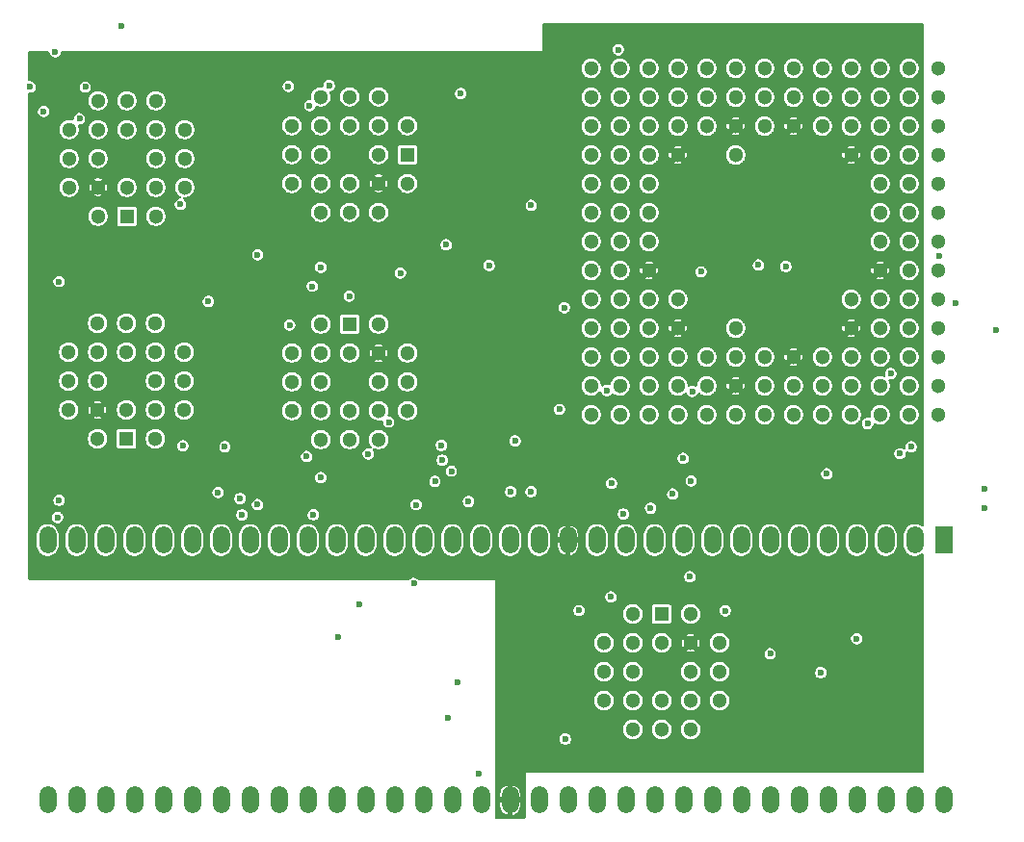
<source format=gbr>
%TF.GenerationSoftware,KiCad,Pcbnew,9.0.2+dfsg-1*%
%TF.CreationDate,2025-12-26T17:01:31-05:00*%
%TF.ProjectId,polyphloisboisterous030,706f6c79-7068-46c6-9f69-73626f697374,rev?*%
%TF.SameCoordinates,Original*%
%TF.FileFunction,Copper,L3,Inr*%
%TF.FilePolarity,Positive*%
%FSLAX46Y46*%
G04 Gerber Fmt 4.6, Leading zero omitted, Abs format (unit mm)*
G04 Created by KiCad (PCBNEW 9.0.2+dfsg-1) date 2025-12-26 17:01:31*
%MOMM*%
%LPD*%
G01*
G04 APERTURE LIST*
%TA.AperFunction,ComponentPad*%
%ADD10C,1.300000*%
%TD*%
%TA.AperFunction,ComponentPad*%
%ADD11R,1.300000X1.300000*%
%TD*%
%TA.AperFunction,ComponentPad*%
%ADD12R,1.500000X2.400000*%
%TD*%
%TA.AperFunction,ComponentPad*%
%ADD13O,1.500000X2.400000*%
%TD*%
%TA.AperFunction,ViaPad*%
%ADD14C,0.600000*%
%TD*%
G04 APERTURE END LIST*
D10*
%TO.N,/{slash}BR_30*%
%TO.C,U1*%
X160760000Y-63980000D03*
%TO.N,/A0*%
X160760000Y-61440000D03*
%TO.N,unconnected-(U1A-A30-PadA3)*%
X160760000Y-58900000D03*
%TO.N,unconnected-(U1A-A28-PadA4)*%
X160760000Y-56360000D03*
%TO.N,unconnected-(U1A-A26-PadA5)*%
X160760000Y-53820000D03*
%TO.N,unconnected-(U1A-A24-PadA6)*%
X160760000Y-51280000D03*
%TO.N,/A23*%
X160760000Y-48740000D03*
%TO.N,/A21*%
X160760000Y-46200000D03*
%TO.N,/A19*%
X160760000Y-43660000D03*
%TO.N,/A17*%
X160760000Y-41120000D03*
%TO.N,/A15*%
X160760000Y-38580000D03*
%TO.N,/A13*%
X160760000Y-36040000D03*
%TO.N,/A10*%
X160760000Y-33500000D03*
%TO.N,unconnected-(U1A-RMC-PadB1)*%
X163300000Y-63980000D03*
%TO.N,unconnected-(U1A-BG-PadB2)*%
X163300000Y-61440000D03*
%TO.N,unconnected-(U1A-A31-PadB3)*%
X163300000Y-58900000D03*
%TO.N,unconnected-(U1A-A29-PadB4)*%
X163300000Y-56360000D03*
%TO.N,unconnected-(U1A-A27-PadB5)*%
X163300000Y-53820000D03*
%TO.N,unconnected-(U1A-A25-PadB6)*%
X163300000Y-51280000D03*
%TO.N,/A22*%
X163300000Y-48740000D03*
%TO.N,/A20*%
X163300000Y-46200000D03*
%TO.N,/A16*%
X163300000Y-43660000D03*
%TO.N,/A14*%
X163300000Y-41120000D03*
%TO.N,/A12*%
X163300000Y-38580000D03*
%TO.N,/A8*%
X163300000Y-36040000D03*
%TO.N,/A7*%
X163300000Y-33500000D03*
%TO.N,/FC1*%
X165840000Y-63980000D03*
%TO.N,unconnected-(U1A-CIOUT-PadC2)*%
X165840000Y-61440000D03*
%TO.N,/{slash}BGACK_30*%
X165840000Y-58900000D03*
%TO.N,/A1*%
X165840000Y-56360000D03*
%TO.N,GND*%
X165840000Y-53820000D03*
%TO.N,VCC*%
X165840000Y-51280000D03*
%TO.N,GND*%
X165840000Y-48740000D03*
%TO.N,/A18*%
X165840000Y-46200000D03*
%TO.N,GND*%
X165840000Y-43660000D03*
%TO.N,/A11*%
X165840000Y-41120000D03*
%TO.N,/A9*%
X165840000Y-38580000D03*
%TO.N,/A5*%
X165840000Y-36040000D03*
%TO.N,/A4*%
X165840000Y-33500000D03*
%TO.N,/FC2*%
X168380000Y-63980000D03*
%TO.N,/FC0*%
X168380000Y-61440000D03*
%TO.N,unconnected-(U1A-OCS-PadD3)*%
X168380000Y-58900000D03*
%TO.N,VCC*%
X168380000Y-56360000D03*
%TO.N,unconnected-(U1A-NC-PadD5)*%
X168380000Y-53820000D03*
%TO.N,VCC*%
X168380000Y-41120000D03*
%TO.N,/A6*%
X168380000Y-38580000D03*
%TO.N,/A3*%
X168380000Y-36040000D03*
%TO.N,/A2*%
X168380000Y-33500000D03*
%TO.N,/CLK_30*%
X170920000Y-63980000D03*
%TO.N,/AVEC*%
X170920000Y-61440000D03*
%TO.N,GND*%
X170920000Y-58900000D03*
X170920000Y-38580000D03*
%TO.N,unconnected-(U1A-NC-PadE12)*%
X170920000Y-36040000D03*
%TO.N,unconnected-(U1A-IPEND-PadE13)*%
X170920000Y-33500000D03*
%TO.N,/{slash}DSACK0*%
X173460000Y-63980000D03*
%TO.N,VCC*%
X173460000Y-61440000D03*
%TO.N,GND*%
X173460000Y-58900000D03*
%TO.N,unconnected-(U1A-NC-PadF4)*%
X173460000Y-56360000D03*
%TO.N,unconnected-(U1A-NC-PadF10)*%
X173460000Y-41120000D03*
%TO.N,VCC*%
X173460000Y-38580000D03*
%TO.N,/{slash}RESET_30*%
X173460000Y-36040000D03*
%TO.N,/{slash}MMUDIS*%
X173460000Y-33500000D03*
%TO.N,/{slash}STERM*%
X176000000Y-63980000D03*
%TO.N,/{slash}DSACK1*%
X176000000Y-61440000D03*
%TO.N,GND*%
X176000000Y-58900000D03*
X176000000Y-38580000D03*
%TO.N,/{slash}IPL2*%
X176000000Y-36040000D03*
%TO.N,/{slash}IPL1*%
X176000000Y-33500000D03*
%TO.N,/{slash}BERR_30*%
X178540000Y-63980000D03*
%TO.N,/{slash}HALT_30*%
X178540000Y-61440000D03*
%TO.N,VCC*%
X178540000Y-58900000D03*
X178540000Y-38580000D03*
%TO.N,/CDIS*%
X178540000Y-36040000D03*
%TO.N,/{slash}IPL0*%
X178540000Y-33500000D03*
%TO.N,/{slash}CBACK*%
X181080000Y-63980000D03*
%TO.N,/{slash}AS_30*%
X181080000Y-61440000D03*
%TO.N,GND*%
X181080000Y-58900000D03*
X181080000Y-38580000D03*
%TO.N,unconnected-(U1A-STATUS-PadJ12)*%
X181080000Y-36040000D03*
%TO.N,unconnected-(U1A-REFILL-PadJ13)*%
X181080000Y-33500000D03*
%TO.N,unconnected-(U1A-CBREQ-PadK1)*%
X183620000Y-63980000D03*
%TO.N,/{slash}DS_30*%
X183620000Y-61440000D03*
%TO.N,/SIZ1*%
X183620000Y-58900000D03*
%TO.N,VCC*%
X183620000Y-56360000D03*
%TO.N,unconnected-(U1A-NC-PadK5)*%
X183620000Y-53820000D03*
%TO.N,VCC*%
X183620000Y-41120000D03*
%TO.N,/D5*%
X183620000Y-38580000D03*
%TO.N,/D1*%
X183620000Y-36040000D03*
%TO.N,/D0*%
X183620000Y-33500000D03*
%TO.N,/{slash}CIIN*%
X186160000Y-63980000D03*
%TO.N,/SIZ0*%
X186160000Y-61440000D03*
%TO.N,/{slash}R{slash}W*%
X186160000Y-58900000D03*
%TO.N,/D30*%
X186160000Y-56360000D03*
%TO.N,GND*%
X186160000Y-53820000D03*
%TO.N,VCC*%
X186160000Y-51280000D03*
%TO.N,GND*%
X186160000Y-48740000D03*
X186160000Y-46200000D03*
X186160000Y-43660000D03*
%TO.N,/D10*%
X186160000Y-41120000D03*
%TO.N,/D7*%
X186160000Y-38580000D03*
%TO.N,/D4*%
X186160000Y-36040000D03*
%TO.N,/D2*%
X186160000Y-33500000D03*
%TO.N,unconnected-(U1A-DBEN-PadM1)*%
X188700000Y-63980000D03*
%TO.N,/ECS*%
X188700000Y-61440000D03*
%TO.N,/D29*%
X188700000Y-58900000D03*
%TO.N,/D27*%
X188700000Y-56360000D03*
%TO.N,/D24*%
X188700000Y-53820000D03*
%TO.N,/D22*%
X188700000Y-51280000D03*
%TO.N,/D20*%
X188700000Y-48740000D03*
%TO.N,/D17*%
X188700000Y-46200000D03*
%TO.N,/D14*%
X188700000Y-43660000D03*
%TO.N,/D12*%
X188700000Y-41120000D03*
%TO.N,/D9*%
X188700000Y-38580000D03*
%TO.N,/D6*%
X188700000Y-36040000D03*
%TO.N,/D3*%
X188700000Y-33500000D03*
%TO.N,/D31*%
X191240000Y-63980000D03*
%TO.N,/D28*%
X191240000Y-61440000D03*
%TO.N,/D26*%
X191240000Y-58900000D03*
%TO.N,/D25*%
X191240000Y-56360000D03*
%TO.N,/D23*%
X191240000Y-53820000D03*
%TO.N,/D21*%
X191240000Y-51280000D03*
%TO.N,/D19*%
X191240000Y-48740000D03*
%TO.N,/D18*%
X191240000Y-46200000D03*
%TO.N,/D16*%
X191240000Y-43660000D03*
%TO.N,/D15*%
X191240000Y-41120000D03*
%TO.N,/D13*%
X191240000Y-38580000D03*
%TO.N,/D11*%
X191240000Y-36040000D03*
%TO.N,/D8*%
X191240000Y-33500000D03*
%TD*%
D11*
%TO.N,unconnected-(U7-CLK-Pad1)*%
%TO.C,U7*%
X119960000Y-46500000D03*
D10*
%TO.N,unconnected-(U7-I1-Pad2)*%
X119960000Y-43960000D03*
%TO.N,/C8M.PDS*%
X122500000Y-46500000D03*
%TO.N,Net-(U7-I3)*%
X125040000Y-43960000D03*
%TO.N,Net-(U7-I4)*%
X122500000Y-43960000D03*
%TO.N,Net-(U7-I5)*%
X125040000Y-41420000D03*
%TO.N,unconnected-(U7-I6-Pad7)*%
X122500000Y-41420000D03*
%TO.N,unconnected-(U7-I7-Pad8)*%
X125040000Y-38880000D03*
%TO.N,unconnected-(U7-I8-Pad9)*%
X122500000Y-36340000D03*
%TO.N,GND*%
X122500000Y-38880000D03*
%TO.N,unconnected-(U7-OE-Pad11)*%
X119960000Y-36340000D03*
%TO.N,unconnected-(U7-O8-Pad12)*%
X119960000Y-38880000D03*
%TO.N,/C16M*%
X117420000Y-36340000D03*
%TO.N,Net-(U7-I5)*%
X114880000Y-38880000D03*
%TO.N,Net-(U7-I4)*%
X117420000Y-38880000D03*
%TO.N,Net-(U7-I3)*%
X114880000Y-41420000D03*
%TO.N,unconnected-(U7-O3-Pad17)*%
X117420000Y-41420000D03*
%TO.N,unconnected-(U7-O2-Pad18)*%
X114880000Y-43960000D03*
%TO.N,unconnected-(U7-O1-Pad19)*%
X117420000Y-46500000D03*
%TO.N,VCC*%
X117420000Y-43960000D03*
%TD*%
D11*
%TO.N,/C8M.PDS*%
%TO.C,U5*%
X166960000Y-81500000D03*
D10*
%TO.N,/{slash}AS_00*%
X166960000Y-84040000D03*
%TO.N,/SIZ1*%
X164420000Y-81500000D03*
%TO.N,/SIZ0*%
X161880000Y-84040000D03*
%TO.N,/{slash}R{slash}W*%
X164420000Y-84040000D03*
%TO.N,/{slash}IPL2*%
X161880000Y-86580000D03*
%TO.N,/{slash}CIIN*%
X164420000Y-86580000D03*
%TO.N,/A22*%
X161880000Y-89120000D03*
%TO.N,/A0*%
X164420000Y-91660000D03*
%TO.N,GND*%
X164420000Y-89120000D03*
X166960000Y-91660000D03*
%TO.N,/{slash}RESET_00*%
X166960000Y-89120000D03*
%TO.N,/{slash}RESET_30*%
X169500000Y-91660000D03*
%TO.N,unconnected-(U5-O6-Pad14)*%
X172040000Y-89120000D03*
%TO.N,unconnected-(U5-O5-Pad15)*%
X169500000Y-89120000D03*
%TO.N,/{slash}BR_00*%
X172040000Y-86580000D03*
%TO.N,/N$7*%
X169500000Y-86580000D03*
%TO.N,/{slash}UDS*%
X172040000Y-84040000D03*
%TO.N,/{slash}LDS*%
X169500000Y-81500000D03*
%TO.N,VCC*%
X169500000Y-84040000D03*
%TD*%
D11*
%TO.N,/SM_CLK16*%
%TO.C,U4*%
X139540000Y-56000000D03*
D10*
%TO.N,/NOFC*%
X139540000Y-58540000D03*
%TO.N,/C8M.PDS*%
X137000000Y-56000000D03*
%TO.N,/{slash}AS_30*%
X134460000Y-58540000D03*
%TO.N,/{slash}DTACK_SYS+EX*%
X137000000Y-58540000D03*
%TO.N,/{slash}VPA*%
X134460000Y-61080000D03*
%TO.N,/E*%
X137000000Y-61080000D03*
%TO.N,/{slash}R{slash}W*%
X134460000Y-63620000D03*
%TO.N,/{slash}RESET_30*%
X137000000Y-66160000D03*
%TO.N,GND*%
X137000000Y-63620000D03*
%TO.N,/N$7*%
X139540000Y-66160000D03*
%TO.N,/{slash}DSACK1*%
X139540000Y-63620000D03*
%TO.N,/P2.A17*%
X142080000Y-66160000D03*
%TO.N,unconnected-(U4-O6-Pad14)*%
X144620000Y-63620000D03*
%TO.N,unconnected-(U4-O5-Pad15)*%
X142080000Y-63620000D03*
%TO.N,/{slash}VMA*%
X144620000Y-61080000D03*
%TO.N,unconnected-(U4-O3-Pad17)*%
X142080000Y-61080000D03*
%TO.N,/{slash}AS_00*%
X144620000Y-58540000D03*
%TO.N,/N$1*%
X142080000Y-56000000D03*
%TO.N,VCC*%
X142080000Y-58540000D03*
%TD*%
D11*
%TO.N,/A23*%
%TO.C,U3*%
X144620000Y-41080000D03*
D10*
%TO.N,/A22*%
X142080000Y-41080000D03*
%TO.N,/A21*%
X144620000Y-38540000D03*
%TO.N,/A20*%
X142080000Y-36000000D03*
%TO.N,/A19*%
X142080000Y-38540000D03*
%TO.N,/FC0*%
X139540000Y-36000000D03*
%TO.N,/FC1*%
X139540000Y-38540000D03*
%TO.N,/FC2*%
X137000000Y-36000000D03*
%TO.N,/{slash}DTACK*%
X134460000Y-38540000D03*
%TO.N,GND*%
X137000000Y-38540000D03*
%TO.N,/P3.B10*%
X134460000Y-41080000D03*
%TO.N,/{slash}SCC.RW.DEC*%
X137000000Y-41080000D03*
%TO.N,/{slash}EXT.DTK*%
X134460000Y-43620000D03*
%TO.N,unconnected-(U3-O6-Pad14)*%
X137000000Y-46160000D03*
%TO.N,/{slash}DTACK_SYS+EX*%
X137000000Y-43620000D03*
%TO.N,/{slash}CIIN*%
X139540000Y-46160000D03*
%TO.N,/AVEC*%
X139540000Y-43620000D03*
%TO.N,/{slash}FPUCS*%
X142080000Y-46160000D03*
%TO.N,/NOFC*%
X144620000Y-43620000D03*
%TO.N,VCC*%
X142080000Y-43620000D03*
%TD*%
D11*
%TO.N,/C8M.PDS*%
%TO.C,U6*%
X119920000Y-66080000D03*
D10*
%TO.N,/C16M*%
X119920000Y-63540000D03*
%TO.N,/E*%
X122460000Y-66080000D03*
%TO.N,/{slash}AS_00*%
X125000000Y-63540000D03*
%TO.N,/{slash}AS_30*%
X122460000Y-63540000D03*
%TO.N,/{slash}FPUCS*%
X125000000Y-61000000D03*
%TO.N,/FPUSENSE*%
X122460000Y-61000000D03*
%TO.N,/{slash}RESET_30*%
X125000000Y-58460000D03*
%TO.N,/{slash}SCC.RW.DEC*%
X122460000Y-55920000D03*
%TO.N,GND*%
X122460000Y-58460000D03*
X119920000Y-55920000D03*
%TO.N,/N$1*%
X119920000Y-58460000D03*
%TO.N,/{slash}BERR_30*%
X117380000Y-55920000D03*
%TO.N,/CDIS*%
X114840000Y-58460000D03*
%TO.N,unconnected-(U6-O5-Pad15)*%
X117380000Y-58460000D03*
%TO.N,unconnected-(U6-O4-Pad16)*%
X114840000Y-61000000D03*
%TO.N,unconnected-(U6-O3-Pad17)*%
X117380000Y-61000000D03*
%TO.N,/SM_CLK16*%
X114840000Y-63540000D03*
%TO.N,/CLK_30*%
X117380000Y-66080000D03*
%TO.N,VCC*%
X117380000Y-63540000D03*
%TD*%
D12*
%TO.N,/D20*%
%TO.C,IC1*%
X191740000Y-75000000D03*
D13*
%TO.N,/D19*%
X189200000Y-75000000D03*
%TO.N,/D18*%
X186660000Y-75000000D03*
%TO.N,/D17*%
X184120000Y-75000000D03*
%TO.N,/D16*%
X181580000Y-75000000D03*
%TO.N,/{slash}AS_00*%
X179040000Y-75000000D03*
%TO.N,/{slash}UDS*%
X176500000Y-75000000D03*
%TO.N,/{slash}LDS*%
X173960000Y-75000000D03*
%TO.N,/{slash}R{slash}W*%
X171420000Y-75000000D03*
%TO.N,/{slash}DTACK*%
X168880000Y-75000000D03*
%TO.N,unconnected-(IC1A-BG-Pad11)*%
X166340000Y-75000000D03*
%TO.N,unconnected-(IC1A-BGACK-Pad12)*%
X163800000Y-75000000D03*
%TO.N,/{slash}BR_00*%
X161260000Y-75000000D03*
%TO.N,VCC*%
X158720000Y-75000000D03*
%TO.N,/C8M.PDS*%
X156180000Y-75000000D03*
%TO.N,GND*%
X153640000Y-75000000D03*
%TO.N,unconnected-(IC1A-HALT-Pad17)*%
X151100000Y-75000000D03*
%TO.N,/{slash}RESET_00*%
X148560000Y-75000000D03*
%TO.N,/{slash}VMA*%
X146020000Y-75000000D03*
%TO.N,/E*%
X143480000Y-75000000D03*
%TO.N,/{slash}VPA*%
X140940000Y-75000000D03*
%TO.N,unconnected-(IC1A-BERR-Pad22)*%
X138400000Y-75000000D03*
%TO.N,/{slash}IPL2*%
X135860000Y-75000000D03*
%TO.N,/{slash}IPL1*%
X133320000Y-75000000D03*
%TO.N,/{slash}IPL0*%
X130780000Y-75000000D03*
%TO.N,/FC2*%
X128240000Y-75000000D03*
%TO.N,/FC1*%
X125700000Y-75000000D03*
%TO.N,/FC0*%
X123160000Y-75000000D03*
%TO.N,/A1*%
X120620000Y-75000000D03*
%TO.N,/A2*%
X118080000Y-75000000D03*
%TO.N,/A3*%
X115540000Y-75000000D03*
%TO.N,/A4*%
X113000000Y-75000000D03*
%TO.N,/A5*%
X113000000Y-97860000D03*
%TO.N,/A6*%
X115540000Y-97860000D03*
%TO.N,/A7*%
X118080000Y-97860000D03*
%TO.N,/A8*%
X120620000Y-97860000D03*
%TO.N,/A9*%
X123160000Y-97860000D03*
%TO.N,/A10*%
X125700000Y-97860000D03*
%TO.N,/A11*%
X128240000Y-97860000D03*
%TO.N,/A12*%
X130780000Y-97860000D03*
%TO.N,/A13*%
X133320000Y-97860000D03*
%TO.N,/A14*%
X135860000Y-97860000D03*
%TO.N,/A15*%
X138400000Y-97860000D03*
%TO.N,/A16*%
X140940000Y-97860000D03*
%TO.N,/A17*%
X143480000Y-97860000D03*
%TO.N,/A18*%
X146020000Y-97860000D03*
%TO.N,/A19*%
X148560000Y-97860000D03*
%TO.N,/A20*%
X151100000Y-97860000D03*
%TO.N,VCC*%
X153640000Y-97860000D03*
%TO.N,/A21*%
X156180000Y-97860000D03*
%TO.N,/A22*%
X158720000Y-97860000D03*
%TO.N,/A23*%
X161260000Y-97860000D03*
%TO.N,GND*%
X163800000Y-97860000D03*
%TO.N,/D31*%
X166340000Y-97860000D03*
%TO.N,/D30*%
X168880000Y-97860000D03*
%TO.N,/D29*%
X171420000Y-97860000D03*
%TO.N,/D28*%
X173960000Y-97860000D03*
%TO.N,/D27*%
X176500000Y-97860000D03*
%TO.N,/D26*%
X179040000Y-97860000D03*
%TO.N,/D25*%
X181580000Y-97860000D03*
%TO.N,/D24*%
X184120000Y-97860000D03*
%TO.N,/D23*%
X186660000Y-97860000D03*
%TO.N,/D22*%
X189200000Y-97860000D03*
%TO.N,/D21*%
X191740000Y-97860000D03*
%TD*%
D14*
%TO.N,GND*%
X170418702Y-51394200D03*
X114000000Y-52250000D03*
X144000000Y-51500000D03*
X137000000Y-51000000D03*
X176500000Y-85000000D03*
X187900000Y-67400000D03*
X114000000Y-71500000D03*
%TO.N,VCC*%
X164500000Y-69000000D03*
X114000000Y-65500000D03*
X131000000Y-68500000D03*
X114500000Y-46000000D03*
X176500000Y-79000000D03*
X144000000Y-46000000D03*
X172000000Y-70400000D03*
X127500000Y-51000000D03*
X172250000Y-30500000D03*
X187900000Y-70525000D03*
X144000000Y-57000000D03*
X179250000Y-44500000D03*
X133250000Y-41750000D03*
X175700000Y-45300000D03*
%TO.N,/{slash}AS_00*%
X142969300Y-64613700D03*
X145181500Y-78818500D03*
%TO.N,/A9*%
X147602900Y-66673900D03*
X149294200Y-35709200D03*
X128575400Y-66784300D03*
%TO.N,/A12*%
X141175600Y-67419400D03*
X154084200Y-66275200D03*
%TO.N,/A6*%
X115793700Y-37929900D03*
%TO.N,/A5*%
X163147465Y-31852535D03*
X113658400Y-32029500D03*
%TO.N,/D24*%
X196380500Y-56512200D03*
%TO.N,/A21*%
X150891400Y-95546500D03*
%TO.N,/{slash}R{slash}W*%
X136350000Y-72775000D03*
%TO.N,/A8*%
X137744900Y-34999900D03*
%TO.N,/A18*%
X159696400Y-81196400D03*
X158500000Y-92500000D03*
X162496000Y-80000000D03*
%TO.N,/{slash}DTACK*%
X175473500Y-50794200D03*
%TO.N,/D23*%
X192791000Y-54171700D03*
%TO.N,/A16*%
X155496100Y-45545500D03*
%TO.N,/C8M.PDS*%
X136250000Y-52675002D03*
%TO.N,/D22*%
X191344700Y-50010000D03*
%TO.N,/D16*%
X195304900Y-70500000D03*
%TO.N,/{slash}BR_00*%
X172557300Y-81212000D03*
%TO.N,/{slash}RESET_00*%
X149000000Y-87500000D03*
%TO.N,/D31*%
X169437200Y-78231000D03*
%TO.N,/FC0*%
X127114100Y-54000000D03*
X139500000Y-53532900D03*
%TO.N,/A7*%
X116300300Y-35139700D03*
%TO.N,/A11*%
X130071700Y-72780500D03*
X163598600Y-72697200D03*
%TO.N,/{slash}IPL1*%
X134146500Y-35083500D03*
%TO.N,/A19*%
X153691400Y-70736300D03*
X155480300Y-70736300D03*
%TO.N,/D29*%
X187102500Y-60352000D03*
%TO.N,/A3*%
X112645500Y-37291700D03*
X113864800Y-73000000D03*
%TO.N,/A13*%
X136025600Y-36778000D03*
%TO.N,/A10*%
X148218300Y-90683200D03*
%TO.N,/A14*%
X145382300Y-71894200D03*
X165979000Y-72193200D03*
%TO.N,/FC2*%
X129901000Y-71349200D03*
X167933400Y-70945000D03*
%TO.N,/FC1*%
X147036300Y-69832400D03*
X127972200Y-70816000D03*
X147676400Y-67961100D03*
%TO.N,/D28*%
X185066600Y-64743800D03*
%TO.N,/{slash}IPL0*%
X177882500Y-50931800D03*
X149986600Y-71598500D03*
X151798800Y-50837800D03*
X131443900Y-71879000D03*
%TO.N,/D18*%
X195352450Y-72147550D03*
%TO.N,/A1*%
X157978600Y-63500500D03*
X124876400Y-66706600D03*
X158419900Y-54543600D03*
%TO.N,/A4*%
X111456600Y-35123100D03*
%TO.N,/{slash}RESET_30*%
X138500000Y-83500000D03*
X169550100Y-69799900D03*
X134260600Y-56069100D03*
X137000000Y-69500000D03*
%TO.N,/P2.A17*%
X135754400Y-67634300D03*
%TO.N,/CDIS*%
X119500000Y-29792900D03*
%TO.N,/{slash}BGACK_30*%
X169650000Y-61922800D03*
X168851000Y-67809500D03*
%TO.N,/{slash}BERR_30*%
X162559600Y-70008200D03*
X162135300Y-61839900D03*
%TO.N,/{slash}CIIN*%
X180943300Y-86661000D03*
X181477200Y-69169300D03*
X148476400Y-68926700D03*
X148014200Y-49018400D03*
%TO.N,/SIZ0*%
X188892000Y-66800000D03*
X184109000Y-83672100D03*
%TO.N,/{slash}FPUCS*%
X131449000Y-49904400D03*
%TO.N,/{slash}SCC.RW.DEC*%
X124661900Y-45460400D03*
%TO.N,/N$7*%
X140358800Y-80641200D03*
%TD*%
%TA.AperFunction,Conductor*%
%TO.N,VCC*%
G36*
X189943039Y-29519685D02*
G01*
X189988794Y-29572489D01*
X190000000Y-29624000D01*
X190000000Y-73709398D01*
X189980315Y-73776437D01*
X189927511Y-73822192D01*
X189858353Y-73832136D01*
X189807109Y-73812500D01*
X189650237Y-73707681D01*
X189650228Y-73707676D01*
X189477251Y-73636027D01*
X189477243Y-73636025D01*
X189293620Y-73599500D01*
X189293616Y-73599500D01*
X189106384Y-73599500D01*
X189106379Y-73599500D01*
X188922756Y-73636025D01*
X188922748Y-73636027D01*
X188749771Y-73707676D01*
X188749762Y-73707681D01*
X188594092Y-73811697D01*
X188594088Y-73811700D01*
X188461700Y-73944088D01*
X188461697Y-73944092D01*
X188357681Y-74099762D01*
X188357676Y-74099771D01*
X188286027Y-74272748D01*
X188286025Y-74272756D01*
X188249500Y-74456379D01*
X188249500Y-75543620D01*
X188286025Y-75727243D01*
X188286027Y-75727251D01*
X188357676Y-75900228D01*
X188357681Y-75900237D01*
X188461697Y-76055907D01*
X188461700Y-76055911D01*
X188594088Y-76188299D01*
X188594092Y-76188302D01*
X188749762Y-76292318D01*
X188749771Y-76292323D01*
X188788956Y-76308554D01*
X188922749Y-76363973D01*
X189106379Y-76400499D01*
X189106383Y-76400500D01*
X189106384Y-76400500D01*
X189293617Y-76400500D01*
X189293618Y-76400499D01*
X189477251Y-76363973D01*
X189650231Y-76292322D01*
X189805908Y-76188302D01*
X189805909Y-76188300D01*
X189807109Y-76187499D01*
X189873786Y-76166621D01*
X189941166Y-76185105D01*
X189987857Y-76237084D01*
X190000000Y-76290601D01*
X190000000Y-95376000D01*
X189980315Y-95443039D01*
X189927511Y-95488794D01*
X189876000Y-95500000D01*
X155000000Y-95500000D01*
X155000000Y-99376000D01*
X154980315Y-99443039D01*
X154927511Y-99488794D01*
X154876000Y-99500000D01*
X152424000Y-99500000D01*
X152356961Y-99480315D01*
X152311206Y-99427511D01*
X152300000Y-99376000D01*
X152300000Y-98396379D01*
X152762999Y-98396379D01*
X152796701Y-98565805D01*
X152796704Y-98565815D01*
X152862809Y-98725408D01*
X152862816Y-98725421D01*
X152958789Y-98869054D01*
X152958792Y-98869058D01*
X153080941Y-98991207D01*
X153080945Y-98991210D01*
X153224578Y-99087183D01*
X153224591Y-99087190D01*
X153384182Y-99153294D01*
X153384188Y-99153296D01*
X153390000Y-99154451D01*
X153390000Y-98175686D01*
X153394394Y-98180080D01*
X153485606Y-98232741D01*
X153587339Y-98260000D01*
X153692661Y-98260000D01*
X153794394Y-98232741D01*
X153885606Y-98180080D01*
X153890000Y-98175686D01*
X153890000Y-99154451D01*
X153895811Y-99153296D01*
X153895817Y-99153294D01*
X154055408Y-99087190D01*
X154055421Y-99087183D01*
X154199054Y-98991210D01*
X154199058Y-98991207D01*
X154321207Y-98869058D01*
X154321210Y-98869054D01*
X154417183Y-98725421D01*
X154417190Y-98725408D01*
X154483295Y-98565815D01*
X154483298Y-98565805D01*
X154517000Y-98396379D01*
X154517000Y-98110000D01*
X153955686Y-98110000D01*
X153960080Y-98105606D01*
X154012741Y-98014394D01*
X154040000Y-97912661D01*
X154040000Y-97807339D01*
X154012741Y-97705606D01*
X153960080Y-97614394D01*
X153955686Y-97610000D01*
X154517000Y-97610000D01*
X154517000Y-97323620D01*
X154483298Y-97154194D01*
X154483295Y-97154184D01*
X154417190Y-96994591D01*
X154417183Y-96994578D01*
X154321210Y-96850945D01*
X154321207Y-96850941D01*
X154199058Y-96728792D01*
X154199054Y-96728789D01*
X154055421Y-96632816D01*
X154055408Y-96632809D01*
X153895815Y-96566704D01*
X153890000Y-96565547D01*
X153890000Y-97544314D01*
X153885606Y-97539920D01*
X153794394Y-97487259D01*
X153692661Y-97460000D01*
X153587339Y-97460000D01*
X153485606Y-97487259D01*
X153394394Y-97539920D01*
X153390000Y-97544314D01*
X153390000Y-96565547D01*
X153384184Y-96566704D01*
X153224591Y-96632809D01*
X153224578Y-96632816D01*
X153080945Y-96728789D01*
X153080941Y-96728792D01*
X152958792Y-96850941D01*
X152958789Y-96850945D01*
X152862816Y-96994578D01*
X152862809Y-96994591D01*
X152796704Y-97154184D01*
X152796701Y-97154194D01*
X152763000Y-97323620D01*
X152763000Y-97610000D01*
X153324314Y-97610000D01*
X153319920Y-97614394D01*
X153267259Y-97705606D01*
X153240000Y-97807339D01*
X153240000Y-97912661D01*
X153267259Y-98014394D01*
X153319920Y-98105606D01*
X153324314Y-98110000D01*
X152763000Y-98110000D01*
X152763000Y-98396379D01*
X152762999Y-98396379D01*
X152300000Y-98396379D01*
X152300000Y-92434108D01*
X157999500Y-92434108D01*
X157999500Y-92565891D01*
X158033608Y-92693187D01*
X158066554Y-92750250D01*
X158099500Y-92807314D01*
X158192686Y-92900500D01*
X158306814Y-92966392D01*
X158434108Y-93000500D01*
X158434110Y-93000500D01*
X158565890Y-93000500D01*
X158565892Y-93000500D01*
X158693186Y-92966392D01*
X158807314Y-92900500D01*
X158900500Y-92807314D01*
X158966392Y-92693186D01*
X159000500Y-92565892D01*
X159000500Y-92434108D01*
X158966392Y-92306814D01*
X158900500Y-92192686D01*
X158807314Y-92099500D01*
X158743852Y-92062860D01*
X158693187Y-92033608D01*
X158629539Y-92016554D01*
X158565892Y-91999500D01*
X158434108Y-91999500D01*
X158306812Y-92033608D01*
X158192686Y-92099500D01*
X158192683Y-92099502D01*
X158099502Y-92192683D01*
X158099500Y-92192686D01*
X158033608Y-92306812D01*
X157999500Y-92434108D01*
X152300000Y-92434108D01*
X152300000Y-91576228D01*
X163569500Y-91576228D01*
X163569500Y-91743771D01*
X163602182Y-91908074D01*
X163602184Y-91908082D01*
X163666295Y-92062860D01*
X163759373Y-92202162D01*
X163877837Y-92320626D01*
X163970494Y-92382537D01*
X164017137Y-92413703D01*
X164171918Y-92477816D01*
X164336228Y-92510499D01*
X164336232Y-92510500D01*
X164336233Y-92510500D01*
X164503768Y-92510500D01*
X164503769Y-92510499D01*
X164668082Y-92477816D01*
X164822863Y-92413703D01*
X164962162Y-92320626D01*
X165080626Y-92202162D01*
X165173703Y-92062863D01*
X165237816Y-91908082D01*
X165270500Y-91743767D01*
X165270500Y-91576233D01*
X165270499Y-91576228D01*
X166109500Y-91576228D01*
X166109500Y-91743771D01*
X166142182Y-91908074D01*
X166142184Y-91908082D01*
X166206295Y-92062860D01*
X166299373Y-92202162D01*
X166417837Y-92320626D01*
X166510494Y-92382537D01*
X166557137Y-92413703D01*
X166711918Y-92477816D01*
X166876228Y-92510499D01*
X166876232Y-92510500D01*
X166876233Y-92510500D01*
X167043768Y-92510500D01*
X167043769Y-92510499D01*
X167208082Y-92477816D01*
X167362863Y-92413703D01*
X167502162Y-92320626D01*
X167620626Y-92202162D01*
X167713703Y-92062863D01*
X167777816Y-91908082D01*
X167810500Y-91743767D01*
X167810500Y-91576233D01*
X167810499Y-91576228D01*
X168649500Y-91576228D01*
X168649500Y-91743771D01*
X168682182Y-91908074D01*
X168682184Y-91908082D01*
X168746295Y-92062860D01*
X168839373Y-92202162D01*
X168957837Y-92320626D01*
X169050494Y-92382537D01*
X169097137Y-92413703D01*
X169251918Y-92477816D01*
X169416228Y-92510499D01*
X169416232Y-92510500D01*
X169416233Y-92510500D01*
X169583768Y-92510500D01*
X169583769Y-92510499D01*
X169748082Y-92477816D01*
X169902863Y-92413703D01*
X170042162Y-92320626D01*
X170160626Y-92202162D01*
X170253703Y-92062863D01*
X170317816Y-91908082D01*
X170350500Y-91743767D01*
X170350500Y-91576233D01*
X170317816Y-91411918D01*
X170253703Y-91257137D01*
X170204634Y-91183700D01*
X170160626Y-91117837D01*
X170042162Y-90999373D01*
X169902860Y-90906295D01*
X169748082Y-90842184D01*
X169748074Y-90842182D01*
X169583771Y-90809500D01*
X169583767Y-90809500D01*
X169416233Y-90809500D01*
X169416228Y-90809500D01*
X169251925Y-90842182D01*
X169251917Y-90842184D01*
X169097139Y-90906295D01*
X168957837Y-90999373D01*
X168839373Y-91117837D01*
X168746295Y-91257139D01*
X168682184Y-91411917D01*
X168682182Y-91411925D01*
X168649500Y-91576228D01*
X167810499Y-91576228D01*
X167777816Y-91411918D01*
X167713703Y-91257137D01*
X167664634Y-91183700D01*
X167620626Y-91117837D01*
X167502162Y-90999373D01*
X167362860Y-90906295D01*
X167208082Y-90842184D01*
X167208074Y-90842182D01*
X167043771Y-90809500D01*
X167043767Y-90809500D01*
X166876233Y-90809500D01*
X166876228Y-90809500D01*
X166711925Y-90842182D01*
X166711917Y-90842184D01*
X166557139Y-90906295D01*
X166417837Y-90999373D01*
X166299373Y-91117837D01*
X166206295Y-91257139D01*
X166142184Y-91411917D01*
X166142182Y-91411925D01*
X166109500Y-91576228D01*
X165270499Y-91576228D01*
X165237816Y-91411918D01*
X165173703Y-91257137D01*
X165124634Y-91183700D01*
X165080626Y-91117837D01*
X164962162Y-90999373D01*
X164822860Y-90906295D01*
X164668082Y-90842184D01*
X164668074Y-90842182D01*
X164503771Y-90809500D01*
X164503767Y-90809500D01*
X164336233Y-90809500D01*
X164336228Y-90809500D01*
X164171925Y-90842182D01*
X164171917Y-90842184D01*
X164017139Y-90906295D01*
X163877837Y-90999373D01*
X163759373Y-91117837D01*
X163666295Y-91257139D01*
X163602184Y-91411917D01*
X163602182Y-91411925D01*
X163569500Y-91576228D01*
X152300000Y-91576228D01*
X152300000Y-89036228D01*
X161029500Y-89036228D01*
X161029500Y-89203771D01*
X161062182Y-89368074D01*
X161062184Y-89368082D01*
X161126295Y-89522860D01*
X161219373Y-89662162D01*
X161337837Y-89780626D01*
X161430494Y-89842537D01*
X161477137Y-89873703D01*
X161631918Y-89937816D01*
X161796228Y-89970499D01*
X161796232Y-89970500D01*
X161796233Y-89970500D01*
X161963768Y-89970500D01*
X161963769Y-89970499D01*
X162128082Y-89937816D01*
X162282863Y-89873703D01*
X162422162Y-89780626D01*
X162540626Y-89662162D01*
X162633703Y-89522863D01*
X162697816Y-89368082D01*
X162730500Y-89203767D01*
X162730500Y-89036233D01*
X162730499Y-89036228D01*
X163569500Y-89036228D01*
X163569500Y-89203771D01*
X163602182Y-89368074D01*
X163602184Y-89368082D01*
X163666295Y-89522860D01*
X163759373Y-89662162D01*
X163877837Y-89780626D01*
X163970494Y-89842537D01*
X164017137Y-89873703D01*
X164171918Y-89937816D01*
X164336228Y-89970499D01*
X164336232Y-89970500D01*
X164336233Y-89970500D01*
X164503768Y-89970500D01*
X164503769Y-89970499D01*
X164668082Y-89937816D01*
X164822863Y-89873703D01*
X164962162Y-89780626D01*
X165080626Y-89662162D01*
X165173703Y-89522863D01*
X165237816Y-89368082D01*
X165270500Y-89203767D01*
X165270500Y-89036233D01*
X165270499Y-89036228D01*
X166109500Y-89036228D01*
X166109500Y-89203771D01*
X166142182Y-89368074D01*
X166142184Y-89368082D01*
X166206295Y-89522860D01*
X166299373Y-89662162D01*
X166417837Y-89780626D01*
X166510494Y-89842537D01*
X166557137Y-89873703D01*
X166711918Y-89937816D01*
X166876228Y-89970499D01*
X166876232Y-89970500D01*
X166876233Y-89970500D01*
X167043768Y-89970500D01*
X167043769Y-89970499D01*
X167208082Y-89937816D01*
X167362863Y-89873703D01*
X167502162Y-89780626D01*
X167620626Y-89662162D01*
X167713703Y-89522863D01*
X167777816Y-89368082D01*
X167810500Y-89203767D01*
X167810500Y-89036233D01*
X167810499Y-89036228D01*
X168649500Y-89036228D01*
X168649500Y-89203771D01*
X168682182Y-89368074D01*
X168682184Y-89368082D01*
X168746295Y-89522860D01*
X168839373Y-89662162D01*
X168957837Y-89780626D01*
X169050494Y-89842537D01*
X169097137Y-89873703D01*
X169251918Y-89937816D01*
X169416228Y-89970499D01*
X169416232Y-89970500D01*
X169416233Y-89970500D01*
X169583768Y-89970500D01*
X169583769Y-89970499D01*
X169748082Y-89937816D01*
X169902863Y-89873703D01*
X170042162Y-89780626D01*
X170160626Y-89662162D01*
X170253703Y-89522863D01*
X170317816Y-89368082D01*
X170350500Y-89203767D01*
X170350500Y-89036233D01*
X170350499Y-89036228D01*
X171189500Y-89036228D01*
X171189500Y-89203771D01*
X171222182Y-89368074D01*
X171222184Y-89368082D01*
X171286295Y-89522860D01*
X171379373Y-89662162D01*
X171497837Y-89780626D01*
X171590494Y-89842537D01*
X171637137Y-89873703D01*
X171791918Y-89937816D01*
X171956228Y-89970499D01*
X171956232Y-89970500D01*
X171956233Y-89970500D01*
X172123768Y-89970500D01*
X172123769Y-89970499D01*
X172288082Y-89937816D01*
X172442863Y-89873703D01*
X172582162Y-89780626D01*
X172700626Y-89662162D01*
X172793703Y-89522863D01*
X172857816Y-89368082D01*
X172890500Y-89203767D01*
X172890500Y-89036233D01*
X172857816Y-88871918D01*
X172793703Y-88717137D01*
X172762537Y-88670494D01*
X172700626Y-88577837D01*
X172582162Y-88459373D01*
X172442860Y-88366295D01*
X172288082Y-88302184D01*
X172288074Y-88302182D01*
X172123771Y-88269500D01*
X172123767Y-88269500D01*
X171956233Y-88269500D01*
X171956228Y-88269500D01*
X171791925Y-88302182D01*
X171791917Y-88302184D01*
X171637139Y-88366295D01*
X171497837Y-88459373D01*
X171379373Y-88577837D01*
X171286295Y-88717139D01*
X171222184Y-88871917D01*
X171222182Y-88871925D01*
X171189500Y-89036228D01*
X170350499Y-89036228D01*
X170317816Y-88871918D01*
X170253703Y-88717137D01*
X170222537Y-88670494D01*
X170160626Y-88577837D01*
X170042162Y-88459373D01*
X169902860Y-88366295D01*
X169748082Y-88302184D01*
X169748074Y-88302182D01*
X169583771Y-88269500D01*
X169583767Y-88269500D01*
X169416233Y-88269500D01*
X169416228Y-88269500D01*
X169251925Y-88302182D01*
X169251917Y-88302184D01*
X169097139Y-88366295D01*
X168957837Y-88459373D01*
X168839373Y-88577837D01*
X168746295Y-88717139D01*
X168682184Y-88871917D01*
X168682182Y-88871925D01*
X168649500Y-89036228D01*
X167810499Y-89036228D01*
X167777816Y-88871918D01*
X167713703Y-88717137D01*
X167682537Y-88670494D01*
X167620626Y-88577837D01*
X167502162Y-88459373D01*
X167362860Y-88366295D01*
X167208082Y-88302184D01*
X167208074Y-88302182D01*
X167043771Y-88269500D01*
X167043767Y-88269500D01*
X166876233Y-88269500D01*
X166876228Y-88269500D01*
X166711925Y-88302182D01*
X166711917Y-88302184D01*
X166557139Y-88366295D01*
X166417837Y-88459373D01*
X166299373Y-88577837D01*
X166206295Y-88717139D01*
X166142184Y-88871917D01*
X166142182Y-88871925D01*
X166109500Y-89036228D01*
X165270499Y-89036228D01*
X165237816Y-88871918D01*
X165173703Y-88717137D01*
X165142537Y-88670494D01*
X165080626Y-88577837D01*
X164962162Y-88459373D01*
X164822860Y-88366295D01*
X164668082Y-88302184D01*
X164668074Y-88302182D01*
X164503771Y-88269500D01*
X164503767Y-88269500D01*
X164336233Y-88269500D01*
X164336228Y-88269500D01*
X164171925Y-88302182D01*
X164171917Y-88302184D01*
X164017139Y-88366295D01*
X163877837Y-88459373D01*
X163759373Y-88577837D01*
X163666295Y-88717139D01*
X163602184Y-88871917D01*
X163602182Y-88871925D01*
X163569500Y-89036228D01*
X162730499Y-89036228D01*
X162697816Y-88871918D01*
X162633703Y-88717137D01*
X162602537Y-88670494D01*
X162540626Y-88577837D01*
X162422162Y-88459373D01*
X162282860Y-88366295D01*
X162128082Y-88302184D01*
X162128074Y-88302182D01*
X161963771Y-88269500D01*
X161963767Y-88269500D01*
X161796233Y-88269500D01*
X161796228Y-88269500D01*
X161631925Y-88302182D01*
X161631917Y-88302184D01*
X161477139Y-88366295D01*
X161337837Y-88459373D01*
X161219373Y-88577837D01*
X161126295Y-88717139D01*
X161062184Y-88871917D01*
X161062182Y-88871925D01*
X161029500Y-89036228D01*
X152300000Y-89036228D01*
X152300000Y-86496228D01*
X161029500Y-86496228D01*
X161029500Y-86663771D01*
X161062182Y-86828074D01*
X161062184Y-86828082D01*
X161126295Y-86982860D01*
X161219373Y-87122162D01*
X161337837Y-87240626D01*
X161430494Y-87302537D01*
X161477137Y-87333703D01*
X161631918Y-87397816D01*
X161796228Y-87430499D01*
X161796232Y-87430500D01*
X161796233Y-87430500D01*
X161963768Y-87430500D01*
X161963769Y-87430499D01*
X162128082Y-87397816D01*
X162282863Y-87333703D01*
X162422162Y-87240626D01*
X162540626Y-87122162D01*
X162633703Y-86982863D01*
X162697816Y-86828082D01*
X162730500Y-86663767D01*
X162730500Y-86496233D01*
X162730499Y-86496228D01*
X163569500Y-86496228D01*
X163569500Y-86663771D01*
X163602182Y-86828074D01*
X163602184Y-86828082D01*
X163666295Y-86982860D01*
X163759373Y-87122162D01*
X163877837Y-87240626D01*
X163970494Y-87302537D01*
X164017137Y-87333703D01*
X164171918Y-87397816D01*
X164336228Y-87430499D01*
X164336232Y-87430500D01*
X164336233Y-87430500D01*
X164503768Y-87430500D01*
X164503769Y-87430499D01*
X164668082Y-87397816D01*
X164822863Y-87333703D01*
X164962162Y-87240626D01*
X165080626Y-87122162D01*
X165173703Y-86982863D01*
X165237816Y-86828082D01*
X165270500Y-86663767D01*
X165270500Y-86496233D01*
X165270499Y-86496228D01*
X168649500Y-86496228D01*
X168649500Y-86663771D01*
X168682182Y-86828074D01*
X168682184Y-86828082D01*
X168746295Y-86982860D01*
X168839373Y-87122162D01*
X168957837Y-87240626D01*
X169050494Y-87302537D01*
X169097137Y-87333703D01*
X169251918Y-87397816D01*
X169416228Y-87430499D01*
X169416232Y-87430500D01*
X169416233Y-87430500D01*
X169583768Y-87430500D01*
X169583769Y-87430499D01*
X169748082Y-87397816D01*
X169902863Y-87333703D01*
X170042162Y-87240626D01*
X170160626Y-87122162D01*
X170253703Y-86982863D01*
X170317816Y-86828082D01*
X170350500Y-86663767D01*
X170350500Y-86496233D01*
X170350499Y-86496228D01*
X171189500Y-86496228D01*
X171189500Y-86663771D01*
X171222182Y-86828074D01*
X171222184Y-86828082D01*
X171286295Y-86982860D01*
X171379373Y-87122162D01*
X171497837Y-87240626D01*
X171590494Y-87302537D01*
X171637137Y-87333703D01*
X171791918Y-87397816D01*
X171956228Y-87430499D01*
X171956232Y-87430500D01*
X171956233Y-87430500D01*
X172123768Y-87430500D01*
X172123769Y-87430499D01*
X172288082Y-87397816D01*
X172442863Y-87333703D01*
X172582162Y-87240626D01*
X172700626Y-87122162D01*
X172793703Y-86982863D01*
X172857816Y-86828082D01*
X172890500Y-86663767D01*
X172890500Y-86595108D01*
X180442800Y-86595108D01*
X180442800Y-86726891D01*
X180476908Y-86854187D01*
X180509854Y-86911250D01*
X180542800Y-86968314D01*
X180635986Y-87061500D01*
X180750114Y-87127392D01*
X180877408Y-87161500D01*
X180877410Y-87161500D01*
X181009190Y-87161500D01*
X181009192Y-87161500D01*
X181136486Y-87127392D01*
X181250614Y-87061500D01*
X181343800Y-86968314D01*
X181409692Y-86854186D01*
X181443800Y-86726892D01*
X181443800Y-86595108D01*
X181409692Y-86467814D01*
X181343800Y-86353686D01*
X181250614Y-86260500D01*
X181193550Y-86227554D01*
X181136487Y-86194608D01*
X181071283Y-86177137D01*
X181009192Y-86160500D01*
X180877408Y-86160500D01*
X180750112Y-86194608D01*
X180635986Y-86260500D01*
X180635983Y-86260502D01*
X180542802Y-86353683D01*
X180542800Y-86353686D01*
X180476908Y-86467812D01*
X180442800Y-86595108D01*
X172890500Y-86595108D01*
X172890500Y-86496233D01*
X172857816Y-86331918D01*
X172793703Y-86177137D01*
X172762537Y-86130494D01*
X172700626Y-86037837D01*
X172582162Y-85919373D01*
X172442860Y-85826295D01*
X172288082Y-85762184D01*
X172288074Y-85762182D01*
X172123771Y-85729500D01*
X172123767Y-85729500D01*
X171956233Y-85729500D01*
X171956228Y-85729500D01*
X171791925Y-85762182D01*
X171791917Y-85762184D01*
X171637139Y-85826295D01*
X171497837Y-85919373D01*
X171379373Y-86037837D01*
X171286295Y-86177139D01*
X171222184Y-86331917D01*
X171222182Y-86331925D01*
X171189500Y-86496228D01*
X170350499Y-86496228D01*
X170317816Y-86331918D01*
X170253703Y-86177137D01*
X170222537Y-86130494D01*
X170160626Y-86037837D01*
X170042162Y-85919373D01*
X169902860Y-85826295D01*
X169748082Y-85762184D01*
X169748074Y-85762182D01*
X169583771Y-85729500D01*
X169583767Y-85729500D01*
X169416233Y-85729500D01*
X169416228Y-85729500D01*
X169251925Y-85762182D01*
X169251917Y-85762184D01*
X169097139Y-85826295D01*
X168957837Y-85919373D01*
X168839373Y-86037837D01*
X168746295Y-86177139D01*
X168682184Y-86331917D01*
X168682182Y-86331925D01*
X168649500Y-86496228D01*
X165270499Y-86496228D01*
X165237816Y-86331918D01*
X165173703Y-86177137D01*
X165142537Y-86130494D01*
X165080626Y-86037837D01*
X164962162Y-85919373D01*
X164822860Y-85826295D01*
X164668082Y-85762184D01*
X164668074Y-85762182D01*
X164503771Y-85729500D01*
X164503767Y-85729500D01*
X164336233Y-85729500D01*
X164336228Y-85729500D01*
X164171925Y-85762182D01*
X164171917Y-85762184D01*
X164017139Y-85826295D01*
X163877837Y-85919373D01*
X163759373Y-86037837D01*
X163666295Y-86177139D01*
X163602184Y-86331917D01*
X163602182Y-86331925D01*
X163569500Y-86496228D01*
X162730499Y-86496228D01*
X162697816Y-86331918D01*
X162633703Y-86177137D01*
X162602537Y-86130494D01*
X162540626Y-86037837D01*
X162422162Y-85919373D01*
X162282860Y-85826295D01*
X162128082Y-85762184D01*
X162128074Y-85762182D01*
X161963771Y-85729500D01*
X161963767Y-85729500D01*
X161796233Y-85729500D01*
X161796228Y-85729500D01*
X161631925Y-85762182D01*
X161631917Y-85762184D01*
X161477139Y-85826295D01*
X161337837Y-85919373D01*
X161219373Y-86037837D01*
X161126295Y-86177139D01*
X161062184Y-86331917D01*
X161062182Y-86331925D01*
X161029500Y-86496228D01*
X152300000Y-86496228D01*
X152300000Y-84934108D01*
X175999500Y-84934108D01*
X175999500Y-85065891D01*
X176033608Y-85193187D01*
X176066554Y-85250250D01*
X176099500Y-85307314D01*
X176192686Y-85400500D01*
X176306814Y-85466392D01*
X176434108Y-85500500D01*
X176434110Y-85500500D01*
X176565890Y-85500500D01*
X176565892Y-85500500D01*
X176693186Y-85466392D01*
X176807314Y-85400500D01*
X176900500Y-85307314D01*
X176966392Y-85193186D01*
X177000500Y-85065892D01*
X177000500Y-84934108D01*
X176966392Y-84806814D01*
X176900500Y-84692686D01*
X176807314Y-84599500D01*
X176750250Y-84566554D01*
X176693187Y-84533608D01*
X176629539Y-84516554D01*
X176565892Y-84499500D01*
X176434108Y-84499500D01*
X176306812Y-84533608D01*
X176192686Y-84599500D01*
X176192683Y-84599502D01*
X176099502Y-84692683D01*
X176099500Y-84692686D01*
X176033608Y-84806812D01*
X175999500Y-84934108D01*
X152300000Y-84934108D01*
X152300000Y-83956228D01*
X161029500Y-83956228D01*
X161029500Y-84123771D01*
X161062182Y-84288074D01*
X161062184Y-84288082D01*
X161126295Y-84442860D01*
X161219373Y-84582162D01*
X161337837Y-84700626D01*
X161430494Y-84762537D01*
X161477137Y-84793703D01*
X161631918Y-84857816D01*
X161796228Y-84890499D01*
X161796232Y-84890500D01*
X161796233Y-84890500D01*
X161963768Y-84890500D01*
X161963769Y-84890499D01*
X162128082Y-84857816D01*
X162282863Y-84793703D01*
X162422162Y-84700626D01*
X162540626Y-84582162D01*
X162633703Y-84442863D01*
X162697816Y-84288082D01*
X162730500Y-84123767D01*
X162730500Y-83956233D01*
X162730499Y-83956228D01*
X163569500Y-83956228D01*
X163569500Y-84123771D01*
X163602182Y-84288074D01*
X163602184Y-84288082D01*
X163666295Y-84442860D01*
X163759373Y-84582162D01*
X163877837Y-84700626D01*
X163970494Y-84762537D01*
X164017137Y-84793703D01*
X164171918Y-84857816D01*
X164336228Y-84890499D01*
X164336232Y-84890500D01*
X164336233Y-84890500D01*
X164503768Y-84890500D01*
X164503769Y-84890499D01*
X164668082Y-84857816D01*
X164822863Y-84793703D01*
X164962162Y-84700626D01*
X165080626Y-84582162D01*
X165173703Y-84442863D01*
X165237816Y-84288082D01*
X165270500Y-84123767D01*
X165270500Y-83956233D01*
X165270499Y-83956228D01*
X166109500Y-83956228D01*
X166109500Y-84123771D01*
X166142182Y-84288074D01*
X166142184Y-84288082D01*
X166206295Y-84442860D01*
X166299373Y-84582162D01*
X166417837Y-84700626D01*
X166510494Y-84762537D01*
X166557137Y-84793703D01*
X166711918Y-84857816D01*
X166876228Y-84890499D01*
X166876232Y-84890500D01*
X166876233Y-84890500D01*
X167043768Y-84890500D01*
X167043769Y-84890499D01*
X167208082Y-84857816D01*
X167362863Y-84793703D01*
X167502162Y-84700626D01*
X167510105Y-84692683D01*
X167593041Y-84609748D01*
X167620623Y-84582165D01*
X167620626Y-84582162D01*
X167675859Y-84499500D01*
X167713703Y-84442863D01*
X167777816Y-84288082D01*
X167810500Y-84123767D01*
X167810500Y-83963467D01*
X168723000Y-83963467D01*
X168723000Y-84116532D01*
X168752857Y-84266634D01*
X168752858Y-84266637D01*
X168801755Y-84384689D01*
X169100000Y-84086445D01*
X169100000Y-84092661D01*
X169127259Y-84194394D01*
X169179920Y-84285606D01*
X169254394Y-84360080D01*
X169345606Y-84412741D01*
X169447339Y-84440000D01*
X169453554Y-84440000D01*
X169155308Y-84738243D01*
X169273354Y-84787139D01*
X169273364Y-84787142D01*
X169423467Y-84816999D01*
X169423471Y-84817000D01*
X169576529Y-84817000D01*
X169576532Y-84816999D01*
X169726635Y-84787142D01*
X169726643Y-84787140D01*
X169844690Y-84738243D01*
X169546447Y-84440000D01*
X169552661Y-84440000D01*
X169654394Y-84412741D01*
X169745606Y-84360080D01*
X169820080Y-84285606D01*
X169872741Y-84194394D01*
X169900000Y-84092661D01*
X169900000Y-84086447D01*
X170198243Y-84384690D01*
X170247140Y-84266643D01*
X170247142Y-84266635D01*
X170276999Y-84116532D01*
X170277000Y-84116529D01*
X170277000Y-83963472D01*
X170276999Y-83963466D01*
X170275559Y-83956228D01*
X171189500Y-83956228D01*
X171189500Y-84123771D01*
X171222182Y-84288074D01*
X171222184Y-84288082D01*
X171286295Y-84442860D01*
X171379373Y-84582162D01*
X171497837Y-84700626D01*
X171590494Y-84762537D01*
X171637137Y-84793703D01*
X171791918Y-84857816D01*
X171956228Y-84890499D01*
X171956232Y-84890500D01*
X171956233Y-84890500D01*
X172123768Y-84890500D01*
X172123769Y-84890499D01*
X172288082Y-84857816D01*
X172442863Y-84793703D01*
X172582162Y-84700626D01*
X172700626Y-84582162D01*
X172793703Y-84442863D01*
X172857816Y-84288082D01*
X172890500Y-84123767D01*
X172890500Y-83956233D01*
X172857816Y-83791918D01*
X172793703Y-83637137D01*
X172773037Y-83606208D01*
X183608500Y-83606208D01*
X183608500Y-83737991D01*
X183642608Y-83865287D01*
X183662939Y-83900500D01*
X183708500Y-83979414D01*
X183801686Y-84072600D01*
X183915814Y-84138492D01*
X184043108Y-84172600D01*
X184043110Y-84172600D01*
X184174890Y-84172600D01*
X184174892Y-84172600D01*
X184302186Y-84138492D01*
X184416314Y-84072600D01*
X184509500Y-83979414D01*
X184575392Y-83865286D01*
X184609500Y-83737992D01*
X184609500Y-83606208D01*
X184575392Y-83478914D01*
X184509500Y-83364786D01*
X184416314Y-83271600D01*
X184359250Y-83238654D01*
X184302187Y-83205708D01*
X184238539Y-83188654D01*
X184174892Y-83171600D01*
X184043108Y-83171600D01*
X183915812Y-83205708D01*
X183801686Y-83271600D01*
X183801683Y-83271602D01*
X183708502Y-83364783D01*
X183708500Y-83364786D01*
X183642608Y-83478912D01*
X183608500Y-83606208D01*
X172773037Y-83606208D01*
X172762537Y-83590494D01*
X172700626Y-83497837D01*
X172582162Y-83379373D01*
X172442860Y-83286295D01*
X172288082Y-83222184D01*
X172288074Y-83222182D01*
X172123771Y-83189500D01*
X172123767Y-83189500D01*
X171956233Y-83189500D01*
X171956228Y-83189500D01*
X171791925Y-83222182D01*
X171791917Y-83222184D01*
X171637139Y-83286295D01*
X171497837Y-83379373D01*
X171379373Y-83497837D01*
X171286295Y-83637139D01*
X171222184Y-83791917D01*
X171222182Y-83791925D01*
X171189500Y-83956228D01*
X170275559Y-83956228D01*
X170247142Y-83813364D01*
X170247139Y-83813354D01*
X170198243Y-83695308D01*
X169900000Y-83993552D01*
X169900000Y-83987339D01*
X169872741Y-83885606D01*
X169820080Y-83794394D01*
X169745606Y-83719920D01*
X169654394Y-83667259D01*
X169552661Y-83640000D01*
X169546447Y-83640000D01*
X169844689Y-83341755D01*
X169726637Y-83292858D01*
X169726634Y-83292857D01*
X169576532Y-83263000D01*
X169423467Y-83263000D01*
X169273362Y-83292857D01*
X169273346Y-83292862D01*
X169155309Y-83341754D01*
X169155309Y-83341755D01*
X169453554Y-83640000D01*
X169447339Y-83640000D01*
X169345606Y-83667259D01*
X169254394Y-83719920D01*
X169179920Y-83794394D01*
X169127259Y-83885606D01*
X169100000Y-83987339D01*
X169100000Y-83993554D01*
X168801755Y-83695309D01*
X168801754Y-83695309D01*
X168752862Y-83813346D01*
X168752857Y-83813362D01*
X168723000Y-83963467D01*
X167810500Y-83963467D01*
X167810500Y-83956233D01*
X167777816Y-83791918D01*
X167713703Y-83637137D01*
X167682537Y-83590494D01*
X167620626Y-83497837D01*
X167502162Y-83379373D01*
X167362860Y-83286295D01*
X167208082Y-83222184D01*
X167208074Y-83222182D01*
X167043771Y-83189500D01*
X167043767Y-83189500D01*
X166876233Y-83189500D01*
X166876228Y-83189500D01*
X166711925Y-83222182D01*
X166711917Y-83222184D01*
X166557139Y-83286295D01*
X166417837Y-83379373D01*
X166299373Y-83497837D01*
X166206295Y-83637139D01*
X166142184Y-83791917D01*
X166142182Y-83791925D01*
X166109500Y-83956228D01*
X165270499Y-83956228D01*
X165237816Y-83791918D01*
X165173703Y-83637137D01*
X165142537Y-83590494D01*
X165080626Y-83497837D01*
X164962162Y-83379373D01*
X164822860Y-83286295D01*
X164668082Y-83222184D01*
X164668074Y-83222182D01*
X164503771Y-83189500D01*
X164503767Y-83189500D01*
X164336233Y-83189500D01*
X164336228Y-83189500D01*
X164171925Y-83222182D01*
X164171917Y-83222184D01*
X164017139Y-83286295D01*
X163877837Y-83379373D01*
X163759373Y-83497837D01*
X163666295Y-83637139D01*
X163602184Y-83791917D01*
X163602182Y-83791925D01*
X163569500Y-83956228D01*
X162730499Y-83956228D01*
X162697816Y-83791918D01*
X162633703Y-83637137D01*
X162602537Y-83590494D01*
X162540626Y-83497837D01*
X162422162Y-83379373D01*
X162282860Y-83286295D01*
X162128082Y-83222184D01*
X162128074Y-83222182D01*
X161963771Y-83189500D01*
X161963767Y-83189500D01*
X161796233Y-83189500D01*
X161796228Y-83189500D01*
X161631925Y-83222182D01*
X161631917Y-83222184D01*
X161477139Y-83286295D01*
X161337837Y-83379373D01*
X161219373Y-83497837D01*
X161126295Y-83637139D01*
X161062184Y-83791917D01*
X161062182Y-83791925D01*
X161029500Y-83956228D01*
X152300000Y-83956228D01*
X152300000Y-81130508D01*
X159195900Y-81130508D01*
X159195900Y-81262292D01*
X159200080Y-81277891D01*
X159230008Y-81389587D01*
X159262954Y-81446650D01*
X159295900Y-81503714D01*
X159389086Y-81596900D01*
X159503214Y-81662792D01*
X159630508Y-81696900D01*
X159630510Y-81696900D01*
X159762290Y-81696900D01*
X159762292Y-81696900D01*
X159889586Y-81662792D01*
X160003714Y-81596900D01*
X160096900Y-81503714D01*
X160147410Y-81416228D01*
X163569500Y-81416228D01*
X163569500Y-81583771D01*
X163602182Y-81748074D01*
X163602184Y-81748082D01*
X163666295Y-81902860D01*
X163759373Y-82042162D01*
X163877837Y-82160626D01*
X163970494Y-82222537D01*
X164017137Y-82253703D01*
X164171918Y-82317816D01*
X164336228Y-82350499D01*
X164336232Y-82350500D01*
X164336233Y-82350500D01*
X164503768Y-82350500D01*
X164503769Y-82350499D01*
X164668082Y-82317816D01*
X164822863Y-82253703D01*
X164962162Y-82160626D01*
X165080626Y-82042162D01*
X165173703Y-81902863D01*
X165237816Y-81748082D01*
X165270500Y-81583767D01*
X165270500Y-81416233D01*
X165237816Y-81251918D01*
X165173703Y-81097137D01*
X165121368Y-81018812D01*
X165080626Y-80957837D01*
X164962162Y-80839373D01*
X164948504Y-80830247D01*
X166109500Y-80830247D01*
X166109500Y-82169752D01*
X166121131Y-82228229D01*
X166121132Y-82228230D01*
X166165447Y-82294552D01*
X166231769Y-82338867D01*
X166231770Y-82338868D01*
X166290247Y-82350499D01*
X166290250Y-82350500D01*
X166290252Y-82350500D01*
X167629750Y-82350500D01*
X167629751Y-82350499D01*
X167644568Y-82347552D01*
X167688229Y-82338868D01*
X167688229Y-82338867D01*
X167688231Y-82338867D01*
X167754552Y-82294552D01*
X167798867Y-82228231D01*
X167798867Y-82228229D01*
X167798868Y-82228229D01*
X167810499Y-82169752D01*
X167810500Y-82169750D01*
X167810500Y-81416228D01*
X168649500Y-81416228D01*
X168649500Y-81583771D01*
X168682182Y-81748074D01*
X168682184Y-81748082D01*
X168746295Y-81902860D01*
X168839373Y-82042162D01*
X168957837Y-82160626D01*
X169050494Y-82222537D01*
X169097137Y-82253703D01*
X169251918Y-82317816D01*
X169416228Y-82350499D01*
X169416232Y-82350500D01*
X169416233Y-82350500D01*
X169583768Y-82350500D01*
X169583769Y-82350499D01*
X169748082Y-82317816D01*
X169902863Y-82253703D01*
X170042162Y-82160626D01*
X170160626Y-82042162D01*
X170253703Y-81902863D01*
X170317816Y-81748082D01*
X170350500Y-81583767D01*
X170350500Y-81416233D01*
X170317816Y-81251918D01*
X170273988Y-81146108D01*
X172056800Y-81146108D01*
X172056800Y-81277891D01*
X172090908Y-81405187D01*
X172097283Y-81416228D01*
X172156800Y-81519314D01*
X172249986Y-81612500D01*
X172364114Y-81678392D01*
X172491408Y-81712500D01*
X172491410Y-81712500D01*
X172623190Y-81712500D01*
X172623192Y-81712500D01*
X172750486Y-81678392D01*
X172864614Y-81612500D01*
X172957800Y-81519314D01*
X173023692Y-81405186D01*
X173057800Y-81277892D01*
X173057800Y-81146108D01*
X173023692Y-81018814D01*
X172957800Y-80904686D01*
X172864614Y-80811500D01*
X172795798Y-80771769D01*
X172750487Y-80745608D01*
X172686839Y-80728554D01*
X172623192Y-80711500D01*
X172491408Y-80711500D01*
X172364112Y-80745608D01*
X172249986Y-80811500D01*
X172249983Y-80811502D01*
X172156802Y-80904683D01*
X172156800Y-80904686D01*
X172090908Y-81018812D01*
X172056800Y-81146108D01*
X170273988Y-81146108D01*
X170253703Y-81097137D01*
X170201368Y-81018812D01*
X170160626Y-80957837D01*
X170042162Y-80839373D01*
X169902860Y-80746295D01*
X169748082Y-80682184D01*
X169748074Y-80682182D01*
X169583771Y-80649500D01*
X169583767Y-80649500D01*
X169416233Y-80649500D01*
X169416228Y-80649500D01*
X169251925Y-80682182D01*
X169251917Y-80682184D01*
X169097139Y-80746295D01*
X168957837Y-80839373D01*
X168839373Y-80957837D01*
X168746295Y-81097139D01*
X168682184Y-81251917D01*
X168682182Y-81251925D01*
X168649500Y-81416228D01*
X167810500Y-81416228D01*
X167810500Y-80830249D01*
X167810499Y-80830247D01*
X167798868Y-80771770D01*
X167798867Y-80771769D01*
X167754552Y-80705447D01*
X167688230Y-80661132D01*
X167688229Y-80661131D01*
X167629752Y-80649500D01*
X167629748Y-80649500D01*
X166290252Y-80649500D01*
X166290247Y-80649500D01*
X166231770Y-80661131D01*
X166231769Y-80661132D01*
X166165447Y-80705447D01*
X166121132Y-80771769D01*
X166121131Y-80771770D01*
X166109500Y-80830247D01*
X164948504Y-80830247D01*
X164822860Y-80746295D01*
X164668082Y-80682184D01*
X164668074Y-80682182D01*
X164503771Y-80649500D01*
X164503767Y-80649500D01*
X164336233Y-80649500D01*
X164336228Y-80649500D01*
X164171925Y-80682182D01*
X164171917Y-80682184D01*
X164017139Y-80746295D01*
X163877837Y-80839373D01*
X163759373Y-80957837D01*
X163666295Y-81097139D01*
X163602184Y-81251917D01*
X163602182Y-81251925D01*
X163569500Y-81416228D01*
X160147410Y-81416228D01*
X160162792Y-81389586D01*
X160196900Y-81262292D01*
X160196900Y-81130508D01*
X160162792Y-81003214D01*
X160096900Y-80889086D01*
X160003714Y-80795900D01*
X159946650Y-80762954D01*
X159889587Y-80730008D01*
X159825939Y-80712954D01*
X159762292Y-80695900D01*
X159630508Y-80695900D01*
X159503212Y-80730008D01*
X159389086Y-80795900D01*
X159389083Y-80795902D01*
X159295902Y-80889083D01*
X159295900Y-80889086D01*
X159230008Y-81003212D01*
X159204842Y-81097137D01*
X159195900Y-81130508D01*
X152300000Y-81130508D01*
X152300000Y-79934108D01*
X161995500Y-79934108D01*
X161995500Y-80065891D01*
X162029608Y-80193187D01*
X162057040Y-80240700D01*
X162095500Y-80307314D01*
X162188686Y-80400500D01*
X162302814Y-80466392D01*
X162430108Y-80500500D01*
X162430110Y-80500500D01*
X162561890Y-80500500D01*
X162561892Y-80500500D01*
X162689186Y-80466392D01*
X162803314Y-80400500D01*
X162896500Y-80307314D01*
X162962392Y-80193186D01*
X162996500Y-80065892D01*
X162996500Y-79934108D01*
X162962392Y-79806814D01*
X162896500Y-79692686D01*
X162803314Y-79599500D01*
X162746250Y-79566554D01*
X162689187Y-79533608D01*
X162625539Y-79516554D01*
X162561892Y-79499500D01*
X162430108Y-79499500D01*
X162302812Y-79533608D01*
X162188686Y-79599500D01*
X162188683Y-79599502D01*
X162095502Y-79692683D01*
X162095500Y-79692686D01*
X162029608Y-79806812D01*
X161995500Y-79934108D01*
X152300000Y-79934108D01*
X152300000Y-78499972D01*
X152299999Y-78499971D01*
X145621212Y-78499053D01*
X145554175Y-78479359D01*
X145533548Y-78462734D01*
X145488816Y-78418002D01*
X145488814Y-78418000D01*
X145406272Y-78370344D01*
X145374687Y-78352108D01*
X145311039Y-78335054D01*
X145247392Y-78318000D01*
X145115608Y-78318000D01*
X144988313Y-78352108D01*
X144956728Y-78370344D01*
X144874186Y-78418000D01*
X144874184Y-78418001D01*
X144874180Y-78418004D01*
X144829569Y-78462614D01*
X144768246Y-78496098D01*
X144741873Y-78498931D01*
X111373983Y-78494344D01*
X111306946Y-78474650D01*
X111261199Y-78421840D01*
X111250000Y-78370344D01*
X111250000Y-78165108D01*
X168936700Y-78165108D01*
X168936700Y-78296891D01*
X168970808Y-78424187D01*
X168992994Y-78462614D01*
X169036700Y-78538314D01*
X169129886Y-78631500D01*
X169244014Y-78697392D01*
X169371308Y-78731500D01*
X169371310Y-78731500D01*
X169503090Y-78731500D01*
X169503092Y-78731500D01*
X169630386Y-78697392D01*
X169744514Y-78631500D01*
X169837700Y-78538314D01*
X169903592Y-78424186D01*
X169937700Y-78296892D01*
X169937700Y-78165108D01*
X169903592Y-78037814D01*
X169837700Y-77923686D01*
X169744514Y-77830500D01*
X169687450Y-77797554D01*
X169630387Y-77764608D01*
X169566739Y-77747554D01*
X169503092Y-77730500D01*
X169371308Y-77730500D01*
X169244012Y-77764608D01*
X169129886Y-77830500D01*
X169129883Y-77830502D01*
X169036702Y-77923683D01*
X169036700Y-77923686D01*
X168970808Y-78037812D01*
X168936700Y-78165108D01*
X111250000Y-78165108D01*
X111250000Y-74456379D01*
X112049500Y-74456379D01*
X112049500Y-75543620D01*
X112086025Y-75727243D01*
X112086027Y-75727251D01*
X112157676Y-75900228D01*
X112157681Y-75900237D01*
X112261697Y-76055907D01*
X112261700Y-76055911D01*
X112394088Y-76188299D01*
X112394092Y-76188302D01*
X112549762Y-76292318D01*
X112549771Y-76292323D01*
X112588956Y-76308554D01*
X112722749Y-76363973D01*
X112906379Y-76400499D01*
X112906383Y-76400500D01*
X112906384Y-76400500D01*
X113093617Y-76400500D01*
X113093618Y-76400499D01*
X113277251Y-76363973D01*
X113450231Y-76292322D01*
X113605908Y-76188302D01*
X113738302Y-76055908D01*
X113842322Y-75900231D01*
X113913973Y-75727251D01*
X113950500Y-75543616D01*
X113950500Y-74456384D01*
X113950499Y-74456379D01*
X114589500Y-74456379D01*
X114589500Y-75543620D01*
X114626025Y-75727243D01*
X114626027Y-75727251D01*
X114697676Y-75900228D01*
X114697681Y-75900237D01*
X114801697Y-76055907D01*
X114801700Y-76055911D01*
X114934088Y-76188299D01*
X114934092Y-76188302D01*
X115089762Y-76292318D01*
X115089771Y-76292323D01*
X115128956Y-76308554D01*
X115262749Y-76363973D01*
X115446379Y-76400499D01*
X115446383Y-76400500D01*
X115446384Y-76400500D01*
X115633617Y-76400500D01*
X115633618Y-76400499D01*
X115817251Y-76363973D01*
X115990231Y-76292322D01*
X116145908Y-76188302D01*
X116278302Y-76055908D01*
X116382322Y-75900231D01*
X116453973Y-75727251D01*
X116490500Y-75543616D01*
X116490500Y-74456384D01*
X116490499Y-74456379D01*
X117129500Y-74456379D01*
X117129500Y-75543620D01*
X117166025Y-75727243D01*
X117166027Y-75727251D01*
X117237676Y-75900228D01*
X117237681Y-75900237D01*
X117341697Y-76055907D01*
X117341700Y-76055911D01*
X117474088Y-76188299D01*
X117474092Y-76188302D01*
X117629762Y-76292318D01*
X117629771Y-76292323D01*
X117668956Y-76308554D01*
X117802749Y-76363973D01*
X117986379Y-76400499D01*
X117986383Y-76400500D01*
X117986384Y-76400500D01*
X118173617Y-76400500D01*
X118173618Y-76400499D01*
X118357251Y-76363973D01*
X118530231Y-76292322D01*
X118685908Y-76188302D01*
X118818302Y-76055908D01*
X118922322Y-75900231D01*
X118993973Y-75727251D01*
X119030500Y-75543616D01*
X119030500Y-74456384D01*
X119030499Y-74456379D01*
X119669500Y-74456379D01*
X119669500Y-75543620D01*
X119706025Y-75727243D01*
X119706027Y-75727251D01*
X119777676Y-75900228D01*
X119777681Y-75900237D01*
X119881697Y-76055907D01*
X119881700Y-76055911D01*
X120014088Y-76188299D01*
X120014092Y-76188302D01*
X120169762Y-76292318D01*
X120169771Y-76292323D01*
X120208956Y-76308554D01*
X120342749Y-76363973D01*
X120526379Y-76400499D01*
X120526383Y-76400500D01*
X120526384Y-76400500D01*
X120713617Y-76400500D01*
X120713618Y-76400499D01*
X120897251Y-76363973D01*
X121070231Y-76292322D01*
X121225908Y-76188302D01*
X121358302Y-76055908D01*
X121462322Y-75900231D01*
X121533973Y-75727251D01*
X121570500Y-75543616D01*
X121570500Y-74456384D01*
X121570499Y-74456379D01*
X122209500Y-74456379D01*
X122209500Y-75543620D01*
X122246025Y-75727243D01*
X122246027Y-75727251D01*
X122317676Y-75900228D01*
X122317681Y-75900237D01*
X122421697Y-76055907D01*
X122421700Y-76055911D01*
X122554088Y-76188299D01*
X122554092Y-76188302D01*
X122709762Y-76292318D01*
X122709771Y-76292323D01*
X122748956Y-76308554D01*
X122882749Y-76363973D01*
X123066379Y-76400499D01*
X123066383Y-76400500D01*
X123066384Y-76400500D01*
X123253617Y-76400500D01*
X123253618Y-76400499D01*
X123437251Y-76363973D01*
X123610231Y-76292322D01*
X123765908Y-76188302D01*
X123898302Y-76055908D01*
X124002322Y-75900231D01*
X124073973Y-75727251D01*
X124110500Y-75543616D01*
X124110500Y-74456384D01*
X124110499Y-74456379D01*
X124749500Y-74456379D01*
X124749500Y-75543620D01*
X124786025Y-75727243D01*
X124786027Y-75727251D01*
X124857676Y-75900228D01*
X124857681Y-75900237D01*
X124961697Y-76055907D01*
X124961700Y-76055911D01*
X125094088Y-76188299D01*
X125094092Y-76188302D01*
X125249762Y-76292318D01*
X125249771Y-76292323D01*
X125288956Y-76308554D01*
X125422749Y-76363973D01*
X125606379Y-76400499D01*
X125606383Y-76400500D01*
X125606384Y-76400500D01*
X125793617Y-76400500D01*
X125793618Y-76400499D01*
X125977251Y-76363973D01*
X126150231Y-76292322D01*
X126305908Y-76188302D01*
X126438302Y-76055908D01*
X126542322Y-75900231D01*
X126613973Y-75727251D01*
X126650500Y-75543616D01*
X126650500Y-74456384D01*
X126650499Y-74456379D01*
X127289500Y-74456379D01*
X127289500Y-75543620D01*
X127326025Y-75727243D01*
X127326027Y-75727251D01*
X127397676Y-75900228D01*
X127397681Y-75900237D01*
X127501697Y-76055907D01*
X127501700Y-76055911D01*
X127634088Y-76188299D01*
X127634092Y-76188302D01*
X127789762Y-76292318D01*
X127789771Y-76292323D01*
X127828956Y-76308554D01*
X127962749Y-76363973D01*
X128146379Y-76400499D01*
X128146383Y-76400500D01*
X128146384Y-76400500D01*
X128333617Y-76400500D01*
X128333618Y-76400499D01*
X128517251Y-76363973D01*
X128690231Y-76292322D01*
X128845908Y-76188302D01*
X128978302Y-76055908D01*
X129082322Y-75900231D01*
X129153973Y-75727251D01*
X129190500Y-75543616D01*
X129190500Y-74456384D01*
X129190499Y-74456379D01*
X129829500Y-74456379D01*
X129829500Y-75543620D01*
X129866025Y-75727243D01*
X129866027Y-75727251D01*
X129937676Y-75900228D01*
X129937681Y-75900237D01*
X130041697Y-76055907D01*
X130041700Y-76055911D01*
X130174088Y-76188299D01*
X130174092Y-76188302D01*
X130329762Y-76292318D01*
X130329771Y-76292323D01*
X130368956Y-76308554D01*
X130502749Y-76363973D01*
X130686379Y-76400499D01*
X130686383Y-76400500D01*
X130686384Y-76400500D01*
X130873617Y-76400500D01*
X130873618Y-76400499D01*
X131057251Y-76363973D01*
X131230231Y-76292322D01*
X131385908Y-76188302D01*
X131518302Y-76055908D01*
X131622322Y-75900231D01*
X131693973Y-75727251D01*
X131730500Y-75543616D01*
X131730500Y-74456384D01*
X131730499Y-74456379D01*
X132369500Y-74456379D01*
X132369500Y-75543620D01*
X132406025Y-75727243D01*
X132406027Y-75727251D01*
X132477676Y-75900228D01*
X132477681Y-75900237D01*
X132581697Y-76055907D01*
X132581700Y-76055911D01*
X132714088Y-76188299D01*
X132714092Y-76188302D01*
X132869762Y-76292318D01*
X132869771Y-76292323D01*
X132908956Y-76308554D01*
X133042749Y-76363973D01*
X133226379Y-76400499D01*
X133226383Y-76400500D01*
X133226384Y-76400500D01*
X133413617Y-76400500D01*
X133413618Y-76400499D01*
X133597251Y-76363973D01*
X133770231Y-76292322D01*
X133925908Y-76188302D01*
X134058302Y-76055908D01*
X134162322Y-75900231D01*
X134233973Y-75727251D01*
X134270500Y-75543616D01*
X134270500Y-74456384D01*
X134270499Y-74456379D01*
X134909500Y-74456379D01*
X134909500Y-75543620D01*
X134946025Y-75727243D01*
X134946027Y-75727251D01*
X135017676Y-75900228D01*
X135017681Y-75900237D01*
X135121697Y-76055907D01*
X135121700Y-76055911D01*
X135254088Y-76188299D01*
X135254092Y-76188302D01*
X135409762Y-76292318D01*
X135409771Y-76292323D01*
X135448956Y-76308554D01*
X135582749Y-76363973D01*
X135766379Y-76400499D01*
X135766383Y-76400500D01*
X135766384Y-76400500D01*
X135953617Y-76400500D01*
X135953618Y-76400499D01*
X136137251Y-76363973D01*
X136310231Y-76292322D01*
X136465908Y-76188302D01*
X136598302Y-76055908D01*
X136702322Y-75900231D01*
X136773973Y-75727251D01*
X136810500Y-75543616D01*
X136810500Y-74456384D01*
X136810499Y-74456379D01*
X137449500Y-74456379D01*
X137449500Y-75543620D01*
X137486025Y-75727243D01*
X137486027Y-75727251D01*
X137557676Y-75900228D01*
X137557681Y-75900237D01*
X137661697Y-76055907D01*
X137661700Y-76055911D01*
X137794088Y-76188299D01*
X137794092Y-76188302D01*
X137949762Y-76292318D01*
X137949771Y-76292323D01*
X137988956Y-76308554D01*
X138122749Y-76363973D01*
X138306379Y-76400499D01*
X138306383Y-76400500D01*
X138306384Y-76400500D01*
X138493617Y-76400500D01*
X138493618Y-76400499D01*
X138677251Y-76363973D01*
X138850231Y-76292322D01*
X139005908Y-76188302D01*
X139138302Y-76055908D01*
X139242322Y-75900231D01*
X139313973Y-75727251D01*
X139350500Y-75543616D01*
X139350500Y-74456384D01*
X139350499Y-74456379D01*
X139989500Y-74456379D01*
X139989500Y-75543620D01*
X140026025Y-75727243D01*
X140026027Y-75727251D01*
X140097676Y-75900228D01*
X140097681Y-75900237D01*
X140201697Y-76055907D01*
X140201700Y-76055911D01*
X140334088Y-76188299D01*
X140334092Y-76188302D01*
X140489762Y-76292318D01*
X140489771Y-76292323D01*
X140528956Y-76308554D01*
X140662749Y-76363973D01*
X140846379Y-76400499D01*
X140846383Y-76400500D01*
X140846384Y-76400500D01*
X141033617Y-76400500D01*
X141033618Y-76400499D01*
X141217251Y-76363973D01*
X141390231Y-76292322D01*
X141545908Y-76188302D01*
X141678302Y-76055908D01*
X141782322Y-75900231D01*
X141853973Y-75727251D01*
X141890500Y-75543616D01*
X141890500Y-74456384D01*
X141890499Y-74456379D01*
X142529500Y-74456379D01*
X142529500Y-75543620D01*
X142566025Y-75727243D01*
X142566027Y-75727251D01*
X142637676Y-75900228D01*
X142637681Y-75900237D01*
X142741697Y-76055907D01*
X142741700Y-76055911D01*
X142874088Y-76188299D01*
X142874092Y-76188302D01*
X143029762Y-76292318D01*
X143029771Y-76292323D01*
X143068956Y-76308554D01*
X143202749Y-76363973D01*
X143386379Y-76400499D01*
X143386383Y-76400500D01*
X143386384Y-76400500D01*
X143573617Y-76400500D01*
X143573618Y-76400499D01*
X143757251Y-76363973D01*
X143930231Y-76292322D01*
X144085908Y-76188302D01*
X144218302Y-76055908D01*
X144322322Y-75900231D01*
X144393973Y-75727251D01*
X144430500Y-75543616D01*
X144430500Y-74456384D01*
X144430499Y-74456379D01*
X145069500Y-74456379D01*
X145069500Y-75543620D01*
X145106025Y-75727243D01*
X145106027Y-75727251D01*
X145177676Y-75900228D01*
X145177681Y-75900237D01*
X145281697Y-76055907D01*
X145281700Y-76055911D01*
X145414088Y-76188299D01*
X145414092Y-76188302D01*
X145569762Y-76292318D01*
X145569771Y-76292323D01*
X145608956Y-76308554D01*
X145742749Y-76363973D01*
X145926379Y-76400499D01*
X145926383Y-76400500D01*
X145926384Y-76400500D01*
X146113617Y-76400500D01*
X146113618Y-76400499D01*
X146297251Y-76363973D01*
X146470231Y-76292322D01*
X146625908Y-76188302D01*
X146758302Y-76055908D01*
X146862322Y-75900231D01*
X146933973Y-75727251D01*
X146970500Y-75543616D01*
X146970500Y-74456384D01*
X146970499Y-74456379D01*
X147609500Y-74456379D01*
X147609500Y-75543620D01*
X147646025Y-75727243D01*
X147646027Y-75727251D01*
X147717676Y-75900228D01*
X147717681Y-75900237D01*
X147821697Y-76055907D01*
X147821700Y-76055911D01*
X147954088Y-76188299D01*
X147954092Y-76188302D01*
X148109762Y-76292318D01*
X148109771Y-76292323D01*
X148148956Y-76308554D01*
X148282749Y-76363973D01*
X148466379Y-76400499D01*
X148466383Y-76400500D01*
X148466384Y-76400500D01*
X148653617Y-76400500D01*
X148653618Y-76400499D01*
X148837251Y-76363973D01*
X149010231Y-76292322D01*
X149165908Y-76188302D01*
X149298302Y-76055908D01*
X149402322Y-75900231D01*
X149473973Y-75727251D01*
X149510500Y-75543616D01*
X149510500Y-74456384D01*
X149510499Y-74456379D01*
X150149500Y-74456379D01*
X150149500Y-75543620D01*
X150186025Y-75727243D01*
X150186027Y-75727251D01*
X150257676Y-75900228D01*
X150257681Y-75900237D01*
X150361697Y-76055907D01*
X150361700Y-76055911D01*
X150494088Y-76188299D01*
X150494092Y-76188302D01*
X150649762Y-76292318D01*
X150649771Y-76292323D01*
X150688956Y-76308554D01*
X150822749Y-76363973D01*
X151006379Y-76400499D01*
X151006383Y-76400500D01*
X151006384Y-76400500D01*
X151193617Y-76400500D01*
X151193618Y-76400499D01*
X151377251Y-76363973D01*
X151550231Y-76292322D01*
X151705908Y-76188302D01*
X151838302Y-76055908D01*
X151942322Y-75900231D01*
X152013973Y-75727251D01*
X152050500Y-75543616D01*
X152050500Y-74456384D01*
X152050499Y-74456379D01*
X152689500Y-74456379D01*
X152689500Y-75543620D01*
X152726025Y-75727243D01*
X152726027Y-75727251D01*
X152797676Y-75900228D01*
X152797681Y-75900237D01*
X152901697Y-76055907D01*
X152901700Y-76055911D01*
X153034088Y-76188299D01*
X153034092Y-76188302D01*
X153189762Y-76292318D01*
X153189771Y-76292323D01*
X153228956Y-76308554D01*
X153362749Y-76363973D01*
X153546379Y-76400499D01*
X153546383Y-76400500D01*
X153546384Y-76400500D01*
X153733617Y-76400500D01*
X153733618Y-76400499D01*
X153917251Y-76363973D01*
X154090231Y-76292322D01*
X154245908Y-76188302D01*
X154378302Y-76055908D01*
X154482322Y-75900231D01*
X154553973Y-75727251D01*
X154590500Y-75543616D01*
X154590500Y-74456384D01*
X154590499Y-74456379D01*
X155229500Y-74456379D01*
X155229500Y-75543620D01*
X155266025Y-75727243D01*
X155266027Y-75727251D01*
X155337676Y-75900228D01*
X155337681Y-75900237D01*
X155441697Y-76055907D01*
X155441700Y-76055911D01*
X155574088Y-76188299D01*
X155574092Y-76188302D01*
X155729762Y-76292318D01*
X155729771Y-76292323D01*
X155768956Y-76308554D01*
X155902749Y-76363973D01*
X156086379Y-76400499D01*
X156086383Y-76400500D01*
X156086384Y-76400500D01*
X156273617Y-76400500D01*
X156273618Y-76400499D01*
X156457251Y-76363973D01*
X156630231Y-76292322D01*
X156785908Y-76188302D01*
X156918302Y-76055908D01*
X157022322Y-75900231D01*
X157093973Y-75727251D01*
X157130500Y-75543616D01*
X157130500Y-75536379D01*
X157842999Y-75536379D01*
X157876701Y-75705805D01*
X157876704Y-75705815D01*
X157942809Y-75865408D01*
X157942816Y-75865421D01*
X158038789Y-76009054D01*
X158038792Y-76009058D01*
X158160941Y-76131207D01*
X158160945Y-76131210D01*
X158304578Y-76227183D01*
X158304591Y-76227190D01*
X158464182Y-76293294D01*
X158464188Y-76293296D01*
X158470000Y-76294451D01*
X158470000Y-75315686D01*
X158474394Y-75320080D01*
X158565606Y-75372741D01*
X158667339Y-75400000D01*
X158772661Y-75400000D01*
X158874394Y-75372741D01*
X158965606Y-75320080D01*
X158970000Y-75315686D01*
X158970000Y-76294451D01*
X158975811Y-76293296D01*
X158975817Y-76293294D01*
X159135408Y-76227190D01*
X159135421Y-76227183D01*
X159279054Y-76131210D01*
X159279058Y-76131207D01*
X159401207Y-76009058D01*
X159401210Y-76009054D01*
X159497183Y-75865421D01*
X159497190Y-75865408D01*
X159563295Y-75705815D01*
X159563298Y-75705805D01*
X159597000Y-75536379D01*
X159597000Y-75250000D01*
X159035686Y-75250000D01*
X159040080Y-75245606D01*
X159092741Y-75154394D01*
X159120000Y-75052661D01*
X159120000Y-74947339D01*
X159092741Y-74845606D01*
X159040080Y-74754394D01*
X159035686Y-74750000D01*
X159597000Y-74750000D01*
X159597000Y-74463623D01*
X159596999Y-74463617D01*
X159595559Y-74456379D01*
X160309500Y-74456379D01*
X160309500Y-75543620D01*
X160346025Y-75727243D01*
X160346027Y-75727251D01*
X160417676Y-75900228D01*
X160417681Y-75900237D01*
X160521697Y-76055907D01*
X160521700Y-76055911D01*
X160654088Y-76188299D01*
X160654092Y-76188302D01*
X160809762Y-76292318D01*
X160809771Y-76292323D01*
X160848956Y-76308554D01*
X160982749Y-76363973D01*
X161166379Y-76400499D01*
X161166383Y-76400500D01*
X161166384Y-76400500D01*
X161353617Y-76400500D01*
X161353618Y-76400499D01*
X161537251Y-76363973D01*
X161710231Y-76292322D01*
X161865908Y-76188302D01*
X161998302Y-76055908D01*
X162102322Y-75900231D01*
X162173973Y-75727251D01*
X162210500Y-75543616D01*
X162210500Y-74456384D01*
X162210499Y-74456379D01*
X162849500Y-74456379D01*
X162849500Y-75543620D01*
X162886025Y-75727243D01*
X162886027Y-75727251D01*
X162957676Y-75900228D01*
X162957681Y-75900237D01*
X163061697Y-76055907D01*
X163061700Y-76055911D01*
X163194088Y-76188299D01*
X163194092Y-76188302D01*
X163349762Y-76292318D01*
X163349771Y-76292323D01*
X163388956Y-76308554D01*
X163522749Y-76363973D01*
X163706379Y-76400499D01*
X163706383Y-76400500D01*
X163706384Y-76400500D01*
X163893617Y-76400500D01*
X163893618Y-76400499D01*
X164077251Y-76363973D01*
X164250231Y-76292322D01*
X164405908Y-76188302D01*
X164538302Y-76055908D01*
X164642322Y-75900231D01*
X164713973Y-75727251D01*
X164750500Y-75543616D01*
X164750500Y-74456384D01*
X164750499Y-74456379D01*
X165389500Y-74456379D01*
X165389500Y-75543620D01*
X165426025Y-75727243D01*
X165426027Y-75727251D01*
X165497676Y-75900228D01*
X165497681Y-75900237D01*
X165601697Y-76055907D01*
X165601700Y-76055911D01*
X165734088Y-76188299D01*
X165734092Y-76188302D01*
X165889762Y-76292318D01*
X165889771Y-76292323D01*
X165928956Y-76308554D01*
X166062749Y-76363973D01*
X166246379Y-76400499D01*
X166246383Y-76400500D01*
X166246384Y-76400500D01*
X166433617Y-76400500D01*
X166433618Y-76400499D01*
X166617251Y-76363973D01*
X166790231Y-76292322D01*
X166945908Y-76188302D01*
X167078302Y-76055908D01*
X167182322Y-75900231D01*
X167253973Y-75727251D01*
X167290500Y-75543616D01*
X167290500Y-74456384D01*
X167290499Y-74456379D01*
X167929500Y-74456379D01*
X167929500Y-75543620D01*
X167966025Y-75727243D01*
X167966027Y-75727251D01*
X168037676Y-75900228D01*
X168037681Y-75900237D01*
X168141697Y-76055907D01*
X168141700Y-76055911D01*
X168274088Y-76188299D01*
X168274092Y-76188302D01*
X168429762Y-76292318D01*
X168429771Y-76292323D01*
X168468956Y-76308554D01*
X168602749Y-76363973D01*
X168786379Y-76400499D01*
X168786383Y-76400500D01*
X168786384Y-76400500D01*
X168973617Y-76400500D01*
X168973618Y-76400499D01*
X169157251Y-76363973D01*
X169330231Y-76292322D01*
X169485908Y-76188302D01*
X169618302Y-76055908D01*
X169722322Y-75900231D01*
X169793973Y-75727251D01*
X169830500Y-75543616D01*
X169830500Y-74456384D01*
X169830499Y-74456379D01*
X170469500Y-74456379D01*
X170469500Y-75543620D01*
X170506025Y-75727243D01*
X170506027Y-75727251D01*
X170577676Y-75900228D01*
X170577681Y-75900237D01*
X170681697Y-76055907D01*
X170681700Y-76055911D01*
X170814088Y-76188299D01*
X170814092Y-76188302D01*
X170969762Y-76292318D01*
X170969771Y-76292323D01*
X171008956Y-76308554D01*
X171142749Y-76363973D01*
X171326379Y-76400499D01*
X171326383Y-76400500D01*
X171326384Y-76400500D01*
X171513617Y-76400500D01*
X171513618Y-76400499D01*
X171697251Y-76363973D01*
X171870231Y-76292322D01*
X172025908Y-76188302D01*
X172158302Y-76055908D01*
X172262322Y-75900231D01*
X172333973Y-75727251D01*
X172370500Y-75543616D01*
X172370500Y-74456384D01*
X172370499Y-74456379D01*
X173009500Y-74456379D01*
X173009500Y-75543620D01*
X173046025Y-75727243D01*
X173046027Y-75727251D01*
X173117676Y-75900228D01*
X173117681Y-75900237D01*
X173221697Y-76055907D01*
X173221700Y-76055911D01*
X173354088Y-76188299D01*
X173354092Y-76188302D01*
X173509762Y-76292318D01*
X173509771Y-76292323D01*
X173548956Y-76308554D01*
X173682749Y-76363973D01*
X173866379Y-76400499D01*
X173866383Y-76400500D01*
X173866384Y-76400500D01*
X174053617Y-76400500D01*
X174053618Y-76400499D01*
X174237251Y-76363973D01*
X174410231Y-76292322D01*
X174565908Y-76188302D01*
X174698302Y-76055908D01*
X174802322Y-75900231D01*
X174873973Y-75727251D01*
X174910500Y-75543616D01*
X174910500Y-74456384D01*
X174910499Y-74456379D01*
X175549500Y-74456379D01*
X175549500Y-75543620D01*
X175586025Y-75727243D01*
X175586027Y-75727251D01*
X175657676Y-75900228D01*
X175657681Y-75900237D01*
X175761697Y-76055907D01*
X175761700Y-76055911D01*
X175894088Y-76188299D01*
X175894092Y-76188302D01*
X176049762Y-76292318D01*
X176049771Y-76292323D01*
X176088956Y-76308554D01*
X176222749Y-76363973D01*
X176406379Y-76400499D01*
X176406383Y-76400500D01*
X176406384Y-76400500D01*
X176593617Y-76400500D01*
X176593618Y-76400499D01*
X176777251Y-76363973D01*
X176950231Y-76292322D01*
X177105908Y-76188302D01*
X177238302Y-76055908D01*
X177342322Y-75900231D01*
X177413973Y-75727251D01*
X177450500Y-75543616D01*
X177450500Y-74456384D01*
X177450499Y-74456379D01*
X178089500Y-74456379D01*
X178089500Y-75543620D01*
X178126025Y-75727243D01*
X178126027Y-75727251D01*
X178197676Y-75900228D01*
X178197681Y-75900237D01*
X178301697Y-76055907D01*
X178301700Y-76055911D01*
X178434088Y-76188299D01*
X178434092Y-76188302D01*
X178589762Y-76292318D01*
X178589771Y-76292323D01*
X178628956Y-76308554D01*
X178762749Y-76363973D01*
X178946379Y-76400499D01*
X178946383Y-76400500D01*
X178946384Y-76400500D01*
X179133617Y-76400500D01*
X179133618Y-76400499D01*
X179317251Y-76363973D01*
X179490231Y-76292322D01*
X179645908Y-76188302D01*
X179778302Y-76055908D01*
X179882322Y-75900231D01*
X179953973Y-75727251D01*
X179990500Y-75543616D01*
X179990500Y-74456384D01*
X179990499Y-74456379D01*
X180629500Y-74456379D01*
X180629500Y-75543620D01*
X180666025Y-75727243D01*
X180666027Y-75727251D01*
X180737676Y-75900228D01*
X180737681Y-75900237D01*
X180841697Y-76055907D01*
X180841700Y-76055911D01*
X180974088Y-76188299D01*
X180974092Y-76188302D01*
X181129762Y-76292318D01*
X181129771Y-76292323D01*
X181168956Y-76308554D01*
X181302749Y-76363973D01*
X181486379Y-76400499D01*
X181486383Y-76400500D01*
X181486384Y-76400500D01*
X181673617Y-76400500D01*
X181673618Y-76400499D01*
X181857251Y-76363973D01*
X182030231Y-76292322D01*
X182185908Y-76188302D01*
X182318302Y-76055908D01*
X182422322Y-75900231D01*
X182493973Y-75727251D01*
X182530500Y-75543616D01*
X182530500Y-74456384D01*
X182530499Y-74456379D01*
X183169500Y-74456379D01*
X183169500Y-75543620D01*
X183206025Y-75727243D01*
X183206027Y-75727251D01*
X183277676Y-75900228D01*
X183277681Y-75900237D01*
X183381697Y-76055907D01*
X183381700Y-76055911D01*
X183514088Y-76188299D01*
X183514092Y-76188302D01*
X183669762Y-76292318D01*
X183669771Y-76292323D01*
X183708956Y-76308554D01*
X183842749Y-76363973D01*
X184026379Y-76400499D01*
X184026383Y-76400500D01*
X184026384Y-76400500D01*
X184213617Y-76400500D01*
X184213618Y-76400499D01*
X184397251Y-76363973D01*
X184570231Y-76292322D01*
X184725908Y-76188302D01*
X184858302Y-76055908D01*
X184962322Y-75900231D01*
X185033973Y-75727251D01*
X185070500Y-75543616D01*
X185070500Y-74456384D01*
X185070499Y-74456379D01*
X185709500Y-74456379D01*
X185709500Y-75543620D01*
X185746025Y-75727243D01*
X185746027Y-75727251D01*
X185817676Y-75900228D01*
X185817681Y-75900237D01*
X185921697Y-76055907D01*
X185921700Y-76055911D01*
X186054088Y-76188299D01*
X186054092Y-76188302D01*
X186209762Y-76292318D01*
X186209771Y-76292323D01*
X186248956Y-76308554D01*
X186382749Y-76363973D01*
X186566379Y-76400499D01*
X186566383Y-76400500D01*
X186566384Y-76400500D01*
X186753617Y-76400500D01*
X186753618Y-76400499D01*
X186937251Y-76363973D01*
X187110231Y-76292322D01*
X187265908Y-76188302D01*
X187398302Y-76055908D01*
X187502322Y-75900231D01*
X187573973Y-75727251D01*
X187610500Y-75543616D01*
X187610500Y-74456384D01*
X187573973Y-74272749D01*
X187502322Y-74099769D01*
X187502321Y-74099768D01*
X187502318Y-74099762D01*
X187398302Y-73944092D01*
X187398299Y-73944088D01*
X187265911Y-73811700D01*
X187265907Y-73811697D01*
X187110237Y-73707681D01*
X187110228Y-73707676D01*
X186937251Y-73636027D01*
X186937243Y-73636025D01*
X186753620Y-73599500D01*
X186753616Y-73599500D01*
X186566384Y-73599500D01*
X186566379Y-73599500D01*
X186382756Y-73636025D01*
X186382748Y-73636027D01*
X186209771Y-73707676D01*
X186209762Y-73707681D01*
X186054092Y-73811697D01*
X186054088Y-73811700D01*
X185921700Y-73944088D01*
X185921697Y-73944092D01*
X185817681Y-74099762D01*
X185817676Y-74099771D01*
X185746027Y-74272748D01*
X185746025Y-74272756D01*
X185709500Y-74456379D01*
X185070499Y-74456379D01*
X185033973Y-74272749D01*
X184962322Y-74099769D01*
X184962321Y-74099768D01*
X184962318Y-74099762D01*
X184858302Y-73944092D01*
X184858299Y-73944088D01*
X184725911Y-73811700D01*
X184725907Y-73811697D01*
X184570237Y-73707681D01*
X184570228Y-73707676D01*
X184397251Y-73636027D01*
X184397243Y-73636025D01*
X184213620Y-73599500D01*
X184213616Y-73599500D01*
X184026384Y-73599500D01*
X184026379Y-73599500D01*
X183842756Y-73636025D01*
X183842748Y-73636027D01*
X183669771Y-73707676D01*
X183669762Y-73707681D01*
X183514092Y-73811697D01*
X183514088Y-73811700D01*
X183381700Y-73944088D01*
X183381697Y-73944092D01*
X183277681Y-74099762D01*
X183277676Y-74099771D01*
X183206027Y-74272748D01*
X183206025Y-74272756D01*
X183169500Y-74456379D01*
X182530499Y-74456379D01*
X182493973Y-74272749D01*
X182422322Y-74099769D01*
X182422321Y-74099768D01*
X182422318Y-74099762D01*
X182318302Y-73944092D01*
X182318299Y-73944088D01*
X182185911Y-73811700D01*
X182185907Y-73811697D01*
X182030237Y-73707681D01*
X182030228Y-73707676D01*
X181857251Y-73636027D01*
X181857243Y-73636025D01*
X181673620Y-73599500D01*
X181673616Y-73599500D01*
X181486384Y-73599500D01*
X181486379Y-73599500D01*
X181302756Y-73636025D01*
X181302748Y-73636027D01*
X181129771Y-73707676D01*
X181129762Y-73707681D01*
X180974092Y-73811697D01*
X180974088Y-73811700D01*
X180841700Y-73944088D01*
X180841697Y-73944092D01*
X180737681Y-74099762D01*
X180737676Y-74099771D01*
X180666027Y-74272748D01*
X180666025Y-74272756D01*
X180629500Y-74456379D01*
X179990499Y-74456379D01*
X179953973Y-74272749D01*
X179882322Y-74099769D01*
X179882321Y-74099768D01*
X179882318Y-74099762D01*
X179778302Y-73944092D01*
X179778299Y-73944088D01*
X179645911Y-73811700D01*
X179645907Y-73811697D01*
X179490237Y-73707681D01*
X179490228Y-73707676D01*
X179317251Y-73636027D01*
X179317243Y-73636025D01*
X179133620Y-73599500D01*
X179133616Y-73599500D01*
X178946384Y-73599500D01*
X178946379Y-73599500D01*
X178762756Y-73636025D01*
X178762748Y-73636027D01*
X178589771Y-73707676D01*
X178589762Y-73707681D01*
X178434092Y-73811697D01*
X178434088Y-73811700D01*
X178301700Y-73944088D01*
X178301697Y-73944092D01*
X178197681Y-74099762D01*
X178197676Y-74099771D01*
X178126027Y-74272748D01*
X178126025Y-74272756D01*
X178089500Y-74456379D01*
X177450499Y-74456379D01*
X177413973Y-74272749D01*
X177342322Y-74099769D01*
X177342321Y-74099768D01*
X177342318Y-74099762D01*
X177238302Y-73944092D01*
X177238299Y-73944088D01*
X177105911Y-73811700D01*
X177105907Y-73811697D01*
X176950237Y-73707681D01*
X176950228Y-73707676D01*
X176777251Y-73636027D01*
X176777243Y-73636025D01*
X176593620Y-73599500D01*
X176593616Y-73599500D01*
X176406384Y-73599500D01*
X176406379Y-73599500D01*
X176222756Y-73636025D01*
X176222748Y-73636027D01*
X176049771Y-73707676D01*
X176049762Y-73707681D01*
X175894092Y-73811697D01*
X175894088Y-73811700D01*
X175761700Y-73944088D01*
X175761697Y-73944092D01*
X175657681Y-74099762D01*
X175657676Y-74099771D01*
X175586027Y-74272748D01*
X175586025Y-74272756D01*
X175549500Y-74456379D01*
X174910499Y-74456379D01*
X174873973Y-74272749D01*
X174802322Y-74099769D01*
X174802321Y-74099768D01*
X174802318Y-74099762D01*
X174698302Y-73944092D01*
X174698299Y-73944088D01*
X174565911Y-73811700D01*
X174565907Y-73811697D01*
X174410237Y-73707681D01*
X174410228Y-73707676D01*
X174237251Y-73636027D01*
X174237243Y-73636025D01*
X174053620Y-73599500D01*
X174053616Y-73599500D01*
X173866384Y-73599500D01*
X173866379Y-73599500D01*
X173682756Y-73636025D01*
X173682748Y-73636027D01*
X173509771Y-73707676D01*
X173509762Y-73707681D01*
X173354092Y-73811697D01*
X173354088Y-73811700D01*
X173221700Y-73944088D01*
X173221697Y-73944092D01*
X173117681Y-74099762D01*
X173117676Y-74099771D01*
X173046027Y-74272748D01*
X173046025Y-74272756D01*
X173009500Y-74456379D01*
X172370499Y-74456379D01*
X172333973Y-74272749D01*
X172262322Y-74099769D01*
X172262321Y-74099768D01*
X172262318Y-74099762D01*
X172158302Y-73944092D01*
X172158299Y-73944088D01*
X172025911Y-73811700D01*
X172025907Y-73811697D01*
X171870237Y-73707681D01*
X171870228Y-73707676D01*
X171697251Y-73636027D01*
X171697243Y-73636025D01*
X171513620Y-73599500D01*
X171513616Y-73599500D01*
X171326384Y-73599500D01*
X171326379Y-73599500D01*
X171142756Y-73636025D01*
X171142748Y-73636027D01*
X170969771Y-73707676D01*
X170969762Y-73707681D01*
X170814092Y-73811697D01*
X170814088Y-73811700D01*
X170681700Y-73944088D01*
X170681697Y-73944092D01*
X170577681Y-74099762D01*
X170577676Y-74099771D01*
X170506027Y-74272748D01*
X170506025Y-74272756D01*
X170469500Y-74456379D01*
X169830499Y-74456379D01*
X169793973Y-74272749D01*
X169722322Y-74099769D01*
X169722321Y-74099768D01*
X169722318Y-74099762D01*
X169618302Y-73944092D01*
X169618299Y-73944088D01*
X169485911Y-73811700D01*
X169485907Y-73811697D01*
X169330237Y-73707681D01*
X169330228Y-73707676D01*
X169157251Y-73636027D01*
X169157243Y-73636025D01*
X168973620Y-73599500D01*
X168973616Y-73599500D01*
X168786384Y-73599500D01*
X168786379Y-73599500D01*
X168602756Y-73636025D01*
X168602748Y-73636027D01*
X168429771Y-73707676D01*
X168429762Y-73707681D01*
X168274092Y-73811697D01*
X168274088Y-73811700D01*
X168141700Y-73944088D01*
X168141697Y-73944092D01*
X168037681Y-74099762D01*
X168037676Y-74099771D01*
X167966027Y-74272748D01*
X167966025Y-74272756D01*
X167929500Y-74456379D01*
X167290499Y-74456379D01*
X167253973Y-74272749D01*
X167182322Y-74099769D01*
X167182321Y-74099768D01*
X167182318Y-74099762D01*
X167078302Y-73944092D01*
X167078299Y-73944088D01*
X166945911Y-73811700D01*
X166945907Y-73811697D01*
X166790237Y-73707681D01*
X166790228Y-73707676D01*
X166617251Y-73636027D01*
X166617243Y-73636025D01*
X166433620Y-73599500D01*
X166433616Y-73599500D01*
X166246384Y-73599500D01*
X166246379Y-73599500D01*
X166062756Y-73636025D01*
X166062748Y-73636027D01*
X165889771Y-73707676D01*
X165889762Y-73707681D01*
X165734092Y-73811697D01*
X165734088Y-73811700D01*
X165601700Y-73944088D01*
X165601697Y-73944092D01*
X165497681Y-74099762D01*
X165497676Y-74099771D01*
X165426027Y-74272748D01*
X165426025Y-74272756D01*
X165389500Y-74456379D01*
X164750499Y-74456379D01*
X164713973Y-74272749D01*
X164642322Y-74099769D01*
X164642321Y-74099768D01*
X164642318Y-74099762D01*
X164538302Y-73944092D01*
X164538299Y-73944088D01*
X164405911Y-73811700D01*
X164405907Y-73811697D01*
X164250237Y-73707681D01*
X164250228Y-73707676D01*
X164077251Y-73636027D01*
X164077243Y-73636025D01*
X163893620Y-73599500D01*
X163893616Y-73599500D01*
X163706384Y-73599500D01*
X163706379Y-73599500D01*
X163522756Y-73636025D01*
X163522748Y-73636027D01*
X163349771Y-73707676D01*
X163349762Y-73707681D01*
X163194092Y-73811697D01*
X163194088Y-73811700D01*
X163061700Y-73944088D01*
X163061697Y-73944092D01*
X162957681Y-74099762D01*
X162957676Y-74099771D01*
X162886027Y-74272748D01*
X162886025Y-74272756D01*
X162849500Y-74456379D01*
X162210499Y-74456379D01*
X162173973Y-74272749D01*
X162102322Y-74099769D01*
X162102321Y-74099768D01*
X162102318Y-74099762D01*
X161998302Y-73944092D01*
X161998299Y-73944088D01*
X161865911Y-73811700D01*
X161865907Y-73811697D01*
X161710237Y-73707681D01*
X161710228Y-73707676D01*
X161537251Y-73636027D01*
X161537243Y-73636025D01*
X161353620Y-73599500D01*
X161353616Y-73599500D01*
X161166384Y-73599500D01*
X161166379Y-73599500D01*
X160982756Y-73636025D01*
X160982748Y-73636027D01*
X160809771Y-73707676D01*
X160809762Y-73707681D01*
X160654092Y-73811697D01*
X160654088Y-73811700D01*
X160521700Y-73944088D01*
X160521697Y-73944092D01*
X160417681Y-74099762D01*
X160417676Y-74099771D01*
X160346027Y-74272748D01*
X160346025Y-74272756D01*
X160309500Y-74456379D01*
X159595559Y-74456379D01*
X159563298Y-74294194D01*
X159563295Y-74294184D01*
X159497190Y-74134591D01*
X159497183Y-74134578D01*
X159401210Y-73990945D01*
X159401207Y-73990941D01*
X159279058Y-73868792D01*
X159279054Y-73868789D01*
X159135421Y-73772816D01*
X159135408Y-73772809D01*
X158975815Y-73706704D01*
X158970000Y-73705547D01*
X158970000Y-74684314D01*
X158965606Y-74679920D01*
X158874394Y-74627259D01*
X158772661Y-74600000D01*
X158667339Y-74600000D01*
X158565606Y-74627259D01*
X158474394Y-74679920D01*
X158470000Y-74684314D01*
X158470000Y-73705547D01*
X158464184Y-73706704D01*
X158304591Y-73772809D01*
X158304578Y-73772816D01*
X158160945Y-73868789D01*
X158160941Y-73868792D01*
X158038792Y-73990941D01*
X158038789Y-73990945D01*
X157942816Y-74134578D01*
X157942809Y-74134591D01*
X157876704Y-74294184D01*
X157876701Y-74294194D01*
X157843000Y-74463620D01*
X157843000Y-74750000D01*
X158404314Y-74750000D01*
X158399920Y-74754394D01*
X158347259Y-74845606D01*
X158320000Y-74947339D01*
X158320000Y-75052661D01*
X158347259Y-75154394D01*
X158399920Y-75245606D01*
X158404314Y-75250000D01*
X157843000Y-75250000D01*
X157843000Y-75536379D01*
X157842999Y-75536379D01*
X157130500Y-75536379D01*
X157130500Y-74456384D01*
X157093973Y-74272749D01*
X157022322Y-74099769D01*
X157022321Y-74099768D01*
X157022318Y-74099762D01*
X156918302Y-73944092D01*
X156918299Y-73944088D01*
X156785911Y-73811700D01*
X156785907Y-73811697D01*
X156630237Y-73707681D01*
X156630228Y-73707676D01*
X156457251Y-73636027D01*
X156457243Y-73636025D01*
X156273620Y-73599500D01*
X156273616Y-73599500D01*
X156086384Y-73599500D01*
X156086379Y-73599500D01*
X155902756Y-73636025D01*
X155902748Y-73636027D01*
X155729771Y-73707676D01*
X155729762Y-73707681D01*
X155574092Y-73811697D01*
X155574088Y-73811700D01*
X155441700Y-73944088D01*
X155441697Y-73944092D01*
X155337681Y-74099762D01*
X155337676Y-74099771D01*
X155266027Y-74272748D01*
X155266025Y-74272756D01*
X155229500Y-74456379D01*
X154590499Y-74456379D01*
X154553973Y-74272749D01*
X154482322Y-74099769D01*
X154482321Y-74099768D01*
X154482318Y-74099762D01*
X154378302Y-73944092D01*
X154378299Y-73944088D01*
X154245911Y-73811700D01*
X154245907Y-73811697D01*
X154090237Y-73707681D01*
X154090228Y-73707676D01*
X153917251Y-73636027D01*
X153917243Y-73636025D01*
X153733620Y-73599500D01*
X153733616Y-73599500D01*
X153546384Y-73599500D01*
X153546379Y-73599500D01*
X153362756Y-73636025D01*
X153362748Y-73636027D01*
X153189771Y-73707676D01*
X153189762Y-73707681D01*
X153034092Y-73811697D01*
X153034088Y-73811700D01*
X152901700Y-73944088D01*
X152901697Y-73944092D01*
X152797681Y-74099762D01*
X152797676Y-74099771D01*
X152726027Y-74272748D01*
X152726025Y-74272756D01*
X152689500Y-74456379D01*
X152050499Y-74456379D01*
X152013973Y-74272749D01*
X151942322Y-74099769D01*
X151942321Y-74099768D01*
X151942318Y-74099762D01*
X151838302Y-73944092D01*
X151838299Y-73944088D01*
X151705911Y-73811700D01*
X151705907Y-73811697D01*
X151550237Y-73707681D01*
X151550228Y-73707676D01*
X151377251Y-73636027D01*
X151377243Y-73636025D01*
X151193620Y-73599500D01*
X151193616Y-73599500D01*
X151006384Y-73599500D01*
X151006379Y-73599500D01*
X150822756Y-73636025D01*
X150822748Y-73636027D01*
X150649771Y-73707676D01*
X150649762Y-73707681D01*
X150494092Y-73811697D01*
X150494088Y-73811700D01*
X150361700Y-73944088D01*
X150361697Y-73944092D01*
X150257681Y-74099762D01*
X150257676Y-74099771D01*
X150186027Y-74272748D01*
X150186025Y-74272756D01*
X150149500Y-74456379D01*
X149510499Y-74456379D01*
X149473973Y-74272749D01*
X149402322Y-74099769D01*
X149402321Y-74099768D01*
X149402318Y-74099762D01*
X149298302Y-73944092D01*
X149298299Y-73944088D01*
X149165911Y-73811700D01*
X149165907Y-73811697D01*
X149010237Y-73707681D01*
X149010228Y-73707676D01*
X148837251Y-73636027D01*
X148837243Y-73636025D01*
X148653620Y-73599500D01*
X148653616Y-73599500D01*
X148466384Y-73599500D01*
X148466379Y-73599500D01*
X148282756Y-73636025D01*
X148282748Y-73636027D01*
X148109771Y-73707676D01*
X148109762Y-73707681D01*
X147954092Y-73811697D01*
X147954088Y-73811700D01*
X147821700Y-73944088D01*
X147821697Y-73944092D01*
X147717681Y-74099762D01*
X147717676Y-74099771D01*
X147646027Y-74272748D01*
X147646025Y-74272756D01*
X147609500Y-74456379D01*
X146970499Y-74456379D01*
X146933973Y-74272749D01*
X146862322Y-74099769D01*
X146862321Y-74099768D01*
X146862318Y-74099762D01*
X146758302Y-73944092D01*
X146758299Y-73944088D01*
X146625911Y-73811700D01*
X146625907Y-73811697D01*
X146470237Y-73707681D01*
X146470228Y-73707676D01*
X146297251Y-73636027D01*
X146297243Y-73636025D01*
X146113620Y-73599500D01*
X146113616Y-73599500D01*
X145926384Y-73599500D01*
X145926379Y-73599500D01*
X145742756Y-73636025D01*
X145742748Y-73636027D01*
X145569771Y-73707676D01*
X145569762Y-73707681D01*
X145414092Y-73811697D01*
X145414088Y-73811700D01*
X145281700Y-73944088D01*
X145281697Y-73944092D01*
X145177681Y-74099762D01*
X145177676Y-74099771D01*
X145106027Y-74272748D01*
X145106025Y-74272756D01*
X145069500Y-74456379D01*
X144430499Y-74456379D01*
X144393973Y-74272749D01*
X144322322Y-74099769D01*
X144322321Y-74099768D01*
X144322318Y-74099762D01*
X144218302Y-73944092D01*
X144218299Y-73944088D01*
X144085911Y-73811700D01*
X144085907Y-73811697D01*
X143930237Y-73707681D01*
X143930228Y-73707676D01*
X143757251Y-73636027D01*
X143757243Y-73636025D01*
X143573620Y-73599500D01*
X143573616Y-73599500D01*
X143386384Y-73599500D01*
X143386379Y-73599500D01*
X143202756Y-73636025D01*
X143202748Y-73636027D01*
X143029771Y-73707676D01*
X143029762Y-73707681D01*
X142874092Y-73811697D01*
X142874088Y-73811700D01*
X142741700Y-73944088D01*
X142741697Y-73944092D01*
X142637681Y-74099762D01*
X142637676Y-74099771D01*
X142566027Y-74272748D01*
X142566025Y-74272756D01*
X142529500Y-74456379D01*
X141890499Y-74456379D01*
X141853973Y-74272749D01*
X141782322Y-74099769D01*
X141782321Y-74099768D01*
X141782318Y-74099762D01*
X141678302Y-73944092D01*
X141678299Y-73944088D01*
X141545911Y-73811700D01*
X141545907Y-73811697D01*
X141390237Y-73707681D01*
X141390228Y-73707676D01*
X141217251Y-73636027D01*
X141217243Y-73636025D01*
X141033620Y-73599500D01*
X141033616Y-73599500D01*
X140846384Y-73599500D01*
X140846379Y-73599500D01*
X140662756Y-73636025D01*
X140662748Y-73636027D01*
X140489771Y-73707676D01*
X140489762Y-73707681D01*
X140334092Y-73811697D01*
X140334088Y-73811700D01*
X140201700Y-73944088D01*
X140201697Y-73944092D01*
X140097681Y-74099762D01*
X140097676Y-74099771D01*
X140026027Y-74272748D01*
X140026025Y-74272756D01*
X139989500Y-74456379D01*
X139350499Y-74456379D01*
X139313973Y-74272749D01*
X139242322Y-74099769D01*
X139242321Y-74099768D01*
X139242318Y-74099762D01*
X139138302Y-73944092D01*
X139138299Y-73944088D01*
X139005911Y-73811700D01*
X139005907Y-73811697D01*
X138850237Y-73707681D01*
X138850228Y-73707676D01*
X138677251Y-73636027D01*
X138677243Y-73636025D01*
X138493620Y-73599500D01*
X138493616Y-73599500D01*
X138306384Y-73599500D01*
X138306379Y-73599500D01*
X138122756Y-73636025D01*
X138122748Y-73636027D01*
X137949771Y-73707676D01*
X137949762Y-73707681D01*
X137794092Y-73811697D01*
X137794088Y-73811700D01*
X137661700Y-73944088D01*
X137661697Y-73944092D01*
X137557681Y-74099762D01*
X137557676Y-74099771D01*
X137486027Y-74272748D01*
X137486025Y-74272756D01*
X137449500Y-74456379D01*
X136810499Y-74456379D01*
X136773973Y-74272749D01*
X136702322Y-74099769D01*
X136702321Y-74099768D01*
X136702318Y-74099762D01*
X136598302Y-73944092D01*
X136598299Y-73944088D01*
X136465911Y-73811700D01*
X136465907Y-73811697D01*
X136310237Y-73707681D01*
X136310228Y-73707676D01*
X136137251Y-73636027D01*
X136137243Y-73636025D01*
X135953620Y-73599500D01*
X135953616Y-73599500D01*
X135766384Y-73599500D01*
X135766379Y-73599500D01*
X135582756Y-73636025D01*
X135582748Y-73636027D01*
X135409771Y-73707676D01*
X135409762Y-73707681D01*
X135254092Y-73811697D01*
X135254088Y-73811700D01*
X135121700Y-73944088D01*
X135121697Y-73944092D01*
X135017681Y-74099762D01*
X135017676Y-74099771D01*
X134946027Y-74272748D01*
X134946025Y-74272756D01*
X134909500Y-74456379D01*
X134270499Y-74456379D01*
X134233973Y-74272749D01*
X134162322Y-74099769D01*
X134162321Y-74099768D01*
X134162318Y-74099762D01*
X134058302Y-73944092D01*
X134058299Y-73944088D01*
X133925911Y-73811700D01*
X133925907Y-73811697D01*
X133770237Y-73707681D01*
X133770228Y-73707676D01*
X133597251Y-73636027D01*
X133597243Y-73636025D01*
X133413620Y-73599500D01*
X133413616Y-73599500D01*
X133226384Y-73599500D01*
X133226379Y-73599500D01*
X133042756Y-73636025D01*
X133042748Y-73636027D01*
X132869771Y-73707676D01*
X132869762Y-73707681D01*
X132714092Y-73811697D01*
X132714088Y-73811700D01*
X132581700Y-73944088D01*
X132581697Y-73944092D01*
X132477681Y-74099762D01*
X132477676Y-74099771D01*
X132406027Y-74272748D01*
X132406025Y-74272756D01*
X132369500Y-74456379D01*
X131730499Y-74456379D01*
X131693973Y-74272749D01*
X131622322Y-74099769D01*
X131622321Y-74099768D01*
X131622318Y-74099762D01*
X131518302Y-73944092D01*
X131518299Y-73944088D01*
X131385911Y-73811700D01*
X131385907Y-73811697D01*
X131230237Y-73707681D01*
X131230228Y-73707676D01*
X131057251Y-73636027D01*
X131057243Y-73636025D01*
X130873620Y-73599500D01*
X130873616Y-73599500D01*
X130686384Y-73599500D01*
X130686379Y-73599500D01*
X130502756Y-73636025D01*
X130502748Y-73636027D01*
X130329771Y-73707676D01*
X130329762Y-73707681D01*
X130174092Y-73811697D01*
X130174088Y-73811700D01*
X130041700Y-73944088D01*
X130041697Y-73944092D01*
X129937681Y-74099762D01*
X129937676Y-74099771D01*
X129866027Y-74272748D01*
X129866025Y-74272756D01*
X129829500Y-74456379D01*
X129190499Y-74456379D01*
X129153973Y-74272749D01*
X129082322Y-74099769D01*
X129082321Y-74099768D01*
X129082318Y-74099762D01*
X128978302Y-73944092D01*
X128978299Y-73944088D01*
X128845911Y-73811700D01*
X128845907Y-73811697D01*
X128690237Y-73707681D01*
X128690228Y-73707676D01*
X128517251Y-73636027D01*
X128517243Y-73636025D01*
X128333620Y-73599500D01*
X128333616Y-73599500D01*
X128146384Y-73599500D01*
X128146379Y-73599500D01*
X127962756Y-73636025D01*
X127962748Y-73636027D01*
X127789771Y-73707676D01*
X127789762Y-73707681D01*
X127634092Y-73811697D01*
X127634088Y-73811700D01*
X127501700Y-73944088D01*
X127501697Y-73944092D01*
X127397681Y-74099762D01*
X127397676Y-74099771D01*
X127326027Y-74272748D01*
X127326025Y-74272756D01*
X127289500Y-74456379D01*
X126650499Y-74456379D01*
X126613973Y-74272749D01*
X126542322Y-74099769D01*
X126542321Y-74099768D01*
X126542318Y-74099762D01*
X126438302Y-73944092D01*
X126438299Y-73944088D01*
X126305911Y-73811700D01*
X126305907Y-73811697D01*
X126150237Y-73707681D01*
X126150228Y-73707676D01*
X125977251Y-73636027D01*
X125977243Y-73636025D01*
X125793620Y-73599500D01*
X125793616Y-73599500D01*
X125606384Y-73599500D01*
X125606379Y-73599500D01*
X125422756Y-73636025D01*
X125422748Y-73636027D01*
X125249771Y-73707676D01*
X125249762Y-73707681D01*
X125094092Y-73811697D01*
X125094088Y-73811700D01*
X124961700Y-73944088D01*
X124961697Y-73944092D01*
X124857681Y-74099762D01*
X124857676Y-74099771D01*
X124786027Y-74272748D01*
X124786025Y-74272756D01*
X124749500Y-74456379D01*
X124110499Y-74456379D01*
X124073973Y-74272749D01*
X124002322Y-74099769D01*
X124002321Y-74099768D01*
X124002318Y-74099762D01*
X123898302Y-73944092D01*
X123898299Y-73944088D01*
X123765911Y-73811700D01*
X123765907Y-73811697D01*
X123610237Y-73707681D01*
X123610228Y-73707676D01*
X123437251Y-73636027D01*
X123437243Y-73636025D01*
X123253620Y-73599500D01*
X123253616Y-73599500D01*
X123066384Y-73599500D01*
X123066379Y-73599500D01*
X122882756Y-73636025D01*
X122882748Y-73636027D01*
X122709771Y-73707676D01*
X122709762Y-73707681D01*
X122554092Y-73811697D01*
X122554088Y-73811700D01*
X122421700Y-73944088D01*
X122421697Y-73944092D01*
X122317681Y-74099762D01*
X122317676Y-74099771D01*
X122246027Y-74272748D01*
X122246025Y-74272756D01*
X122209500Y-74456379D01*
X121570499Y-74456379D01*
X121533973Y-74272749D01*
X121462322Y-74099769D01*
X121462321Y-74099768D01*
X121462318Y-74099762D01*
X121358302Y-73944092D01*
X121358299Y-73944088D01*
X121225911Y-73811700D01*
X121225907Y-73811697D01*
X121070237Y-73707681D01*
X121070228Y-73707676D01*
X120897251Y-73636027D01*
X120897243Y-73636025D01*
X120713620Y-73599500D01*
X120713616Y-73599500D01*
X120526384Y-73599500D01*
X120526379Y-73599500D01*
X120342756Y-73636025D01*
X120342748Y-73636027D01*
X120169771Y-73707676D01*
X120169762Y-73707681D01*
X120014092Y-73811697D01*
X120014088Y-73811700D01*
X119881700Y-73944088D01*
X119881697Y-73944092D01*
X119777681Y-74099762D01*
X119777676Y-74099771D01*
X119706027Y-74272748D01*
X119706025Y-74272756D01*
X119669500Y-74456379D01*
X119030499Y-74456379D01*
X118993973Y-74272749D01*
X118922322Y-74099769D01*
X118922321Y-74099768D01*
X118922318Y-74099762D01*
X118818302Y-73944092D01*
X118818299Y-73944088D01*
X118685911Y-73811700D01*
X118685907Y-73811697D01*
X118530237Y-73707681D01*
X118530228Y-73707676D01*
X118357251Y-73636027D01*
X118357243Y-73636025D01*
X118173620Y-73599500D01*
X118173616Y-73599500D01*
X117986384Y-73599500D01*
X117986379Y-73599500D01*
X117802756Y-73636025D01*
X117802748Y-73636027D01*
X117629771Y-73707676D01*
X117629762Y-73707681D01*
X117474092Y-73811697D01*
X117474088Y-73811700D01*
X117341700Y-73944088D01*
X117341697Y-73944092D01*
X117237681Y-74099762D01*
X117237676Y-74099771D01*
X117166027Y-74272748D01*
X117166025Y-74272756D01*
X117129500Y-74456379D01*
X116490499Y-74456379D01*
X116453973Y-74272749D01*
X116382322Y-74099769D01*
X116382321Y-74099768D01*
X116382318Y-74099762D01*
X116278302Y-73944092D01*
X116278299Y-73944088D01*
X116145911Y-73811700D01*
X116145907Y-73811697D01*
X115990237Y-73707681D01*
X115990228Y-73707676D01*
X115817251Y-73636027D01*
X115817243Y-73636025D01*
X115633620Y-73599500D01*
X115633616Y-73599500D01*
X115446384Y-73599500D01*
X115446379Y-73599500D01*
X115262756Y-73636025D01*
X115262748Y-73636027D01*
X115089771Y-73707676D01*
X115089762Y-73707681D01*
X114934092Y-73811697D01*
X114934088Y-73811700D01*
X114801700Y-73944088D01*
X114801697Y-73944092D01*
X114697681Y-74099762D01*
X114697676Y-74099771D01*
X114626027Y-74272748D01*
X114626025Y-74272756D01*
X114589500Y-74456379D01*
X113950499Y-74456379D01*
X113913973Y-74272749D01*
X113842322Y-74099769D01*
X113842321Y-74099768D01*
X113842318Y-74099762D01*
X113738302Y-73944092D01*
X113738299Y-73944088D01*
X113605911Y-73811700D01*
X113605907Y-73811697D01*
X113450237Y-73707681D01*
X113450228Y-73707676D01*
X113277251Y-73636027D01*
X113277243Y-73636025D01*
X113093620Y-73599500D01*
X113093616Y-73599500D01*
X112906384Y-73599500D01*
X112906379Y-73599500D01*
X112722756Y-73636025D01*
X112722748Y-73636027D01*
X112549771Y-73707676D01*
X112549762Y-73707681D01*
X112394092Y-73811697D01*
X112394088Y-73811700D01*
X112261700Y-73944088D01*
X112261697Y-73944092D01*
X112157681Y-74099762D01*
X112157676Y-74099771D01*
X112086027Y-74272748D01*
X112086025Y-74272756D01*
X112049500Y-74456379D01*
X111250000Y-74456379D01*
X111250000Y-72934108D01*
X113364300Y-72934108D01*
X113364300Y-73065892D01*
X113372822Y-73097697D01*
X113398408Y-73193187D01*
X113401014Y-73197700D01*
X113464300Y-73307314D01*
X113557486Y-73400500D01*
X113671614Y-73466392D01*
X113798908Y-73500500D01*
X113798910Y-73500500D01*
X113930690Y-73500500D01*
X113930692Y-73500500D01*
X114057986Y-73466392D01*
X114172114Y-73400500D01*
X114265300Y-73307314D01*
X114331192Y-73193186D01*
X114365300Y-73065892D01*
X114365300Y-72934108D01*
X114331192Y-72806814D01*
X114277957Y-72714608D01*
X129571200Y-72714608D01*
X129571200Y-72846391D01*
X129605308Y-72973687D01*
X129638254Y-73030750D01*
X129671200Y-73087814D01*
X129764386Y-73181000D01*
X129878514Y-73246892D01*
X130005808Y-73281000D01*
X130005810Y-73281000D01*
X130137590Y-73281000D01*
X130137592Y-73281000D01*
X130264886Y-73246892D01*
X130379014Y-73181000D01*
X130472200Y-73087814D01*
X130538092Y-72973686D01*
X130572200Y-72846392D01*
X130572200Y-72714608D01*
X130570726Y-72709108D01*
X135849500Y-72709108D01*
X135849500Y-72840892D01*
X135850974Y-72846392D01*
X135883608Y-72968187D01*
X135904581Y-73004513D01*
X135949500Y-73082314D01*
X136042686Y-73175500D01*
X136156814Y-73241392D01*
X136284108Y-73275500D01*
X136284110Y-73275500D01*
X136415890Y-73275500D01*
X136415892Y-73275500D01*
X136543186Y-73241392D01*
X136657314Y-73175500D01*
X136750500Y-73082314D01*
X136816392Y-72968186D01*
X136850500Y-72840892D01*
X136850500Y-72709108D01*
X136829654Y-72631308D01*
X163098100Y-72631308D01*
X163098100Y-72763091D01*
X163132208Y-72890387D01*
X163157451Y-72934108D01*
X163198100Y-73004514D01*
X163291286Y-73097700D01*
X163405414Y-73163592D01*
X163532708Y-73197700D01*
X163532710Y-73197700D01*
X163664490Y-73197700D01*
X163664492Y-73197700D01*
X163791786Y-73163592D01*
X163905914Y-73097700D01*
X163999100Y-73004514D01*
X164064992Y-72890386D01*
X164099100Y-72763092D01*
X164099100Y-72631308D01*
X164064992Y-72504014D01*
X164062972Y-72500516D01*
X164044016Y-72467683D01*
X163999100Y-72389886D01*
X163905914Y-72296700D01*
X163791786Y-72230808D01*
X163664492Y-72196700D01*
X163532708Y-72196700D01*
X163405412Y-72230808D01*
X163291286Y-72296700D01*
X163291283Y-72296702D01*
X163198102Y-72389883D01*
X163198100Y-72389886D01*
X163132208Y-72504012D01*
X163098100Y-72631308D01*
X136829654Y-72631308D01*
X136816392Y-72581814D01*
X136750500Y-72467686D01*
X136657314Y-72374500D01*
X136600250Y-72341554D01*
X136543187Y-72308608D01*
X136434552Y-72279500D01*
X136415892Y-72274500D01*
X136284108Y-72274500D01*
X136156812Y-72308608D01*
X136042686Y-72374500D01*
X136042683Y-72374502D01*
X135949502Y-72467683D01*
X135949500Y-72467686D01*
X135883608Y-72581812D01*
X135849500Y-72709108D01*
X130570726Y-72709108D01*
X130538092Y-72587314D01*
X130534915Y-72581812D01*
X130529263Y-72572021D01*
X130472200Y-72473186D01*
X130379014Y-72380000D01*
X130319070Y-72345391D01*
X130264887Y-72314108D01*
X130192442Y-72294697D01*
X130137592Y-72280000D01*
X130005808Y-72280000D01*
X129878512Y-72314108D01*
X129764386Y-72380000D01*
X129764383Y-72380002D01*
X129671202Y-72473183D01*
X129671200Y-72473186D01*
X129605308Y-72587312D01*
X129571200Y-72714608D01*
X114277957Y-72714608D01*
X114265300Y-72692686D01*
X114172114Y-72599500D01*
X114115050Y-72566554D01*
X114057987Y-72533608D01*
X113994339Y-72516554D01*
X113930692Y-72499500D01*
X113798908Y-72499500D01*
X113671612Y-72533608D01*
X113557486Y-72599500D01*
X113557483Y-72599502D01*
X113464302Y-72692683D01*
X113464300Y-72692686D01*
X113398408Y-72806812D01*
X113387803Y-72846391D01*
X113364300Y-72934108D01*
X111250000Y-72934108D01*
X111250000Y-71434108D01*
X113499500Y-71434108D01*
X113499500Y-71565892D01*
X113505125Y-71586885D01*
X113533608Y-71693187D01*
X113566235Y-71749697D01*
X113599500Y-71807314D01*
X113692686Y-71900500D01*
X113806814Y-71966392D01*
X113934108Y-72000500D01*
X113934110Y-72000500D01*
X114065890Y-72000500D01*
X114065892Y-72000500D01*
X114193186Y-71966392D01*
X114307314Y-71900500D01*
X114400500Y-71807314D01*
X114466392Y-71693186D01*
X114500500Y-71565892D01*
X114500500Y-71434108D01*
X114466392Y-71306814D01*
X114400500Y-71192686D01*
X114307314Y-71099500D01*
X114250250Y-71066554D01*
X114193187Y-71033608D01*
X114108400Y-71010890D01*
X114065892Y-70999500D01*
X113934108Y-70999500D01*
X113806812Y-71033608D01*
X113692686Y-71099500D01*
X113692683Y-71099502D01*
X113599502Y-71192683D01*
X113599500Y-71192686D01*
X113533608Y-71306812D01*
X113504595Y-71415092D01*
X113499500Y-71434108D01*
X111250000Y-71434108D01*
X111250000Y-70750108D01*
X127471700Y-70750108D01*
X127471700Y-70881892D01*
X127484453Y-70929486D01*
X127505808Y-71009187D01*
X127524687Y-71041886D01*
X127571700Y-71123314D01*
X127664886Y-71216500D01*
X127779014Y-71282392D01*
X127906308Y-71316500D01*
X127906310Y-71316500D01*
X128038090Y-71316500D01*
X128038092Y-71316500D01*
X128161967Y-71283308D01*
X129400500Y-71283308D01*
X129400500Y-71415092D01*
X129408648Y-71445500D01*
X129434608Y-71542387D01*
X129460300Y-71586886D01*
X129500500Y-71656514D01*
X129593686Y-71749700D01*
X129692521Y-71806763D01*
X129703511Y-71813108D01*
X129707814Y-71815592D01*
X129835108Y-71849700D01*
X129835110Y-71849700D01*
X129966890Y-71849700D01*
X129966892Y-71849700D01*
X130094186Y-71815592D01*
X130098488Y-71813108D01*
X130943400Y-71813108D01*
X130943400Y-71944891D01*
X130977508Y-72072187D01*
X130992989Y-72099000D01*
X131043400Y-72186314D01*
X131136586Y-72279500D01*
X131250714Y-72345392D01*
X131378008Y-72379500D01*
X131378010Y-72379500D01*
X131509790Y-72379500D01*
X131509792Y-72379500D01*
X131637086Y-72345392D01*
X131751214Y-72279500D01*
X131844400Y-72186314D01*
X131910292Y-72072186D01*
X131944400Y-71944892D01*
X131944400Y-71828308D01*
X144881800Y-71828308D01*
X144881800Y-71960092D01*
X144892497Y-72000014D01*
X144915908Y-72087387D01*
X144922613Y-72099000D01*
X144981800Y-72201514D01*
X145074986Y-72294700D01*
X145189114Y-72360592D01*
X145316408Y-72394700D01*
X145316410Y-72394700D01*
X145448190Y-72394700D01*
X145448192Y-72394700D01*
X145575486Y-72360592D01*
X145689614Y-72294700D01*
X145782800Y-72201514D01*
X145825643Y-72127308D01*
X165478500Y-72127308D01*
X165478500Y-72259092D01*
X165491768Y-72308608D01*
X165512608Y-72386387D01*
X165517408Y-72394700D01*
X165578500Y-72500514D01*
X165671686Y-72593700D01*
X165785814Y-72659592D01*
X165913108Y-72693700D01*
X165913110Y-72693700D01*
X166044890Y-72693700D01*
X166044892Y-72693700D01*
X166172186Y-72659592D01*
X166286314Y-72593700D01*
X166379500Y-72500514D01*
X166445392Y-72386386D01*
X166479500Y-72259092D01*
X166479500Y-72127308D01*
X166445392Y-72000014D01*
X166379500Y-71885886D01*
X166286314Y-71792700D01*
X166211836Y-71749700D01*
X166172187Y-71726808D01*
X166108539Y-71709754D01*
X166044892Y-71692700D01*
X165913108Y-71692700D01*
X165785812Y-71726808D01*
X165671686Y-71792700D01*
X165671683Y-71792702D01*
X165578502Y-71885883D01*
X165578500Y-71885886D01*
X165512608Y-72000012D01*
X165495224Y-72064891D01*
X165478500Y-72127308D01*
X145825643Y-72127308D01*
X145848692Y-72087386D01*
X145882800Y-71960092D01*
X145882800Y-71828308D01*
X145848692Y-71701014D01*
X145844172Y-71693186D01*
X145827548Y-71664392D01*
X145782800Y-71586886D01*
X145728522Y-71532608D01*
X149486100Y-71532608D01*
X149486100Y-71664392D01*
X149491840Y-71685814D01*
X149520208Y-71791687D01*
X149534010Y-71815592D01*
X149586100Y-71905814D01*
X149679286Y-71999000D01*
X149793414Y-72064892D01*
X149920708Y-72099000D01*
X149920710Y-72099000D01*
X150052490Y-72099000D01*
X150052492Y-72099000D01*
X150179786Y-72064892D01*
X150293914Y-71999000D01*
X150387100Y-71905814D01*
X150452992Y-71791686D01*
X150487100Y-71664392D01*
X150487100Y-71532608D01*
X150452992Y-71405314D01*
X150387100Y-71291186D01*
X150293914Y-71198000D01*
X150236850Y-71165054D01*
X150179787Y-71132108D01*
X150116139Y-71115054D01*
X150052492Y-71098000D01*
X149920708Y-71098000D01*
X149793412Y-71132108D01*
X149679286Y-71198000D01*
X149679283Y-71198002D01*
X149586102Y-71291183D01*
X149586100Y-71291186D01*
X149520208Y-71405312D01*
X149496525Y-71493700D01*
X149486100Y-71532608D01*
X145728522Y-71532608D01*
X145689614Y-71493700D01*
X145632550Y-71460754D01*
X145575487Y-71427808D01*
X145491529Y-71405312D01*
X145448192Y-71393700D01*
X145316408Y-71393700D01*
X145189112Y-71427808D01*
X145074986Y-71493700D01*
X145074983Y-71493702D01*
X144981802Y-71586883D01*
X144981800Y-71586886D01*
X144915908Y-71701012D01*
X144887425Y-71807314D01*
X144881800Y-71828308D01*
X131944400Y-71828308D01*
X131944400Y-71813108D01*
X131910292Y-71685814D01*
X131844400Y-71571686D01*
X131751214Y-71478500D01*
X131694055Y-71445499D01*
X131637087Y-71412608D01*
X131566520Y-71393700D01*
X131509792Y-71378500D01*
X131378008Y-71378500D01*
X131250712Y-71412608D01*
X131136586Y-71478500D01*
X131136583Y-71478502D01*
X131043402Y-71571683D01*
X131043400Y-71571686D01*
X130977508Y-71685812D01*
X130943400Y-71813108D01*
X130098488Y-71813108D01*
X130208314Y-71749700D01*
X130301500Y-71656514D01*
X130367392Y-71542386D01*
X130401500Y-71415092D01*
X130401500Y-71283308D01*
X130367392Y-71156014D01*
X130301500Y-71041886D01*
X130208314Y-70948700D01*
X130151250Y-70915754D01*
X130094187Y-70882808D01*
X130030539Y-70865754D01*
X129966892Y-70848700D01*
X129835108Y-70848700D01*
X129707812Y-70882808D01*
X129593686Y-70948700D01*
X129593683Y-70948702D01*
X129500502Y-71041883D01*
X129500500Y-71041886D01*
X129434608Y-71156012D01*
X129408805Y-71252313D01*
X129400500Y-71283308D01*
X128161967Y-71283308D01*
X128165386Y-71282392D01*
X128279514Y-71216500D01*
X128372700Y-71123314D01*
X128438592Y-71009186D01*
X128472700Y-70881892D01*
X128472700Y-70750108D01*
X128451345Y-70670408D01*
X153190900Y-70670408D01*
X153190900Y-70802191D01*
X153225008Y-70929487D01*
X153236101Y-70948700D01*
X153290900Y-71043614D01*
X153384086Y-71136800D01*
X153498214Y-71202692D01*
X153625508Y-71236800D01*
X153625510Y-71236800D01*
X153757290Y-71236800D01*
X153757292Y-71236800D01*
X153884586Y-71202692D01*
X153998714Y-71136800D01*
X154091900Y-71043614D01*
X154157792Y-70929486D01*
X154191900Y-70802192D01*
X154191900Y-70670408D01*
X154979800Y-70670408D01*
X154979800Y-70802191D01*
X155013908Y-70929487D01*
X155025001Y-70948700D01*
X155079800Y-71043614D01*
X155172986Y-71136800D01*
X155287114Y-71202692D01*
X155414408Y-71236800D01*
X155414410Y-71236800D01*
X155546190Y-71236800D01*
X155546192Y-71236800D01*
X155673486Y-71202692D01*
X155787614Y-71136800D01*
X155880800Y-71043614D01*
X155946692Y-70929486D01*
X155960191Y-70879108D01*
X167432900Y-70879108D01*
X167432900Y-71010892D01*
X167441668Y-71043614D01*
X167467008Y-71138187D01*
X167498472Y-71192683D01*
X167532900Y-71252314D01*
X167626086Y-71345500D01*
X167740214Y-71411392D01*
X167867508Y-71445500D01*
X167867510Y-71445500D01*
X167999290Y-71445500D01*
X167999292Y-71445500D01*
X168126586Y-71411392D01*
X168240714Y-71345500D01*
X168333900Y-71252314D01*
X168399792Y-71138186D01*
X168433900Y-71010892D01*
X168433900Y-70879108D01*
X168399792Y-70751814D01*
X168333900Y-70637686D01*
X168240714Y-70544500D01*
X168178705Y-70508699D01*
X168126587Y-70478608D01*
X168062939Y-70461554D01*
X167999292Y-70444500D01*
X167867508Y-70444500D01*
X167740212Y-70478608D01*
X167626086Y-70544500D01*
X167626083Y-70544502D01*
X167532902Y-70637683D01*
X167532900Y-70637686D01*
X167467008Y-70751812D01*
X167453509Y-70802192D01*
X167432900Y-70879108D01*
X155960191Y-70879108D01*
X155980800Y-70802192D01*
X155980800Y-70670408D01*
X155946692Y-70543114D01*
X155880800Y-70428986D01*
X155787614Y-70335800D01*
X155726298Y-70300399D01*
X155673487Y-70269908D01*
X155609839Y-70252854D01*
X155546192Y-70235800D01*
X155414408Y-70235800D01*
X155287112Y-70269908D01*
X155172986Y-70335800D01*
X155172983Y-70335802D01*
X155079802Y-70428983D01*
X155079800Y-70428986D01*
X155013908Y-70543112D01*
X154979800Y-70670408D01*
X154191900Y-70670408D01*
X154157792Y-70543114D01*
X154091900Y-70428986D01*
X153998714Y-70335800D01*
X153937398Y-70300399D01*
X153884587Y-70269908D01*
X153820939Y-70252854D01*
X153757292Y-70235800D01*
X153625508Y-70235800D01*
X153498212Y-70269908D01*
X153384086Y-70335800D01*
X153384083Y-70335802D01*
X153290902Y-70428983D01*
X153290900Y-70428986D01*
X153225008Y-70543112D01*
X153190900Y-70670408D01*
X128451345Y-70670408D01*
X128438592Y-70622814D01*
X128372700Y-70508686D01*
X128279514Y-70415500D01*
X128222450Y-70382554D01*
X128165387Y-70349608D01*
X128101739Y-70332554D01*
X128038092Y-70315500D01*
X127906308Y-70315500D01*
X127779012Y-70349608D01*
X127664886Y-70415500D01*
X127664883Y-70415502D01*
X127571702Y-70508683D01*
X127571700Y-70508686D01*
X127505808Y-70622812D01*
X127486634Y-70694374D01*
X127471700Y-70750108D01*
X111250000Y-70750108D01*
X111250000Y-69434108D01*
X136499500Y-69434108D01*
X136499500Y-69565892D01*
X136500547Y-69569799D01*
X136533608Y-69693187D01*
X136557178Y-69734010D01*
X136599500Y-69807314D01*
X136692686Y-69900500D01*
X136806814Y-69966392D01*
X136934108Y-70000500D01*
X136934110Y-70000500D01*
X137065890Y-70000500D01*
X137065892Y-70000500D01*
X137193186Y-69966392D01*
X137307314Y-69900500D01*
X137400500Y-69807314D01*
X137424059Y-69766508D01*
X146535800Y-69766508D01*
X146535800Y-69898292D01*
X146552854Y-69961939D01*
X146569908Y-70025587D01*
X146597912Y-70074090D01*
X146635800Y-70139714D01*
X146728986Y-70232900D01*
X146843114Y-70298792D01*
X146970408Y-70332900D01*
X146970410Y-70332900D01*
X147102190Y-70332900D01*
X147102192Y-70332900D01*
X147229486Y-70298792D01*
X147343614Y-70232900D01*
X147436800Y-70139714D01*
X147502692Y-70025586D01*
X147525006Y-69942308D01*
X162059100Y-69942308D01*
X162059100Y-70074092D01*
X162076154Y-70137739D01*
X162093208Y-70201387D01*
X162113077Y-70235800D01*
X162159100Y-70315514D01*
X162252286Y-70408700D01*
X162366414Y-70474592D01*
X162493708Y-70508700D01*
X162493710Y-70508700D01*
X162625490Y-70508700D01*
X162625492Y-70508700D01*
X162752786Y-70474592D01*
X162866914Y-70408700D01*
X162960100Y-70315514D01*
X163025992Y-70201386D01*
X163060100Y-70074092D01*
X163060100Y-69942308D01*
X163025992Y-69815014D01*
X162979223Y-69734008D01*
X169049600Y-69734008D01*
X169049600Y-69865792D01*
X169066654Y-69929439D01*
X169083708Y-69993087D01*
X169116654Y-70050150D01*
X169149600Y-70107214D01*
X169242786Y-70200400D01*
X169356914Y-70266292D01*
X169484208Y-70300400D01*
X169484210Y-70300400D01*
X169615990Y-70300400D01*
X169615992Y-70300400D01*
X169743286Y-70266292D01*
X169857414Y-70200400D01*
X169950600Y-70107214D01*
X170016492Y-69993086D01*
X170050600Y-69865792D01*
X170050600Y-69734008D01*
X170016492Y-69606714D01*
X169950600Y-69492586D01*
X169857414Y-69399400D01*
X169793477Y-69362486D01*
X169743287Y-69333508D01*
X169679639Y-69316454D01*
X169615992Y-69299400D01*
X169484208Y-69299400D01*
X169356912Y-69333508D01*
X169242786Y-69399400D01*
X169242783Y-69399402D01*
X169149602Y-69492583D01*
X169149600Y-69492586D01*
X169083708Y-69606712D01*
X169060537Y-69693189D01*
X169049600Y-69734008D01*
X162979223Y-69734008D01*
X162960100Y-69700886D01*
X162866914Y-69607700D01*
X162809850Y-69574754D01*
X162752787Y-69541808D01*
X162689139Y-69524754D01*
X162625492Y-69507700D01*
X162493708Y-69507700D01*
X162366412Y-69541808D01*
X162252286Y-69607700D01*
X162252283Y-69607702D01*
X162159102Y-69700883D01*
X162159100Y-69700886D01*
X162093208Y-69815012D01*
X162070302Y-69900500D01*
X162059100Y-69942308D01*
X147525006Y-69942308D01*
X147536800Y-69898292D01*
X147536800Y-69766508D01*
X147502692Y-69639214D01*
X147436800Y-69525086D01*
X147343614Y-69431900D01*
X147276395Y-69393091D01*
X147229487Y-69366008D01*
X147165839Y-69348954D01*
X147102192Y-69331900D01*
X146970408Y-69331900D01*
X146843112Y-69366008D01*
X146728986Y-69431900D01*
X146728983Y-69431902D01*
X146635802Y-69525083D01*
X146635800Y-69525086D01*
X146569908Y-69639212D01*
X146553384Y-69700883D01*
X146535800Y-69766508D01*
X137424059Y-69766508D01*
X137466392Y-69693186D01*
X137500500Y-69565892D01*
X137500500Y-69434108D01*
X137466392Y-69306814D01*
X137400500Y-69192686D01*
X137307314Y-69099500D01*
X137244418Y-69063187D01*
X137193187Y-69033608D01*
X137129539Y-69016554D01*
X137065892Y-68999500D01*
X136934108Y-68999500D01*
X136806812Y-69033608D01*
X136692686Y-69099500D01*
X136692683Y-69099502D01*
X136599502Y-69192683D01*
X136599500Y-69192686D01*
X136533608Y-69306812D01*
X136517747Y-69366008D01*
X136499500Y-69434108D01*
X111250000Y-69434108D01*
X111250000Y-68860808D01*
X147975900Y-68860808D01*
X147975900Y-68992591D01*
X148010008Y-69119887D01*
X148042954Y-69176950D01*
X148075900Y-69234014D01*
X148169086Y-69327200D01*
X148283214Y-69393092D01*
X148410508Y-69427200D01*
X148410510Y-69427200D01*
X148542290Y-69427200D01*
X148542292Y-69427200D01*
X148669586Y-69393092D01*
X148783714Y-69327200D01*
X148876900Y-69234014D01*
X148942792Y-69119886D01*
X148947207Y-69103408D01*
X180976700Y-69103408D01*
X180976700Y-69235191D01*
X181010808Y-69362487D01*
X181043754Y-69419550D01*
X181076700Y-69476614D01*
X181169886Y-69569800D01*
X181284014Y-69635692D01*
X181411308Y-69669800D01*
X181411310Y-69669800D01*
X181543090Y-69669800D01*
X181543092Y-69669800D01*
X181670386Y-69635692D01*
X181784514Y-69569800D01*
X181877700Y-69476614D01*
X181943592Y-69362486D01*
X181977700Y-69235192D01*
X181977700Y-69103408D01*
X181943592Y-68976114D01*
X181877700Y-68861986D01*
X181784514Y-68768800D01*
X181723394Y-68733512D01*
X181670387Y-68702908D01*
X181606739Y-68685854D01*
X181543092Y-68668800D01*
X181411308Y-68668800D01*
X181284012Y-68702908D01*
X181169886Y-68768800D01*
X181169883Y-68768802D01*
X181076702Y-68861983D01*
X181076700Y-68861986D01*
X181010808Y-68976112D01*
X180976700Y-69103408D01*
X148947207Y-69103408D01*
X148976900Y-68992592D01*
X148976900Y-68860808D01*
X148942792Y-68733514D01*
X148876900Y-68619386D01*
X148783714Y-68526200D01*
X148726650Y-68493254D01*
X148669587Y-68460308D01*
X148605939Y-68443254D01*
X148542292Y-68426200D01*
X148410508Y-68426200D01*
X148283212Y-68460308D01*
X148183056Y-68518134D01*
X148169086Y-68526200D01*
X148149562Y-68545723D01*
X148149525Y-68545760D01*
X148075900Y-68619386D01*
X148010008Y-68733512D01*
X147975900Y-68860808D01*
X111250000Y-68860808D01*
X111250000Y-67568408D01*
X135253900Y-67568408D01*
X135253900Y-67700192D01*
X135261007Y-67726716D01*
X135288008Y-67827487D01*
X135310470Y-67866391D01*
X135353900Y-67941614D01*
X135447086Y-68034800D01*
X135561214Y-68100692D01*
X135688508Y-68134800D01*
X135688510Y-68134800D01*
X135820290Y-68134800D01*
X135820292Y-68134800D01*
X135947586Y-68100692D01*
X136061714Y-68034800D01*
X136154900Y-67941614D01*
X136220792Y-67827486D01*
X136254900Y-67700192D01*
X136254900Y-67568408D01*
X136220792Y-67441114D01*
X136220790Y-67441110D01*
X136201318Y-67407383D01*
X136201317Y-67407382D01*
X136192665Y-67392397D01*
X136170212Y-67353508D01*
X140675100Y-67353508D01*
X140675100Y-67485291D01*
X140709208Y-67612587D01*
X140711359Y-67616312D01*
X140775100Y-67726714D01*
X140868286Y-67819900D01*
X140982414Y-67885792D01*
X141109708Y-67919900D01*
X141109710Y-67919900D01*
X141241490Y-67919900D01*
X141241492Y-67919900D01*
X141333645Y-67895208D01*
X147175900Y-67895208D01*
X147175900Y-68026992D01*
X147177992Y-68034799D01*
X147210008Y-68154287D01*
X147242173Y-68209997D01*
X147275900Y-68268414D01*
X147369086Y-68361600D01*
X147483214Y-68427492D01*
X147610508Y-68461600D01*
X147610510Y-68461600D01*
X147742290Y-68461600D01*
X147742292Y-68461600D01*
X147869586Y-68427492D01*
X147983714Y-68361600D01*
X148076900Y-68268414D01*
X148142792Y-68154286D01*
X148176900Y-68026992D01*
X148176900Y-67895208D01*
X148142792Y-67767914D01*
X148128759Y-67743608D01*
X168350500Y-67743608D01*
X168350500Y-67875392D01*
X168353287Y-67885792D01*
X168384608Y-68002687D01*
X168398641Y-68026992D01*
X168450500Y-68116814D01*
X168543686Y-68210000D01*
X168657814Y-68275892D01*
X168785108Y-68310000D01*
X168785110Y-68310000D01*
X168916890Y-68310000D01*
X168916892Y-68310000D01*
X169044186Y-68275892D01*
X169158314Y-68210000D01*
X169251500Y-68116814D01*
X169317392Y-68002686D01*
X169351500Y-67875392D01*
X169351500Y-67743608D01*
X169317392Y-67616314D01*
X169251500Y-67502186D01*
X169158314Y-67409000D01*
X169062203Y-67353510D01*
X169044187Y-67343108D01*
X169010598Y-67334108D01*
X187399500Y-67334108D01*
X187399500Y-67465891D01*
X187433608Y-67593187D01*
X187446961Y-67616314D01*
X187499500Y-67707314D01*
X187592686Y-67800500D01*
X187706814Y-67866392D01*
X187834108Y-67900500D01*
X187834110Y-67900500D01*
X187965890Y-67900500D01*
X187965892Y-67900500D01*
X188093186Y-67866392D01*
X188207314Y-67800500D01*
X188300500Y-67707314D01*
X188366392Y-67593186D01*
X188400500Y-67465892D01*
X188400500Y-67334108D01*
X188400499Y-67334106D01*
X188399439Y-67326052D01*
X188402249Y-67325681D01*
X188403576Y-67269578D01*
X188442728Y-67211708D01*
X188506952Y-67184193D01*
X188575856Y-67195768D01*
X188583695Y-67199927D01*
X188584684Y-67200498D01*
X188584686Y-67200500D01*
X188698814Y-67266392D01*
X188826108Y-67300500D01*
X188826110Y-67300500D01*
X188957890Y-67300500D01*
X188957892Y-67300500D01*
X189085186Y-67266392D01*
X189199314Y-67200500D01*
X189292500Y-67107314D01*
X189358392Y-66993186D01*
X189392500Y-66865892D01*
X189392500Y-66734108D01*
X189358392Y-66606814D01*
X189292500Y-66492686D01*
X189199314Y-66399500D01*
X189098149Y-66341092D01*
X189085187Y-66333608D01*
X188982531Y-66306102D01*
X188957892Y-66299500D01*
X188826108Y-66299500D01*
X188698812Y-66333608D01*
X188584686Y-66399500D01*
X188584683Y-66399502D01*
X188491502Y-66492683D01*
X188491500Y-66492686D01*
X188425608Y-66606812D01*
X188391500Y-66734108D01*
X188391500Y-66865890D01*
X188392561Y-66873948D01*
X188389755Y-66874317D01*
X188388413Y-66930453D01*
X188349245Y-66988312D01*
X188285014Y-67015810D01*
X188216113Y-67004216D01*
X188208305Y-67000072D01*
X188093188Y-66933609D01*
X188093187Y-66933608D01*
X188093186Y-66933608D01*
X187965892Y-66899500D01*
X187834108Y-66899500D01*
X187706812Y-66933608D01*
X187592686Y-66999500D01*
X187592683Y-66999502D01*
X187499502Y-67092683D01*
X187499500Y-67092686D01*
X187433608Y-67206812D01*
X187399500Y-67334108D01*
X169010598Y-67334108D01*
X168979147Y-67325681D01*
X168916892Y-67309000D01*
X168785108Y-67309000D01*
X168657812Y-67343108D01*
X168543686Y-67409000D01*
X168543683Y-67409002D01*
X168450502Y-67502183D01*
X168450500Y-67502186D01*
X168384608Y-67616312D01*
X168362134Y-67700190D01*
X168350500Y-67743608D01*
X148128759Y-67743608D01*
X148076900Y-67653786D01*
X147983714Y-67560600D01*
X147926650Y-67527654D01*
X147869587Y-67494708D01*
X147762038Y-67465891D01*
X147742292Y-67460600D01*
X147610508Y-67460600D01*
X147483212Y-67494708D01*
X147369086Y-67560600D01*
X147369083Y-67560602D01*
X147275902Y-67653783D01*
X147275900Y-67653786D01*
X147210008Y-67767912D01*
X147183621Y-67866391D01*
X147175900Y-67895208D01*
X141333645Y-67895208D01*
X141368786Y-67885792D01*
X141482914Y-67819900D01*
X141576100Y-67726714D01*
X141641992Y-67612586D01*
X141676100Y-67485292D01*
X141676100Y-67353508D01*
X141641992Y-67226214D01*
X141576451Y-67112694D01*
X141559979Y-67044797D01*
X141582831Y-66978770D01*
X141637752Y-66935579D01*
X141707305Y-66928937D01*
X141731292Y-66936135D01*
X141831918Y-66977816D01*
X141964641Y-67004216D01*
X141996228Y-67010499D01*
X141996232Y-67010500D01*
X141996233Y-67010500D01*
X142163768Y-67010500D01*
X142163769Y-67010499D01*
X142328082Y-66977816D01*
X142482863Y-66913703D01*
X142622162Y-66820626D01*
X142740626Y-66702162D01*
X142803538Y-66608008D01*
X147102400Y-66608008D01*
X147102400Y-66739792D01*
X147117845Y-66797433D01*
X147136508Y-66867087D01*
X147155222Y-66899500D01*
X147202400Y-66981214D01*
X147295586Y-67074400D01*
X147394421Y-67131463D01*
X147398469Y-67133800D01*
X147409714Y-67140292D01*
X147537008Y-67174400D01*
X147537010Y-67174400D01*
X147668790Y-67174400D01*
X147668792Y-67174400D01*
X147796086Y-67140292D01*
X147910214Y-67074400D01*
X148003400Y-66981214D01*
X148069292Y-66867086D01*
X148103400Y-66739792D01*
X148103400Y-66608008D01*
X148069292Y-66480714D01*
X148003400Y-66366586D01*
X147910214Y-66273400D01*
X147852724Y-66240208D01*
X147799205Y-66209308D01*
X153583700Y-66209308D01*
X153583700Y-66341092D01*
X153595144Y-66383802D01*
X153617808Y-66468387D01*
X153643804Y-66513412D01*
X153683700Y-66582514D01*
X153776886Y-66675700D01*
X153850862Y-66718410D01*
X153887894Y-66739791D01*
X153891014Y-66741592D01*
X154018308Y-66775700D01*
X154018310Y-66775700D01*
X154150090Y-66775700D01*
X154150092Y-66775700D01*
X154277386Y-66741592D01*
X154391514Y-66675700D01*
X154484700Y-66582514D01*
X154550592Y-66468386D01*
X154584700Y-66341092D01*
X154584700Y-66209308D01*
X154550592Y-66082014D01*
X154547251Y-66076228D01*
X154541763Y-66066721D01*
X154484700Y-65967886D01*
X154391514Y-65874700D01*
X154317412Y-65831917D01*
X154277387Y-65808808D01*
X154213739Y-65791754D01*
X154150092Y-65774700D01*
X154018308Y-65774700D01*
X153891012Y-65808808D01*
X153776886Y-65874700D01*
X153776883Y-65874702D01*
X153683702Y-65967883D01*
X153683700Y-65967886D01*
X153617808Y-66082012D01*
X153595902Y-66163768D01*
X153583700Y-66209308D01*
X147799205Y-66209308D01*
X147796087Y-66207508D01*
X147732439Y-66190454D01*
X147668792Y-66173400D01*
X147537008Y-66173400D01*
X147409712Y-66207508D01*
X147295586Y-66273400D01*
X147295583Y-66273402D01*
X147202402Y-66366583D01*
X147202400Y-66366586D01*
X147136508Y-66480712D01*
X147117293Y-66552425D01*
X147102400Y-66608008D01*
X142803538Y-66608008D01*
X142833703Y-66562863D01*
X142897816Y-66408082D01*
X142930500Y-66243767D01*
X142930500Y-66076233D01*
X142897816Y-65911918D01*
X142833703Y-65757137D01*
X142780250Y-65677139D01*
X142740626Y-65617837D01*
X142622162Y-65499373D01*
X142482860Y-65406295D01*
X142328082Y-65342184D01*
X142328074Y-65342182D01*
X142163771Y-65309500D01*
X142163767Y-65309500D01*
X141996233Y-65309500D01*
X141996228Y-65309500D01*
X141831925Y-65342182D01*
X141831917Y-65342184D01*
X141677139Y-65406295D01*
X141537837Y-65499373D01*
X141419373Y-65617837D01*
X141326295Y-65757139D01*
X141262184Y-65911917D01*
X141262182Y-65911925D01*
X141229500Y-66076228D01*
X141229500Y-66243771D01*
X141262182Y-66408074D01*
X141262184Y-66408082D01*
X141326295Y-66562860D01*
X141419373Y-66702162D01*
X141453321Y-66736110D01*
X141486806Y-66797433D01*
X141481822Y-66867125D01*
X141439950Y-66923058D01*
X141374486Y-66947475D01*
X141333547Y-66943566D01*
X141241492Y-66918900D01*
X141109708Y-66918900D01*
X140982412Y-66953008D01*
X140868286Y-67018900D01*
X140868283Y-67018902D01*
X140775102Y-67112083D01*
X140775100Y-67112086D01*
X140709208Y-67226212D01*
X140675100Y-67353508D01*
X136170212Y-67353508D01*
X136154900Y-67326986D01*
X136061714Y-67233800D01*
X135976839Y-67184797D01*
X135947587Y-67167908D01*
X135883939Y-67150854D01*
X135820292Y-67133800D01*
X135688508Y-67133800D01*
X135561212Y-67167908D01*
X135447086Y-67233800D01*
X135447083Y-67233802D01*
X135353902Y-67326983D01*
X135353900Y-67326986D01*
X135288008Y-67441112D01*
X135271644Y-67502186D01*
X135253900Y-67568408D01*
X111250000Y-67568408D01*
X111250000Y-65996228D01*
X116529500Y-65996228D01*
X116529500Y-66163771D01*
X116562182Y-66328074D01*
X116562184Y-66328082D01*
X116626295Y-66482860D01*
X116719373Y-66622162D01*
X116837837Y-66740626D01*
X116922855Y-66797433D01*
X116977137Y-66833703D01*
X117131918Y-66897816D01*
X117288375Y-66928937D01*
X117296228Y-66930499D01*
X117296232Y-66930500D01*
X117296233Y-66930500D01*
X117463768Y-66930500D01*
X117463769Y-66930499D01*
X117628082Y-66897816D01*
X117782863Y-66833703D01*
X117922162Y-66740626D01*
X118040626Y-66622162D01*
X118133703Y-66482863D01*
X118197816Y-66328082D01*
X118230500Y-66163767D01*
X118230500Y-65996233D01*
X118197816Y-65831918D01*
X118133703Y-65677137D01*
X118094080Y-65617837D01*
X118040626Y-65537837D01*
X117922162Y-65419373D01*
X117908504Y-65410247D01*
X119069500Y-65410247D01*
X119069500Y-66749752D01*
X119081131Y-66808229D01*
X119081132Y-66808230D01*
X119125447Y-66874552D01*
X119191769Y-66918867D01*
X119191770Y-66918868D01*
X119250247Y-66930499D01*
X119250250Y-66930500D01*
X119250252Y-66930500D01*
X120589750Y-66930500D01*
X120589751Y-66930499D01*
X120604568Y-66927552D01*
X120648229Y-66918868D01*
X120648229Y-66918867D01*
X120648231Y-66918867D01*
X120714552Y-66874552D01*
X120758867Y-66808231D01*
X120758867Y-66808229D01*
X120758868Y-66808229D01*
X120770499Y-66749752D01*
X120770500Y-66749750D01*
X120770500Y-65996228D01*
X121609500Y-65996228D01*
X121609500Y-66163771D01*
X121642182Y-66328074D01*
X121642184Y-66328082D01*
X121706295Y-66482860D01*
X121799373Y-66622162D01*
X121917837Y-66740626D01*
X122002855Y-66797433D01*
X122057137Y-66833703D01*
X122211918Y-66897816D01*
X122368375Y-66928937D01*
X122376228Y-66930499D01*
X122376232Y-66930500D01*
X122376233Y-66930500D01*
X122543768Y-66930500D01*
X122543769Y-66930499D01*
X122708082Y-66897816D01*
X122862863Y-66833703D01*
X123002162Y-66740626D01*
X123102080Y-66640708D01*
X124375900Y-66640708D01*
X124375900Y-66772492D01*
X124376760Y-66775700D01*
X124410008Y-66899787D01*
X124427740Y-66930499D01*
X124475900Y-67013914D01*
X124569086Y-67107100D01*
X124683214Y-67172992D01*
X124810508Y-67207100D01*
X124810510Y-67207100D01*
X124942290Y-67207100D01*
X124942292Y-67207100D01*
X125069586Y-67172992D01*
X125183714Y-67107100D01*
X125276900Y-67013914D01*
X125342792Y-66899786D01*
X125376900Y-66772492D01*
X125376900Y-66718408D01*
X128074900Y-66718408D01*
X128074900Y-66850192D01*
X128081364Y-66874317D01*
X128109008Y-66977487D01*
X128141954Y-67034550D01*
X128174900Y-67091614D01*
X128268086Y-67184800D01*
X128382214Y-67250692D01*
X128509508Y-67284800D01*
X128509510Y-67284800D01*
X128641290Y-67284800D01*
X128641292Y-67284800D01*
X128768586Y-67250692D01*
X128882714Y-67184800D01*
X128975900Y-67091614D01*
X129041792Y-66977486D01*
X129075900Y-66850192D01*
X129075900Y-66718408D01*
X129041792Y-66591114D01*
X128975900Y-66476986D01*
X128882714Y-66383800D01*
X128808740Y-66341091D01*
X128768587Y-66317908D01*
X128699886Y-66299500D01*
X128641292Y-66283800D01*
X128509508Y-66283800D01*
X128382212Y-66317908D01*
X128268086Y-66383800D01*
X128268083Y-66383802D01*
X128174902Y-66476983D01*
X128174900Y-66476986D01*
X128109008Y-66591112D01*
X128095719Y-66640708D01*
X128074900Y-66718408D01*
X125376900Y-66718408D01*
X125376900Y-66640708D01*
X125342792Y-66513414D01*
X125276900Y-66399286D01*
X125183714Y-66306100D01*
X125126650Y-66273154D01*
X125069587Y-66240208D01*
X125005939Y-66223154D01*
X124942292Y-66206100D01*
X124810508Y-66206100D01*
X124683212Y-66240208D01*
X124569086Y-66306100D01*
X124569083Y-66306102D01*
X124475902Y-66399283D01*
X124475900Y-66399286D01*
X124410008Y-66513412D01*
X124384982Y-66606812D01*
X124375900Y-66640708D01*
X123102080Y-66640708D01*
X123120626Y-66622162D01*
X123160249Y-66562863D01*
X123193289Y-66513414D01*
X123213703Y-66482863D01*
X123277816Y-66328082D01*
X123310500Y-66163767D01*
X123310500Y-66076228D01*
X136149500Y-66076228D01*
X136149500Y-66243771D01*
X136182182Y-66408074D01*
X136182184Y-66408082D01*
X136246295Y-66562860D01*
X136339373Y-66702162D01*
X136457837Y-66820626D01*
X136527428Y-66867125D01*
X136597137Y-66913703D01*
X136597138Y-66913703D01*
X136597139Y-66913704D01*
X136619722Y-66923058D01*
X136751918Y-66977816D01*
X136884641Y-67004216D01*
X136916228Y-67010499D01*
X136916232Y-67010500D01*
X136916233Y-67010500D01*
X137083768Y-67010500D01*
X137083769Y-67010499D01*
X137248082Y-66977816D01*
X137402863Y-66913703D01*
X137542162Y-66820626D01*
X137660626Y-66702162D01*
X137753703Y-66562863D01*
X137817816Y-66408082D01*
X137850500Y-66243767D01*
X137850500Y-66076233D01*
X137850499Y-66076228D01*
X138689500Y-66076228D01*
X138689500Y-66243771D01*
X138722182Y-66408074D01*
X138722184Y-66408082D01*
X138786295Y-66562860D01*
X138879373Y-66702162D01*
X138997837Y-66820626D01*
X139067428Y-66867125D01*
X139137137Y-66913703D01*
X139137138Y-66913703D01*
X139137139Y-66913704D01*
X139159722Y-66923058D01*
X139291918Y-66977816D01*
X139424641Y-67004216D01*
X139456228Y-67010499D01*
X139456232Y-67010500D01*
X139456233Y-67010500D01*
X139623768Y-67010500D01*
X139623769Y-67010499D01*
X139788082Y-66977816D01*
X139942863Y-66913703D01*
X140082162Y-66820626D01*
X140200626Y-66702162D01*
X140293703Y-66562863D01*
X140357816Y-66408082D01*
X140390500Y-66243767D01*
X140390500Y-66076233D01*
X140357816Y-65911918D01*
X140293703Y-65757137D01*
X140240250Y-65677139D01*
X140200626Y-65617837D01*
X140082162Y-65499373D01*
X139942860Y-65406295D01*
X139788082Y-65342184D01*
X139788074Y-65342182D01*
X139623771Y-65309500D01*
X139623767Y-65309500D01*
X139456233Y-65309500D01*
X139456228Y-65309500D01*
X139291925Y-65342182D01*
X139291917Y-65342184D01*
X139137139Y-65406295D01*
X138997837Y-65499373D01*
X138879373Y-65617837D01*
X138786295Y-65757139D01*
X138722184Y-65911917D01*
X138722182Y-65911925D01*
X138689500Y-66076228D01*
X137850499Y-66076228D01*
X137817816Y-65911918D01*
X137753703Y-65757137D01*
X137700250Y-65677139D01*
X137660626Y-65617837D01*
X137542162Y-65499373D01*
X137402860Y-65406295D01*
X137248082Y-65342184D01*
X137248074Y-65342182D01*
X137083771Y-65309500D01*
X137083767Y-65309500D01*
X136916233Y-65309500D01*
X136916228Y-65309500D01*
X136751925Y-65342182D01*
X136751917Y-65342184D01*
X136597139Y-65406295D01*
X136457837Y-65499373D01*
X136339373Y-65617837D01*
X136246295Y-65757139D01*
X136182184Y-65911917D01*
X136182182Y-65911925D01*
X136149500Y-66076228D01*
X123310500Y-66076228D01*
X123310500Y-65996233D01*
X123277816Y-65831918D01*
X123213703Y-65677137D01*
X123174080Y-65617837D01*
X123120626Y-65537837D01*
X123002162Y-65419373D01*
X122862860Y-65326295D01*
X122708082Y-65262184D01*
X122708074Y-65262182D01*
X122543771Y-65229500D01*
X122543767Y-65229500D01*
X122376233Y-65229500D01*
X122376228Y-65229500D01*
X122211925Y-65262182D01*
X122211917Y-65262184D01*
X122057139Y-65326295D01*
X121917837Y-65419373D01*
X121799373Y-65537837D01*
X121706295Y-65677139D01*
X121642184Y-65831917D01*
X121642182Y-65831925D01*
X121609500Y-65996228D01*
X120770500Y-65996228D01*
X120770500Y-65410249D01*
X120770499Y-65410247D01*
X120758868Y-65351770D01*
X120758867Y-65351769D01*
X120714552Y-65285447D01*
X120648230Y-65241132D01*
X120648229Y-65241131D01*
X120589752Y-65229500D01*
X120589748Y-65229500D01*
X119250252Y-65229500D01*
X119250247Y-65229500D01*
X119191770Y-65241131D01*
X119191769Y-65241132D01*
X119125447Y-65285447D01*
X119081132Y-65351769D01*
X119081131Y-65351770D01*
X119069500Y-65410247D01*
X117908504Y-65410247D01*
X117782860Y-65326295D01*
X117628082Y-65262184D01*
X117628074Y-65262182D01*
X117463771Y-65229500D01*
X117463767Y-65229500D01*
X117296233Y-65229500D01*
X117296228Y-65229500D01*
X117131925Y-65262182D01*
X117131917Y-65262184D01*
X116977139Y-65326295D01*
X116837837Y-65419373D01*
X116719373Y-65537837D01*
X116626295Y-65677139D01*
X116562184Y-65831917D01*
X116562182Y-65831925D01*
X116529500Y-65996228D01*
X111250000Y-65996228D01*
X111250000Y-63456228D01*
X113989500Y-63456228D01*
X113989500Y-63623771D01*
X114022182Y-63788074D01*
X114022184Y-63788082D01*
X114086295Y-63942860D01*
X114179373Y-64082162D01*
X114297837Y-64200626D01*
X114380625Y-64255943D01*
X114437137Y-64293703D01*
X114591918Y-64357816D01*
X114717824Y-64382860D01*
X114756228Y-64390499D01*
X114756232Y-64390500D01*
X114756233Y-64390500D01*
X114923768Y-64390500D01*
X114923769Y-64390499D01*
X115088082Y-64357816D01*
X115242863Y-64293703D01*
X115382162Y-64200626D01*
X115420626Y-64162162D01*
X115473041Y-64109748D01*
X115500623Y-64082165D01*
X115500626Y-64082162D01*
X115593703Y-63942863D01*
X115657816Y-63788082D01*
X115690500Y-63623767D01*
X115690500Y-63463467D01*
X116603000Y-63463467D01*
X116603000Y-63616532D01*
X116632857Y-63766634D01*
X116632858Y-63766637D01*
X116681755Y-63884689D01*
X116980000Y-63586445D01*
X116980000Y-63592661D01*
X117007259Y-63694394D01*
X117059920Y-63785606D01*
X117134394Y-63860080D01*
X117225606Y-63912741D01*
X117327339Y-63940000D01*
X117333554Y-63940000D01*
X117035308Y-64238243D01*
X117153354Y-64287139D01*
X117153364Y-64287142D01*
X117303467Y-64316999D01*
X117303471Y-64317000D01*
X117456529Y-64317000D01*
X117456532Y-64316999D01*
X117606635Y-64287142D01*
X117606643Y-64287140D01*
X117724690Y-64238243D01*
X117426447Y-63940000D01*
X117432661Y-63940000D01*
X117534394Y-63912741D01*
X117625606Y-63860080D01*
X117700080Y-63785606D01*
X117752741Y-63694394D01*
X117780000Y-63592661D01*
X117780000Y-63586447D01*
X118078243Y-63884690D01*
X118127140Y-63766643D01*
X118127142Y-63766635D01*
X118156999Y-63616532D01*
X118157000Y-63616529D01*
X118157000Y-63463472D01*
X118156999Y-63463466D01*
X118155559Y-63456228D01*
X119069500Y-63456228D01*
X119069500Y-63623771D01*
X119102182Y-63788074D01*
X119102184Y-63788082D01*
X119166295Y-63942860D01*
X119259373Y-64082162D01*
X119377837Y-64200626D01*
X119460625Y-64255943D01*
X119517137Y-64293703D01*
X119671918Y-64357816D01*
X119797824Y-64382860D01*
X119836228Y-64390499D01*
X119836232Y-64390500D01*
X119836233Y-64390500D01*
X120003768Y-64390500D01*
X120003769Y-64390499D01*
X120168082Y-64357816D01*
X120322863Y-64293703D01*
X120462162Y-64200626D01*
X120580626Y-64082162D01*
X120673703Y-63942863D01*
X120737816Y-63788082D01*
X120770500Y-63623767D01*
X120770500Y-63456233D01*
X120770499Y-63456228D01*
X121609500Y-63456228D01*
X121609500Y-63623771D01*
X121642182Y-63788074D01*
X121642184Y-63788082D01*
X121706295Y-63942860D01*
X121799373Y-64082162D01*
X121917837Y-64200626D01*
X122000625Y-64255943D01*
X122057137Y-64293703D01*
X122211918Y-64357816D01*
X122337824Y-64382860D01*
X122376228Y-64390499D01*
X122376232Y-64390500D01*
X122376233Y-64390500D01*
X122543768Y-64390500D01*
X122543769Y-64390499D01*
X122708082Y-64357816D01*
X122862863Y-64293703D01*
X123002162Y-64200626D01*
X123120626Y-64082162D01*
X123213703Y-63942863D01*
X123277816Y-63788082D01*
X123310500Y-63623767D01*
X123310500Y-63456233D01*
X123310499Y-63456228D01*
X124149500Y-63456228D01*
X124149500Y-63623771D01*
X124182182Y-63788074D01*
X124182184Y-63788082D01*
X124246295Y-63942860D01*
X124339373Y-64082162D01*
X124457837Y-64200626D01*
X124540625Y-64255943D01*
X124597137Y-64293703D01*
X124751918Y-64357816D01*
X124877824Y-64382860D01*
X124916228Y-64390499D01*
X124916232Y-64390500D01*
X124916233Y-64390500D01*
X125083768Y-64390500D01*
X125083769Y-64390499D01*
X125248082Y-64357816D01*
X125402863Y-64293703D01*
X125542162Y-64200626D01*
X125660626Y-64082162D01*
X125753703Y-63942863D01*
X125817816Y-63788082D01*
X125850500Y-63623767D01*
X125850500Y-63536228D01*
X133609500Y-63536228D01*
X133609500Y-63703771D01*
X133642182Y-63868074D01*
X133642184Y-63868082D01*
X133706295Y-64022860D01*
X133799373Y-64162162D01*
X133917837Y-64280626D01*
X134010494Y-64342537D01*
X134057137Y-64373703D01*
X134211918Y-64437816D01*
X134376228Y-64470499D01*
X134376232Y-64470500D01*
X134376233Y-64470500D01*
X134543768Y-64470500D01*
X134543769Y-64470499D01*
X134708082Y-64437816D01*
X134862863Y-64373703D01*
X135002162Y-64280626D01*
X135120626Y-64162162D01*
X135213703Y-64022863D01*
X135277816Y-63868082D01*
X135310500Y-63703767D01*
X135310500Y-63536233D01*
X135310499Y-63536228D01*
X136149500Y-63536228D01*
X136149500Y-63703771D01*
X136182182Y-63868074D01*
X136182184Y-63868082D01*
X136246295Y-64022860D01*
X136339373Y-64162162D01*
X136457837Y-64280626D01*
X136550494Y-64342537D01*
X136597137Y-64373703D01*
X136751918Y-64437816D01*
X136916228Y-64470499D01*
X136916232Y-64470500D01*
X136916233Y-64470500D01*
X137083768Y-64470500D01*
X137083769Y-64470499D01*
X137248082Y-64437816D01*
X137402863Y-64373703D01*
X137542162Y-64280626D01*
X137660626Y-64162162D01*
X137753703Y-64022863D01*
X137817816Y-63868082D01*
X137850500Y-63703767D01*
X137850500Y-63536233D01*
X137850499Y-63536228D01*
X138689500Y-63536228D01*
X138689500Y-63703771D01*
X138722182Y-63868074D01*
X138722184Y-63868082D01*
X138786295Y-64022860D01*
X138879373Y-64162162D01*
X138997837Y-64280626D01*
X139090494Y-64342537D01*
X139137137Y-64373703D01*
X139291918Y-64437816D01*
X139456228Y-64470499D01*
X139456232Y-64470500D01*
X139456233Y-64470500D01*
X139623768Y-64470500D01*
X139623769Y-64470499D01*
X139788082Y-64437816D01*
X139942863Y-64373703D01*
X140082162Y-64280626D01*
X140200626Y-64162162D01*
X140293703Y-64022863D01*
X140357816Y-63868082D01*
X140390500Y-63703767D01*
X140390500Y-63536233D01*
X140390499Y-63536228D01*
X141229500Y-63536228D01*
X141229500Y-63703771D01*
X141262182Y-63868074D01*
X141262184Y-63868082D01*
X141326295Y-64022860D01*
X141419373Y-64162162D01*
X141537837Y-64280626D01*
X141630494Y-64342537D01*
X141677137Y-64373703D01*
X141831918Y-64437816D01*
X141996228Y-64470499D01*
X141996232Y-64470500D01*
X141996233Y-64470500D01*
X142163768Y-64470500D01*
X142163768Y-64470499D01*
X142320610Y-64439302D01*
X142390200Y-64445529D01*
X142445377Y-64488392D01*
X142468622Y-64554281D01*
X142468800Y-64560919D01*
X142468800Y-64679592D01*
X142480376Y-64722794D01*
X142502908Y-64806887D01*
X142535854Y-64863950D01*
X142568800Y-64921014D01*
X142661986Y-65014200D01*
X142776114Y-65080092D01*
X142903408Y-65114200D01*
X142903410Y-65114200D01*
X143035190Y-65114200D01*
X143035192Y-65114200D01*
X143162486Y-65080092D01*
X143276614Y-65014200D01*
X143369800Y-64921014D01*
X143435692Y-64806886D01*
X143469800Y-64679592D01*
X143469800Y-64547808D01*
X143435692Y-64420514D01*
X143369800Y-64306386D01*
X143276614Y-64213200D01*
X143214818Y-64177522D01*
X143162487Y-64147308D01*
X143098839Y-64130254D01*
X143035192Y-64113200D01*
X142981864Y-64113200D01*
X142914825Y-64093515D01*
X142869070Y-64040711D01*
X142859126Y-63971553D01*
X142867303Y-63941748D01*
X142897814Y-63868086D01*
X142897816Y-63868082D01*
X142930500Y-63703767D01*
X142930500Y-63536233D01*
X142930499Y-63536228D01*
X143769500Y-63536228D01*
X143769500Y-63703771D01*
X143802182Y-63868074D01*
X143802184Y-63868082D01*
X143866295Y-64022860D01*
X143959373Y-64162162D01*
X144077837Y-64280626D01*
X144170494Y-64342537D01*
X144217137Y-64373703D01*
X144371918Y-64437816D01*
X144536228Y-64470499D01*
X144536232Y-64470500D01*
X144536233Y-64470500D01*
X144703768Y-64470500D01*
X144703769Y-64470499D01*
X144868082Y-64437816D01*
X145022863Y-64373703D01*
X145162162Y-64280626D01*
X145280626Y-64162162D01*
X145373703Y-64022863D01*
X145437816Y-63868082D01*
X145470500Y-63703767D01*
X145470500Y-63536233D01*
X145453481Y-63450671D01*
X145453481Y-63450668D01*
X145450286Y-63434608D01*
X157478100Y-63434608D01*
X157478100Y-63566391D01*
X157512208Y-63693687D01*
X157534281Y-63731917D01*
X157578100Y-63807814D01*
X157671286Y-63901000D01*
X157785414Y-63966892D01*
X157912708Y-64001000D01*
X157912710Y-64001000D01*
X158044490Y-64001000D01*
X158044492Y-64001000D01*
X158171786Y-63966892D01*
X158285914Y-63901000D01*
X158290686Y-63896228D01*
X159909500Y-63896228D01*
X159909500Y-64063771D01*
X159942182Y-64228074D01*
X159942184Y-64228082D01*
X160006295Y-64382860D01*
X160099373Y-64522162D01*
X160217837Y-64640626D01*
X160276153Y-64679591D01*
X160357137Y-64733703D01*
X160357138Y-64733703D01*
X160357139Y-64733704D01*
X160392201Y-64748227D01*
X160511918Y-64797816D01*
X160676228Y-64830499D01*
X160676232Y-64830500D01*
X160676233Y-64830500D01*
X160843768Y-64830500D01*
X160843769Y-64830499D01*
X161008082Y-64797816D01*
X161162863Y-64733703D01*
X161302162Y-64640626D01*
X161420626Y-64522162D01*
X161513703Y-64382863D01*
X161577816Y-64228082D01*
X161610500Y-64063767D01*
X161610500Y-63896233D01*
X161610499Y-63896228D01*
X162449500Y-63896228D01*
X162449500Y-64063771D01*
X162482182Y-64228074D01*
X162482184Y-64228082D01*
X162546295Y-64382860D01*
X162639373Y-64522162D01*
X162757837Y-64640626D01*
X162816153Y-64679591D01*
X162897137Y-64733703D01*
X162897138Y-64733703D01*
X162897139Y-64733704D01*
X162932201Y-64748227D01*
X163051918Y-64797816D01*
X163216228Y-64830499D01*
X163216232Y-64830500D01*
X163216233Y-64830500D01*
X163383768Y-64830500D01*
X163383769Y-64830499D01*
X163548082Y-64797816D01*
X163702863Y-64733703D01*
X163842162Y-64640626D01*
X163960626Y-64522162D01*
X164053703Y-64382863D01*
X164117816Y-64228082D01*
X164150500Y-64063767D01*
X164150500Y-63896233D01*
X164150499Y-63896228D01*
X164989500Y-63896228D01*
X164989500Y-64063771D01*
X165022182Y-64228074D01*
X165022184Y-64228082D01*
X165086295Y-64382860D01*
X165179373Y-64522162D01*
X165297837Y-64640626D01*
X165356153Y-64679591D01*
X165437137Y-64733703D01*
X165437138Y-64733703D01*
X165437139Y-64733704D01*
X165472201Y-64748227D01*
X165591918Y-64797816D01*
X165756228Y-64830499D01*
X165756232Y-64830500D01*
X165756233Y-64830500D01*
X165923768Y-64830500D01*
X165923769Y-64830499D01*
X166088082Y-64797816D01*
X166242863Y-64733703D01*
X166382162Y-64640626D01*
X166500626Y-64522162D01*
X166593703Y-64382863D01*
X166657816Y-64228082D01*
X166690500Y-64063767D01*
X166690500Y-63896233D01*
X166690499Y-63896228D01*
X167529500Y-63896228D01*
X167529500Y-64063771D01*
X167562182Y-64228074D01*
X167562184Y-64228082D01*
X167626295Y-64382860D01*
X167719373Y-64522162D01*
X167837837Y-64640626D01*
X167896153Y-64679591D01*
X167977137Y-64733703D01*
X167977138Y-64733703D01*
X167977139Y-64733704D01*
X168012201Y-64748227D01*
X168131918Y-64797816D01*
X168296228Y-64830499D01*
X168296232Y-64830500D01*
X168296233Y-64830500D01*
X168463768Y-64830500D01*
X168463769Y-64830499D01*
X168628082Y-64797816D01*
X168782863Y-64733703D01*
X168922162Y-64640626D01*
X169040626Y-64522162D01*
X169133703Y-64382863D01*
X169197816Y-64228082D01*
X169230500Y-64063767D01*
X169230500Y-63896233D01*
X169230499Y-63896228D01*
X170069500Y-63896228D01*
X170069500Y-64063771D01*
X170102182Y-64228074D01*
X170102184Y-64228082D01*
X170166295Y-64382860D01*
X170259373Y-64522162D01*
X170377837Y-64640626D01*
X170436153Y-64679591D01*
X170517137Y-64733703D01*
X170517138Y-64733703D01*
X170517139Y-64733704D01*
X170552201Y-64748227D01*
X170671918Y-64797816D01*
X170836228Y-64830499D01*
X170836232Y-64830500D01*
X170836233Y-64830500D01*
X171003768Y-64830500D01*
X171003769Y-64830499D01*
X171168082Y-64797816D01*
X171322863Y-64733703D01*
X171462162Y-64640626D01*
X171580626Y-64522162D01*
X171673703Y-64382863D01*
X171737816Y-64228082D01*
X171770500Y-64063767D01*
X171770500Y-63896233D01*
X171770499Y-63896228D01*
X172609500Y-63896228D01*
X172609500Y-64063771D01*
X172642182Y-64228074D01*
X172642184Y-64228082D01*
X172706295Y-64382860D01*
X172799373Y-64522162D01*
X172917837Y-64640626D01*
X172976153Y-64679591D01*
X173057137Y-64733703D01*
X173057138Y-64733703D01*
X173057139Y-64733704D01*
X173092201Y-64748227D01*
X173211918Y-64797816D01*
X173376228Y-64830499D01*
X173376232Y-64830500D01*
X173376233Y-64830500D01*
X173543768Y-64830500D01*
X173543769Y-64830499D01*
X173708082Y-64797816D01*
X173862863Y-64733703D01*
X174002162Y-64640626D01*
X174120626Y-64522162D01*
X174213703Y-64382863D01*
X174277816Y-64228082D01*
X174310500Y-64063767D01*
X174310500Y-63896233D01*
X174310499Y-63896228D01*
X175149500Y-63896228D01*
X175149500Y-64063771D01*
X175182182Y-64228074D01*
X175182184Y-64228082D01*
X175246295Y-64382860D01*
X175339373Y-64522162D01*
X175457837Y-64640626D01*
X175516153Y-64679591D01*
X175597137Y-64733703D01*
X175597138Y-64733703D01*
X175597139Y-64733704D01*
X175632201Y-64748227D01*
X175751918Y-64797816D01*
X175916228Y-64830499D01*
X175916232Y-64830500D01*
X175916233Y-64830500D01*
X176083768Y-64830500D01*
X176083769Y-64830499D01*
X176248082Y-64797816D01*
X176402863Y-64733703D01*
X176542162Y-64640626D01*
X176660626Y-64522162D01*
X176753703Y-64382863D01*
X176817816Y-64228082D01*
X176850500Y-64063767D01*
X176850500Y-63896233D01*
X176850499Y-63896228D01*
X177689500Y-63896228D01*
X177689500Y-64063771D01*
X177722182Y-64228074D01*
X177722184Y-64228082D01*
X177786295Y-64382860D01*
X177879373Y-64522162D01*
X177997837Y-64640626D01*
X178056153Y-64679591D01*
X178137137Y-64733703D01*
X178137138Y-64733703D01*
X178137139Y-64733704D01*
X178172201Y-64748227D01*
X178291918Y-64797816D01*
X178456228Y-64830499D01*
X178456232Y-64830500D01*
X178456233Y-64830500D01*
X178623768Y-64830500D01*
X178623769Y-64830499D01*
X178788082Y-64797816D01*
X178942863Y-64733703D01*
X179082162Y-64640626D01*
X179200626Y-64522162D01*
X179293703Y-64382863D01*
X179357816Y-64228082D01*
X179390500Y-64063767D01*
X179390500Y-63896233D01*
X179390499Y-63896228D01*
X180229500Y-63896228D01*
X180229500Y-64063771D01*
X180262182Y-64228074D01*
X180262184Y-64228082D01*
X180326295Y-64382860D01*
X180419373Y-64522162D01*
X180537837Y-64640626D01*
X180596153Y-64679591D01*
X180677137Y-64733703D01*
X180677138Y-64733703D01*
X180677139Y-64733704D01*
X180712201Y-64748227D01*
X180831918Y-64797816D01*
X180996228Y-64830499D01*
X180996232Y-64830500D01*
X180996233Y-64830500D01*
X181163768Y-64830500D01*
X181163769Y-64830499D01*
X181328082Y-64797816D01*
X181482863Y-64733703D01*
X181622162Y-64640626D01*
X181740626Y-64522162D01*
X181833703Y-64382863D01*
X181897816Y-64228082D01*
X181930500Y-64063767D01*
X181930500Y-63896233D01*
X181930499Y-63896228D01*
X182769500Y-63896228D01*
X182769500Y-64063771D01*
X182802182Y-64228074D01*
X182802184Y-64228082D01*
X182866295Y-64382860D01*
X182959373Y-64522162D01*
X183077837Y-64640626D01*
X183136153Y-64679591D01*
X183217137Y-64733703D01*
X183217138Y-64733703D01*
X183217139Y-64733704D01*
X183252201Y-64748227D01*
X183371918Y-64797816D01*
X183536228Y-64830499D01*
X183536232Y-64830500D01*
X183536233Y-64830500D01*
X183703768Y-64830500D01*
X183703769Y-64830499D01*
X183868082Y-64797816D01*
X184022863Y-64733703D01*
X184106366Y-64677908D01*
X184566100Y-64677908D01*
X184566100Y-64809692D01*
X184583154Y-64873339D01*
X184600208Y-64936987D01*
X184633154Y-64994050D01*
X184666100Y-65051114D01*
X184759286Y-65144300D01*
X184873414Y-65210192D01*
X185000708Y-65244300D01*
X185000710Y-65244300D01*
X185132490Y-65244300D01*
X185132492Y-65244300D01*
X185259786Y-65210192D01*
X185373914Y-65144300D01*
X185467100Y-65051114D01*
X185532992Y-64936986D01*
X185567100Y-64809692D01*
X185567100Y-64809687D01*
X185568439Y-64804690D01*
X185604803Y-64745030D01*
X185667650Y-64714500D01*
X185737026Y-64722794D01*
X185757109Y-64733684D01*
X185757138Y-64733704D01*
X185834527Y-64765759D01*
X185911918Y-64797816D01*
X186076228Y-64830499D01*
X186076232Y-64830500D01*
X186076233Y-64830500D01*
X186243768Y-64830500D01*
X186243769Y-64830499D01*
X186408082Y-64797816D01*
X186562863Y-64733703D01*
X186702162Y-64640626D01*
X186820626Y-64522162D01*
X186913703Y-64382863D01*
X186977816Y-64228082D01*
X187010500Y-64063767D01*
X187010500Y-63896233D01*
X187010499Y-63896228D01*
X187849500Y-63896228D01*
X187849500Y-64063771D01*
X187882182Y-64228074D01*
X187882184Y-64228082D01*
X187946295Y-64382860D01*
X188039373Y-64522162D01*
X188157837Y-64640626D01*
X188216153Y-64679591D01*
X188297137Y-64733703D01*
X188297138Y-64733703D01*
X188297139Y-64733704D01*
X188332201Y-64748227D01*
X188451918Y-64797816D01*
X188616228Y-64830499D01*
X188616232Y-64830500D01*
X188616233Y-64830500D01*
X188783768Y-64830500D01*
X188783769Y-64830499D01*
X188948082Y-64797816D01*
X189102863Y-64733703D01*
X189242162Y-64640626D01*
X189360626Y-64522162D01*
X189453703Y-64382863D01*
X189517816Y-64228082D01*
X189550500Y-64063767D01*
X189550500Y-63896233D01*
X189517816Y-63731918D01*
X189453703Y-63577137D01*
X189393702Y-63487339D01*
X189360626Y-63437837D01*
X189242162Y-63319373D01*
X189102860Y-63226295D01*
X188948082Y-63162184D01*
X188948074Y-63162182D01*
X188783771Y-63129500D01*
X188783767Y-63129500D01*
X188616233Y-63129500D01*
X188616228Y-63129500D01*
X188451925Y-63162182D01*
X188451917Y-63162184D01*
X188297139Y-63226295D01*
X188157837Y-63319373D01*
X188039373Y-63437837D01*
X187946295Y-63577139D01*
X187882184Y-63731917D01*
X187882182Y-63731925D01*
X187849500Y-63896228D01*
X187010499Y-63896228D01*
X186977816Y-63731918D01*
X186913703Y-63577137D01*
X186853702Y-63487339D01*
X186820626Y-63437837D01*
X186702162Y-63319373D01*
X186562860Y-63226295D01*
X186408082Y-63162184D01*
X186408074Y-63162182D01*
X186243771Y-63129500D01*
X186243767Y-63129500D01*
X186076233Y-63129500D01*
X186076228Y-63129500D01*
X185911925Y-63162182D01*
X185911917Y-63162184D01*
X185757139Y-63226295D01*
X185617837Y-63319373D01*
X185499373Y-63437837D01*
X185406295Y-63577139D01*
X185342184Y-63731917D01*
X185342182Y-63731925D01*
X185309500Y-63896228D01*
X185309500Y-64063771D01*
X185318284Y-64107930D01*
X185312057Y-64177522D01*
X185269194Y-64232699D01*
X185203304Y-64255943D01*
X185164576Y-64251896D01*
X185132495Y-64243300D01*
X185132492Y-64243300D01*
X185000708Y-64243300D01*
X184873412Y-64277408D01*
X184759286Y-64343300D01*
X184759283Y-64343302D01*
X184666102Y-64436483D01*
X184666100Y-64436486D01*
X184600208Y-64550612D01*
X184566100Y-64677908D01*
X184106366Y-64677908D01*
X184162162Y-64640626D01*
X184162165Y-64640623D01*
X184220689Y-64582100D01*
X184280623Y-64522165D01*
X184280626Y-64522162D01*
X184303190Y-64488392D01*
X184373703Y-64382863D01*
X184437816Y-64228082D01*
X184470500Y-64063767D01*
X184470500Y-63896233D01*
X184437816Y-63731918D01*
X184373703Y-63577137D01*
X184313702Y-63487339D01*
X184280626Y-63437837D01*
X184162162Y-63319373D01*
X184022860Y-63226295D01*
X183868082Y-63162184D01*
X183868074Y-63162182D01*
X183703771Y-63129500D01*
X183703767Y-63129500D01*
X183536233Y-63129500D01*
X183536228Y-63129500D01*
X183371925Y-63162182D01*
X183371917Y-63162184D01*
X183217139Y-63226295D01*
X183077837Y-63319373D01*
X182959373Y-63437837D01*
X182866295Y-63577139D01*
X182802184Y-63731917D01*
X182802182Y-63731925D01*
X182769500Y-63896228D01*
X181930499Y-63896228D01*
X181897816Y-63731918D01*
X181833703Y-63577137D01*
X181773702Y-63487339D01*
X181740626Y-63437837D01*
X181622162Y-63319373D01*
X181482860Y-63226295D01*
X181328082Y-63162184D01*
X181328074Y-63162182D01*
X181163771Y-63129500D01*
X181163767Y-63129500D01*
X180996233Y-63129500D01*
X180996228Y-63129500D01*
X180831925Y-63162182D01*
X180831917Y-63162184D01*
X180677139Y-63226295D01*
X180537837Y-63319373D01*
X180419373Y-63437837D01*
X180326295Y-63577139D01*
X180262184Y-63731917D01*
X180262182Y-63731925D01*
X180229500Y-63896228D01*
X179390499Y-63896228D01*
X179357816Y-63731918D01*
X179293703Y-63577137D01*
X179233702Y-63487339D01*
X179200626Y-63437837D01*
X179082162Y-63319373D01*
X178942860Y-63226295D01*
X178788082Y-63162184D01*
X178788074Y-63162182D01*
X178623771Y-63129500D01*
X178623767Y-63129500D01*
X178456233Y-63129500D01*
X178456228Y-63129500D01*
X178291925Y-63162182D01*
X178291917Y-63162184D01*
X178137139Y-63226295D01*
X177997837Y-63319373D01*
X177879373Y-63437837D01*
X177786295Y-63577139D01*
X177722184Y-63731917D01*
X177722182Y-63731925D01*
X177689500Y-63896228D01*
X176850499Y-63896228D01*
X176817816Y-63731918D01*
X176753703Y-63577137D01*
X176693702Y-63487339D01*
X176660626Y-63437837D01*
X176542162Y-63319373D01*
X176402860Y-63226295D01*
X176248082Y-63162184D01*
X176248074Y-63162182D01*
X176083771Y-63129500D01*
X176083767Y-63129500D01*
X175916233Y-63129500D01*
X175916228Y-63129500D01*
X175751925Y-63162182D01*
X175751917Y-63162184D01*
X175597139Y-63226295D01*
X175457837Y-63319373D01*
X175339373Y-63437837D01*
X175246295Y-63577139D01*
X175182184Y-63731917D01*
X175182182Y-63731925D01*
X175149500Y-63896228D01*
X174310499Y-63896228D01*
X174277816Y-63731918D01*
X174213703Y-63577137D01*
X174153702Y-63487339D01*
X174120626Y-63437837D01*
X174002162Y-63319373D01*
X173862860Y-63226295D01*
X173708082Y-63162184D01*
X173708074Y-63162182D01*
X173543771Y-63129500D01*
X173543767Y-63129500D01*
X173376233Y-63129500D01*
X173376228Y-63129500D01*
X173211925Y-63162182D01*
X173211917Y-63162184D01*
X173057139Y-63226295D01*
X172917837Y-63319373D01*
X172799373Y-63437837D01*
X172706295Y-63577139D01*
X172642184Y-63731917D01*
X172642182Y-63731925D01*
X172609500Y-63896228D01*
X171770499Y-63896228D01*
X171737816Y-63731918D01*
X171673703Y-63577137D01*
X171613702Y-63487339D01*
X171580626Y-63437837D01*
X171462162Y-63319373D01*
X171322860Y-63226295D01*
X171168082Y-63162184D01*
X171168074Y-63162182D01*
X171003771Y-63129500D01*
X171003767Y-63129500D01*
X170836233Y-63129500D01*
X170836228Y-63129500D01*
X170671925Y-63162182D01*
X170671917Y-63162184D01*
X170517139Y-63226295D01*
X170377837Y-63319373D01*
X170259373Y-63437837D01*
X170166295Y-63577139D01*
X170102184Y-63731917D01*
X170102182Y-63731925D01*
X170069500Y-63896228D01*
X169230499Y-63896228D01*
X169197816Y-63731918D01*
X169133703Y-63577137D01*
X169073702Y-63487339D01*
X169040626Y-63437837D01*
X168922162Y-63319373D01*
X168782860Y-63226295D01*
X168628082Y-63162184D01*
X168628074Y-63162182D01*
X168463771Y-63129500D01*
X168463767Y-63129500D01*
X168296233Y-63129500D01*
X168296228Y-63129500D01*
X168131925Y-63162182D01*
X168131917Y-63162184D01*
X167977139Y-63226295D01*
X167837837Y-63319373D01*
X167719373Y-63437837D01*
X167626295Y-63577139D01*
X167562184Y-63731917D01*
X167562182Y-63731925D01*
X167529500Y-63896228D01*
X166690499Y-63896228D01*
X166657816Y-63731918D01*
X166593703Y-63577137D01*
X166533702Y-63487339D01*
X166500626Y-63437837D01*
X166382162Y-63319373D01*
X166242860Y-63226295D01*
X166088082Y-63162184D01*
X166088074Y-63162182D01*
X165923771Y-63129500D01*
X165923767Y-63129500D01*
X165756233Y-63129500D01*
X165756228Y-63129500D01*
X165591925Y-63162182D01*
X165591917Y-63162184D01*
X165437139Y-63226295D01*
X165297837Y-63319373D01*
X165179373Y-63437837D01*
X165086295Y-63577139D01*
X165022184Y-63731917D01*
X165022182Y-63731925D01*
X164989500Y-63896228D01*
X164150499Y-63896228D01*
X164117816Y-63731918D01*
X164053703Y-63577137D01*
X163993702Y-63487339D01*
X163960626Y-63437837D01*
X163842162Y-63319373D01*
X163702860Y-63226295D01*
X163548082Y-63162184D01*
X163548074Y-63162182D01*
X163383771Y-63129500D01*
X163383767Y-63129500D01*
X163216233Y-63129500D01*
X163216228Y-63129500D01*
X163051925Y-63162182D01*
X163051917Y-63162184D01*
X162897139Y-63226295D01*
X162757837Y-63319373D01*
X162639373Y-63437837D01*
X162546295Y-63577139D01*
X162482184Y-63731917D01*
X162482182Y-63731925D01*
X162449500Y-63896228D01*
X161610499Y-63896228D01*
X161577816Y-63731918D01*
X161513703Y-63577137D01*
X161453702Y-63487339D01*
X161420626Y-63437837D01*
X161302162Y-63319373D01*
X161162860Y-63226295D01*
X161008082Y-63162184D01*
X161008074Y-63162182D01*
X160843771Y-63129500D01*
X160843767Y-63129500D01*
X160676233Y-63129500D01*
X160676228Y-63129500D01*
X160511925Y-63162182D01*
X160511917Y-63162184D01*
X160357139Y-63226295D01*
X160217837Y-63319373D01*
X160099373Y-63437837D01*
X160006295Y-63577139D01*
X159942184Y-63731917D01*
X159942182Y-63731925D01*
X159909500Y-63896228D01*
X158290686Y-63896228D01*
X158379100Y-63807814D01*
X158444992Y-63693686D01*
X158479100Y-63566392D01*
X158479100Y-63434608D01*
X158444992Y-63307314D01*
X158379100Y-63193186D01*
X158285914Y-63100000D01*
X158228850Y-63067054D01*
X158171787Y-63034108D01*
X158108139Y-63017054D01*
X158044492Y-63000000D01*
X157912708Y-63000000D01*
X157785412Y-63034108D01*
X157671286Y-63100000D01*
X157671283Y-63100002D01*
X157578102Y-63193183D01*
X157578100Y-63193186D01*
X157512208Y-63307312D01*
X157478100Y-63434608D01*
X145450286Y-63434608D01*
X145437817Y-63371923D01*
X145437816Y-63371922D01*
X145437816Y-63371918D01*
X145377497Y-63226297D01*
X145373704Y-63217139D01*
X145280626Y-63077837D01*
X145162162Y-62959373D01*
X145022860Y-62866295D01*
X144868082Y-62802184D01*
X144868074Y-62802182D01*
X144703771Y-62769500D01*
X144703767Y-62769500D01*
X144536233Y-62769500D01*
X144536228Y-62769500D01*
X144371925Y-62802182D01*
X144371917Y-62802184D01*
X144217139Y-62866295D01*
X144077837Y-62959373D01*
X143959373Y-63077837D01*
X143866295Y-63217139D01*
X143802184Y-63371917D01*
X143802182Y-63371925D01*
X143769500Y-63536228D01*
X142930499Y-63536228D01*
X142897816Y-63371918D01*
X142837497Y-63226297D01*
X142833704Y-63217139D01*
X142740626Y-63077837D01*
X142622162Y-62959373D01*
X142482860Y-62866295D01*
X142328082Y-62802184D01*
X142328074Y-62802182D01*
X142163771Y-62769500D01*
X142163767Y-62769500D01*
X141996233Y-62769500D01*
X141996228Y-62769500D01*
X141831925Y-62802182D01*
X141831917Y-62802184D01*
X141677139Y-62866295D01*
X141537837Y-62959373D01*
X141419373Y-63077837D01*
X141326295Y-63217139D01*
X141262184Y-63371917D01*
X141262182Y-63371925D01*
X141229500Y-63536228D01*
X140390499Y-63536228D01*
X140357816Y-63371918D01*
X140297497Y-63226297D01*
X140293704Y-63217139D01*
X140200626Y-63077837D01*
X140082162Y-62959373D01*
X139942860Y-62866295D01*
X139788082Y-62802184D01*
X139788074Y-62802182D01*
X139623771Y-62769500D01*
X139623767Y-62769500D01*
X139456233Y-62769500D01*
X139456228Y-62769500D01*
X139291925Y-62802182D01*
X139291917Y-62802184D01*
X139137139Y-62866295D01*
X138997837Y-62959373D01*
X138879373Y-63077837D01*
X138786295Y-63217139D01*
X138722184Y-63371917D01*
X138722182Y-63371925D01*
X138689500Y-63536228D01*
X137850499Y-63536228D01*
X137817816Y-63371918D01*
X137757497Y-63226297D01*
X137753704Y-63217139D01*
X137660626Y-63077837D01*
X137542162Y-62959373D01*
X137402860Y-62866295D01*
X137248082Y-62802184D01*
X137248074Y-62802182D01*
X137083771Y-62769500D01*
X137083767Y-62769500D01*
X136916233Y-62769500D01*
X136916228Y-62769500D01*
X136751925Y-62802182D01*
X136751917Y-62802184D01*
X136597139Y-62866295D01*
X136457837Y-62959373D01*
X136339373Y-63077837D01*
X136246295Y-63217139D01*
X136182184Y-63371917D01*
X136182182Y-63371925D01*
X136149500Y-63536228D01*
X135310499Y-63536228D01*
X135277816Y-63371918D01*
X135217497Y-63226297D01*
X135213704Y-63217139D01*
X135120626Y-63077837D01*
X135002162Y-62959373D01*
X134862860Y-62866295D01*
X134708082Y-62802184D01*
X134708074Y-62802182D01*
X134543771Y-62769500D01*
X134543767Y-62769500D01*
X134376233Y-62769500D01*
X134376228Y-62769500D01*
X134211925Y-62802182D01*
X134211917Y-62802184D01*
X134057139Y-62866295D01*
X133917837Y-62959373D01*
X133799373Y-63077837D01*
X133706295Y-63217139D01*
X133642184Y-63371917D01*
X133642182Y-63371925D01*
X133609500Y-63536228D01*
X125850500Y-63536228D01*
X125850500Y-63456233D01*
X125817816Y-63291918D01*
X125753703Y-63137137D01*
X125662071Y-63000000D01*
X125660626Y-62997837D01*
X125542162Y-62879373D01*
X125402860Y-62786295D01*
X125248082Y-62722184D01*
X125248074Y-62722182D01*
X125083771Y-62689500D01*
X125083767Y-62689500D01*
X124916233Y-62689500D01*
X124916228Y-62689500D01*
X124751925Y-62722182D01*
X124751917Y-62722184D01*
X124597139Y-62786295D01*
X124457837Y-62879373D01*
X124339373Y-62997837D01*
X124246295Y-63137139D01*
X124182184Y-63291917D01*
X124182182Y-63291925D01*
X124149500Y-63456228D01*
X123310499Y-63456228D01*
X123277816Y-63291918D01*
X123213703Y-63137137D01*
X123122071Y-63000000D01*
X123120626Y-62997837D01*
X123002162Y-62879373D01*
X122862860Y-62786295D01*
X122708082Y-62722184D01*
X122708074Y-62722182D01*
X122543771Y-62689500D01*
X122543767Y-62689500D01*
X122376233Y-62689500D01*
X122376228Y-62689500D01*
X122211925Y-62722182D01*
X122211917Y-62722184D01*
X122057139Y-62786295D01*
X121917837Y-62879373D01*
X121799373Y-62997837D01*
X121706295Y-63137139D01*
X121642184Y-63291917D01*
X121642182Y-63291925D01*
X121609500Y-63456228D01*
X120770499Y-63456228D01*
X120737816Y-63291918D01*
X120673703Y-63137137D01*
X120582071Y-63000000D01*
X120580626Y-62997837D01*
X120462162Y-62879373D01*
X120322860Y-62786295D01*
X120168082Y-62722184D01*
X120168074Y-62722182D01*
X120003771Y-62689500D01*
X120003767Y-62689500D01*
X119836233Y-62689500D01*
X119836228Y-62689500D01*
X119671925Y-62722182D01*
X119671917Y-62722184D01*
X119517139Y-62786295D01*
X119377837Y-62879373D01*
X119259373Y-62997837D01*
X119166295Y-63137139D01*
X119102184Y-63291917D01*
X119102182Y-63291925D01*
X119069500Y-63456228D01*
X118155559Y-63456228D01*
X118127142Y-63313364D01*
X118127139Y-63313354D01*
X118078243Y-63195308D01*
X117780000Y-63493552D01*
X117780000Y-63487339D01*
X117752741Y-63385606D01*
X117700080Y-63294394D01*
X117625606Y-63219920D01*
X117534394Y-63167259D01*
X117432661Y-63140000D01*
X117426447Y-63140000D01*
X117724689Y-62841755D01*
X117606637Y-62792858D01*
X117606634Y-62792857D01*
X117456532Y-62763000D01*
X117303467Y-62763000D01*
X117153362Y-62792857D01*
X117153346Y-62792862D01*
X117035309Y-62841754D01*
X117035309Y-62841755D01*
X117333554Y-63140000D01*
X117327339Y-63140000D01*
X117225606Y-63167259D01*
X117134394Y-63219920D01*
X117059920Y-63294394D01*
X117007259Y-63385606D01*
X116980000Y-63487339D01*
X116980000Y-63493554D01*
X116681755Y-63195309D01*
X116681754Y-63195309D01*
X116632862Y-63313346D01*
X116632857Y-63313362D01*
X116603000Y-63463467D01*
X115690500Y-63463467D01*
X115690500Y-63456233D01*
X115657816Y-63291918D01*
X115593703Y-63137137D01*
X115502071Y-63000000D01*
X115500626Y-62997837D01*
X115382162Y-62879373D01*
X115242860Y-62786295D01*
X115088082Y-62722184D01*
X115088074Y-62722182D01*
X114923771Y-62689500D01*
X114923767Y-62689500D01*
X114756233Y-62689500D01*
X114756228Y-62689500D01*
X114591925Y-62722182D01*
X114591917Y-62722184D01*
X114437139Y-62786295D01*
X114297837Y-62879373D01*
X114179373Y-62997837D01*
X114086295Y-63137139D01*
X114022184Y-63291917D01*
X114022182Y-63291925D01*
X113989500Y-63456228D01*
X111250000Y-63456228D01*
X111250000Y-60916228D01*
X113989500Y-60916228D01*
X113989500Y-61083771D01*
X114022182Y-61248074D01*
X114022184Y-61248082D01*
X114086295Y-61402860D01*
X114179373Y-61542162D01*
X114297837Y-61660626D01*
X114390494Y-61722537D01*
X114437137Y-61753703D01*
X114591918Y-61817816D01*
X114717824Y-61842860D01*
X114756228Y-61850499D01*
X114756232Y-61850500D01*
X114756233Y-61850500D01*
X114923768Y-61850500D01*
X114923769Y-61850499D01*
X115088082Y-61817816D01*
X115242863Y-61753703D01*
X115382162Y-61660626D01*
X115500626Y-61542162D01*
X115593703Y-61402863D01*
X115657816Y-61248082D01*
X115690500Y-61083767D01*
X115690500Y-60916233D01*
X115690499Y-60916228D01*
X116529500Y-60916228D01*
X116529500Y-61083771D01*
X116562182Y-61248074D01*
X116562184Y-61248082D01*
X116626295Y-61402860D01*
X116719373Y-61542162D01*
X116837837Y-61660626D01*
X116930494Y-61722537D01*
X116977137Y-61753703D01*
X117131918Y-61817816D01*
X117257824Y-61842860D01*
X117296228Y-61850499D01*
X117296232Y-61850500D01*
X117296233Y-61850500D01*
X117463768Y-61850500D01*
X117463769Y-61850499D01*
X117628082Y-61817816D01*
X117782863Y-61753703D01*
X117922162Y-61660626D01*
X118040626Y-61542162D01*
X118133703Y-61402863D01*
X118197816Y-61248082D01*
X118230500Y-61083767D01*
X118230500Y-60916233D01*
X118230499Y-60916228D01*
X121609500Y-60916228D01*
X121609500Y-61083771D01*
X121642182Y-61248074D01*
X121642184Y-61248082D01*
X121706295Y-61402860D01*
X121799373Y-61542162D01*
X121917837Y-61660626D01*
X122010494Y-61722537D01*
X122057137Y-61753703D01*
X122211918Y-61817816D01*
X122337824Y-61842860D01*
X122376228Y-61850499D01*
X122376232Y-61850500D01*
X122376233Y-61850500D01*
X122543768Y-61850500D01*
X122543769Y-61850499D01*
X122708082Y-61817816D01*
X122862863Y-61753703D01*
X123002162Y-61660626D01*
X123120626Y-61542162D01*
X123213703Y-61402863D01*
X123277816Y-61248082D01*
X123310500Y-61083767D01*
X123310500Y-60916233D01*
X123310499Y-60916228D01*
X124149500Y-60916228D01*
X124149500Y-61083771D01*
X124182182Y-61248074D01*
X124182184Y-61248082D01*
X124246295Y-61402860D01*
X124339373Y-61542162D01*
X124457837Y-61660626D01*
X124550494Y-61722537D01*
X124597137Y-61753703D01*
X124751918Y-61817816D01*
X124877824Y-61842860D01*
X124916228Y-61850499D01*
X124916232Y-61850500D01*
X124916233Y-61850500D01*
X125083768Y-61850500D01*
X125083769Y-61850499D01*
X125248082Y-61817816D01*
X125402863Y-61753703D01*
X125542162Y-61660626D01*
X125660626Y-61542162D01*
X125753703Y-61402863D01*
X125817816Y-61248082D01*
X125850500Y-61083767D01*
X125850500Y-60996228D01*
X133609500Y-60996228D01*
X133609500Y-61163771D01*
X133642182Y-61328074D01*
X133642184Y-61328082D01*
X133706295Y-61482860D01*
X133799373Y-61622162D01*
X133917837Y-61740626D01*
X133983784Y-61784690D01*
X134057137Y-61833703D01*
X134211918Y-61897816D01*
X134376228Y-61930499D01*
X134376232Y-61930500D01*
X134376233Y-61930500D01*
X134543768Y-61930500D01*
X134543769Y-61930499D01*
X134708082Y-61897816D01*
X134862863Y-61833703D01*
X135002162Y-61740626D01*
X135120626Y-61622162D01*
X135213703Y-61482863D01*
X135277816Y-61328082D01*
X135310500Y-61163767D01*
X135310500Y-60996233D01*
X135310499Y-60996228D01*
X136149500Y-60996228D01*
X136149500Y-61163771D01*
X136182182Y-61328074D01*
X136182184Y-61328082D01*
X136246295Y-61482860D01*
X136339373Y-61622162D01*
X136457837Y-61740626D01*
X136523784Y-61784690D01*
X136597137Y-61833703D01*
X136751918Y-61897816D01*
X136916228Y-61930499D01*
X136916232Y-61930500D01*
X136916233Y-61930500D01*
X137083768Y-61930500D01*
X137083769Y-61930499D01*
X137248082Y-61897816D01*
X137402863Y-61833703D01*
X137542162Y-61740626D01*
X137660626Y-61622162D01*
X137753703Y-61482863D01*
X137817816Y-61328082D01*
X137850500Y-61163767D01*
X137850500Y-60996233D01*
X137850499Y-60996228D01*
X141229500Y-60996228D01*
X141229500Y-61163771D01*
X141262182Y-61328074D01*
X141262184Y-61328082D01*
X141326295Y-61482860D01*
X141419373Y-61622162D01*
X141537837Y-61740626D01*
X141603784Y-61784690D01*
X141677137Y-61833703D01*
X141831918Y-61897816D01*
X141996228Y-61930499D01*
X141996232Y-61930500D01*
X141996233Y-61930500D01*
X142163768Y-61930500D01*
X142163769Y-61930499D01*
X142328082Y-61897816D01*
X142482863Y-61833703D01*
X142622162Y-61740626D01*
X142740626Y-61622162D01*
X142833703Y-61482863D01*
X142897816Y-61328082D01*
X142930500Y-61163767D01*
X142930500Y-60996233D01*
X142930499Y-60996228D01*
X143769500Y-60996228D01*
X143769500Y-61163771D01*
X143802182Y-61328074D01*
X143802184Y-61328082D01*
X143866295Y-61482860D01*
X143959373Y-61622162D01*
X144077837Y-61740626D01*
X144143784Y-61784690D01*
X144217137Y-61833703D01*
X144371918Y-61897816D01*
X144536228Y-61930499D01*
X144536232Y-61930500D01*
X144536233Y-61930500D01*
X144703768Y-61930500D01*
X144703769Y-61930499D01*
X144868082Y-61897816D01*
X145022863Y-61833703D01*
X145162162Y-61740626D01*
X145280626Y-61622162D01*
X145373703Y-61482863D01*
X145426157Y-61356228D01*
X159909500Y-61356228D01*
X159909500Y-61523771D01*
X159942182Y-61688074D01*
X159942184Y-61688082D01*
X160006295Y-61842860D01*
X160099373Y-61982162D01*
X160217837Y-62100626D01*
X160310494Y-62162537D01*
X160357137Y-62193703D01*
X160511918Y-62257816D01*
X160676228Y-62290499D01*
X160676232Y-62290500D01*
X160676233Y-62290500D01*
X160843768Y-62290500D01*
X160843769Y-62290499D01*
X161008082Y-62257816D01*
X161162863Y-62193703D01*
X161302162Y-62100626D01*
X161420626Y-61982162D01*
X161436057Y-61959068D01*
X161489668Y-61914262D01*
X161558993Y-61905553D01*
X161622021Y-61935707D01*
X161658741Y-61995150D01*
X161658898Y-61995728D01*
X161662655Y-62009748D01*
X161668908Y-62033087D01*
X161686129Y-62062914D01*
X161734800Y-62147214D01*
X161827986Y-62240400D01*
X161942114Y-62306292D01*
X162069408Y-62340400D01*
X162069410Y-62340400D01*
X162201190Y-62340400D01*
X162201192Y-62340400D01*
X162328486Y-62306292D01*
X162442614Y-62240400D01*
X162535800Y-62147214D01*
X162553324Y-62116860D01*
X162603887Y-62068647D01*
X162672494Y-62055422D01*
X162737359Y-62081388D01*
X162748391Y-62091180D01*
X162757837Y-62100626D01*
X162850494Y-62162537D01*
X162897137Y-62193703D01*
X163051918Y-62257816D01*
X163216228Y-62290499D01*
X163216232Y-62290500D01*
X163216233Y-62290500D01*
X163383768Y-62290500D01*
X163383769Y-62290499D01*
X163548082Y-62257816D01*
X163702863Y-62193703D01*
X163842162Y-62100626D01*
X163960626Y-61982162D01*
X164053703Y-61842863D01*
X164117816Y-61688082D01*
X164150500Y-61523767D01*
X164150500Y-61356233D01*
X164150499Y-61356228D01*
X164989500Y-61356228D01*
X164989500Y-61523771D01*
X165022182Y-61688074D01*
X165022184Y-61688082D01*
X165086295Y-61842860D01*
X165179373Y-61982162D01*
X165297837Y-62100626D01*
X165390494Y-62162537D01*
X165437137Y-62193703D01*
X165591918Y-62257816D01*
X165756228Y-62290499D01*
X165756232Y-62290500D01*
X165756233Y-62290500D01*
X165923768Y-62290500D01*
X165923769Y-62290499D01*
X166088082Y-62257816D01*
X166242863Y-62193703D01*
X166382162Y-62100626D01*
X166500626Y-61982162D01*
X166593703Y-61842863D01*
X166657816Y-61688082D01*
X166690500Y-61523767D01*
X166690500Y-61356233D01*
X166690499Y-61356228D01*
X167529500Y-61356228D01*
X167529500Y-61523771D01*
X167562182Y-61688074D01*
X167562184Y-61688082D01*
X167626295Y-61842860D01*
X167719373Y-61982162D01*
X167837837Y-62100626D01*
X167930494Y-62162537D01*
X167977137Y-62193703D01*
X168131918Y-62257816D01*
X168296228Y-62290499D01*
X168296232Y-62290500D01*
X168296233Y-62290500D01*
X168463768Y-62290500D01*
X168463769Y-62290499D01*
X168628082Y-62257816D01*
X168782863Y-62193703D01*
X168922162Y-62100626D01*
X168973243Y-62049545D01*
X169034566Y-62016059D01*
X169104258Y-62021043D01*
X169160191Y-62062914D01*
X169180698Y-62105128D01*
X169183608Y-62115986D01*
X169249500Y-62230114D01*
X169342686Y-62323300D01*
X169456814Y-62389192D01*
X169584108Y-62423300D01*
X169584110Y-62423300D01*
X169715890Y-62423300D01*
X169715892Y-62423300D01*
X169843186Y-62389192D01*
X169957314Y-62323300D01*
X170050500Y-62230114D01*
X170116392Y-62115986D01*
X170119299Y-62105134D01*
X170155660Y-62045475D01*
X170218505Y-62014943D01*
X170287881Y-62023234D01*
X170326755Y-62049544D01*
X170377837Y-62100626D01*
X170470494Y-62162537D01*
X170517137Y-62193703D01*
X170671918Y-62257816D01*
X170836228Y-62290499D01*
X170836232Y-62290500D01*
X170836233Y-62290500D01*
X171003768Y-62290500D01*
X171003769Y-62290499D01*
X171168082Y-62257816D01*
X171322863Y-62193703D01*
X171462162Y-62100626D01*
X171507366Y-62055422D01*
X171553041Y-62009748D01*
X171580623Y-61982165D01*
X171580626Y-61982162D01*
X171596057Y-61959068D01*
X171673703Y-61842863D01*
X171737816Y-61688082D01*
X171770500Y-61523767D01*
X171770500Y-61363467D01*
X172683000Y-61363467D01*
X172683000Y-61516532D01*
X172712857Y-61666634D01*
X172712858Y-61666637D01*
X172761755Y-61784689D01*
X173060000Y-61486445D01*
X173060000Y-61492661D01*
X173087259Y-61594394D01*
X173139920Y-61685606D01*
X173214394Y-61760080D01*
X173305606Y-61812741D01*
X173407339Y-61840000D01*
X173413554Y-61840000D01*
X173115308Y-62138243D01*
X173233354Y-62187139D01*
X173233364Y-62187142D01*
X173383467Y-62216999D01*
X173383471Y-62217000D01*
X173536529Y-62217000D01*
X173536532Y-62216999D01*
X173686635Y-62187142D01*
X173686643Y-62187140D01*
X173804690Y-62138243D01*
X173506447Y-61840000D01*
X173512661Y-61840000D01*
X173614394Y-61812741D01*
X173705606Y-61760080D01*
X173780080Y-61685606D01*
X173832741Y-61594394D01*
X173860000Y-61492661D01*
X173860000Y-61486446D01*
X174158243Y-61784690D01*
X174207140Y-61666643D01*
X174207142Y-61666635D01*
X174236999Y-61516532D01*
X174237000Y-61516529D01*
X174237000Y-61363472D01*
X174236999Y-61363466D01*
X174235559Y-61356228D01*
X175149500Y-61356228D01*
X175149500Y-61523771D01*
X175182182Y-61688074D01*
X175182184Y-61688082D01*
X175246295Y-61842860D01*
X175339373Y-61982162D01*
X175457837Y-62100626D01*
X175550494Y-62162537D01*
X175597137Y-62193703D01*
X175751918Y-62257816D01*
X175916228Y-62290499D01*
X175916232Y-62290500D01*
X175916233Y-62290500D01*
X176083768Y-62290500D01*
X176083769Y-62290499D01*
X176248082Y-62257816D01*
X176402863Y-62193703D01*
X176542162Y-62100626D01*
X176660626Y-61982162D01*
X176753703Y-61842863D01*
X176817816Y-61688082D01*
X176850500Y-61523767D01*
X176850500Y-61356233D01*
X176850499Y-61356228D01*
X177689500Y-61356228D01*
X177689500Y-61523771D01*
X177722182Y-61688074D01*
X177722184Y-61688082D01*
X177786295Y-61842860D01*
X177879373Y-61982162D01*
X177997837Y-62100626D01*
X178090494Y-62162537D01*
X178137137Y-62193703D01*
X178291918Y-62257816D01*
X178456228Y-62290499D01*
X178456232Y-62290500D01*
X178456233Y-62290500D01*
X178623768Y-62290500D01*
X178623769Y-62290499D01*
X178788082Y-62257816D01*
X178942863Y-62193703D01*
X179082162Y-62100626D01*
X179200626Y-61982162D01*
X179293703Y-61842863D01*
X179357816Y-61688082D01*
X179390500Y-61523767D01*
X179390500Y-61356233D01*
X179390499Y-61356228D01*
X180229500Y-61356228D01*
X180229500Y-61523771D01*
X180262182Y-61688074D01*
X180262184Y-61688082D01*
X180326295Y-61842860D01*
X180419373Y-61982162D01*
X180537837Y-62100626D01*
X180630494Y-62162537D01*
X180677137Y-62193703D01*
X180831918Y-62257816D01*
X180996228Y-62290499D01*
X180996232Y-62290500D01*
X180996233Y-62290500D01*
X181163768Y-62290500D01*
X181163769Y-62290499D01*
X181328082Y-62257816D01*
X181482863Y-62193703D01*
X181622162Y-62100626D01*
X181740626Y-61982162D01*
X181833703Y-61842863D01*
X181897816Y-61688082D01*
X181930500Y-61523767D01*
X181930500Y-61356233D01*
X181930499Y-61356228D01*
X182769500Y-61356228D01*
X182769500Y-61523771D01*
X182802182Y-61688074D01*
X182802184Y-61688082D01*
X182866295Y-61842860D01*
X182959373Y-61982162D01*
X183077837Y-62100626D01*
X183170494Y-62162537D01*
X183217137Y-62193703D01*
X183371918Y-62257816D01*
X183536228Y-62290499D01*
X183536232Y-62290500D01*
X183536233Y-62290500D01*
X183703768Y-62290500D01*
X183703769Y-62290499D01*
X183868082Y-62257816D01*
X184022863Y-62193703D01*
X184162162Y-62100626D01*
X184280626Y-61982162D01*
X184373703Y-61842863D01*
X184437816Y-61688082D01*
X184470500Y-61523767D01*
X184470500Y-61356233D01*
X184470499Y-61356228D01*
X185309500Y-61356228D01*
X185309500Y-61523771D01*
X185342182Y-61688074D01*
X185342184Y-61688082D01*
X185406295Y-61842860D01*
X185499373Y-61982162D01*
X185617837Y-62100626D01*
X185710494Y-62162537D01*
X185757137Y-62193703D01*
X185911918Y-62257816D01*
X186076228Y-62290499D01*
X186076232Y-62290500D01*
X186076233Y-62290500D01*
X186243768Y-62290500D01*
X186243769Y-62290499D01*
X186408082Y-62257816D01*
X186562863Y-62193703D01*
X186702162Y-62100626D01*
X186820626Y-61982162D01*
X186913703Y-61842863D01*
X186977816Y-61688082D01*
X187010500Y-61523767D01*
X187010500Y-61356233D01*
X187010499Y-61356228D01*
X187849500Y-61356228D01*
X187849500Y-61523771D01*
X187882182Y-61688074D01*
X187882184Y-61688082D01*
X187946295Y-61842860D01*
X188039373Y-61982162D01*
X188157837Y-62100626D01*
X188250494Y-62162537D01*
X188297137Y-62193703D01*
X188451918Y-62257816D01*
X188616228Y-62290499D01*
X188616232Y-62290500D01*
X188616233Y-62290500D01*
X188783768Y-62290500D01*
X188783769Y-62290499D01*
X188948082Y-62257816D01*
X189102863Y-62193703D01*
X189242162Y-62100626D01*
X189360626Y-61982162D01*
X189453703Y-61842863D01*
X189517816Y-61688082D01*
X189550500Y-61523767D01*
X189550500Y-61356233D01*
X189517816Y-61191918D01*
X189453703Y-61037137D01*
X189405922Y-60965628D01*
X189360626Y-60897837D01*
X189242162Y-60779373D01*
X189102860Y-60686295D01*
X188948082Y-60622184D01*
X188948074Y-60622182D01*
X188783771Y-60589500D01*
X188783767Y-60589500D01*
X188616233Y-60589500D01*
X188616228Y-60589500D01*
X188451925Y-60622182D01*
X188451917Y-60622184D01*
X188297139Y-60686295D01*
X188157837Y-60779373D01*
X188039373Y-60897837D01*
X187946295Y-61037139D01*
X187882184Y-61191917D01*
X187882182Y-61191925D01*
X187849500Y-61356228D01*
X187010499Y-61356228D01*
X186977816Y-61191918D01*
X186913703Y-61037137D01*
X186913702Y-61037135D01*
X186912041Y-61034029D01*
X186911661Y-61032208D01*
X186911372Y-61031509D01*
X186911504Y-61031454D01*
X186897793Y-60965628D01*
X186922787Y-60900382D01*
X186979088Y-60859006D01*
X187028481Y-60853622D01*
X187028481Y-60852500D01*
X187168390Y-60852500D01*
X187168392Y-60852500D01*
X187295686Y-60818392D01*
X187409814Y-60752500D01*
X187503000Y-60659314D01*
X187568892Y-60545186D01*
X187603000Y-60417892D01*
X187603000Y-60286108D01*
X187568892Y-60158814D01*
X187503000Y-60044686D01*
X187409814Y-59951500D01*
X187352750Y-59918554D01*
X187295687Y-59885608D01*
X187232039Y-59868554D01*
X187168392Y-59851500D01*
X187036608Y-59851500D01*
X186909312Y-59885608D01*
X186795186Y-59951500D01*
X186795183Y-59951502D01*
X186702002Y-60044683D01*
X186702000Y-60044686D01*
X186636108Y-60158812D01*
X186629846Y-60182184D01*
X186602000Y-60286108D01*
X186602000Y-60417892D01*
X186622704Y-60495161D01*
X186621041Y-60565011D01*
X186581878Y-60622873D01*
X186517649Y-60650377D01*
X186455477Y-60641815D01*
X186408086Y-60622185D01*
X186408074Y-60622182D01*
X186243771Y-60589500D01*
X186243767Y-60589500D01*
X186076233Y-60589500D01*
X186076228Y-60589500D01*
X185911925Y-60622182D01*
X185911917Y-60622184D01*
X185757139Y-60686295D01*
X185617837Y-60779373D01*
X185499373Y-60897837D01*
X185406295Y-61037139D01*
X185342184Y-61191917D01*
X185342182Y-61191925D01*
X185309500Y-61356228D01*
X184470499Y-61356228D01*
X184437816Y-61191918D01*
X184373703Y-61037137D01*
X184325922Y-60965628D01*
X184280626Y-60897837D01*
X184162162Y-60779373D01*
X184022860Y-60686295D01*
X183868082Y-60622184D01*
X183868074Y-60622182D01*
X183703771Y-60589500D01*
X183703767Y-60589500D01*
X183536233Y-60589500D01*
X183536228Y-60589500D01*
X183371925Y-60622182D01*
X183371917Y-60622184D01*
X183217139Y-60686295D01*
X183077837Y-60779373D01*
X182959373Y-60897837D01*
X182866295Y-61037139D01*
X182802184Y-61191917D01*
X182802182Y-61191925D01*
X182769500Y-61356228D01*
X181930499Y-61356228D01*
X181897816Y-61191918D01*
X181833703Y-61037137D01*
X181785922Y-60965628D01*
X181740626Y-60897837D01*
X181622162Y-60779373D01*
X181482860Y-60686295D01*
X181328082Y-60622184D01*
X181328074Y-60622182D01*
X181163771Y-60589500D01*
X181163767Y-60589500D01*
X180996233Y-60589500D01*
X180996228Y-60589500D01*
X180831925Y-60622182D01*
X180831917Y-60622184D01*
X180677139Y-60686295D01*
X180537837Y-60779373D01*
X180419373Y-60897837D01*
X180326295Y-61037139D01*
X180262184Y-61191917D01*
X180262182Y-61191925D01*
X180229500Y-61356228D01*
X179390499Y-61356228D01*
X179357816Y-61191918D01*
X179293703Y-61037137D01*
X179245922Y-60965628D01*
X179200626Y-60897837D01*
X179082162Y-60779373D01*
X178942860Y-60686295D01*
X178788082Y-60622184D01*
X178788074Y-60622182D01*
X178623771Y-60589500D01*
X178623767Y-60589500D01*
X178456233Y-60589500D01*
X178456228Y-60589500D01*
X178291925Y-60622182D01*
X178291917Y-60622184D01*
X178137139Y-60686295D01*
X177997837Y-60779373D01*
X177879373Y-60897837D01*
X177786295Y-61037139D01*
X177722184Y-61191917D01*
X177722182Y-61191925D01*
X177689500Y-61356228D01*
X176850499Y-61356228D01*
X176817816Y-61191918D01*
X176753703Y-61037137D01*
X176705922Y-60965628D01*
X176660626Y-60897837D01*
X176542162Y-60779373D01*
X176402860Y-60686295D01*
X176248082Y-60622184D01*
X176248074Y-60622182D01*
X176083771Y-60589500D01*
X176083767Y-60589500D01*
X175916233Y-60589500D01*
X175916228Y-60589500D01*
X175751925Y-60622182D01*
X175751917Y-60622184D01*
X175597139Y-60686295D01*
X175457837Y-60779373D01*
X175339373Y-60897837D01*
X175246295Y-61037139D01*
X175182184Y-61191917D01*
X175182182Y-61191925D01*
X175149500Y-61356228D01*
X174235559Y-61356228D01*
X174207142Y-61213364D01*
X174207139Y-61213354D01*
X174158243Y-61095308D01*
X173860000Y-61393552D01*
X173860000Y-61387339D01*
X173832741Y-61285606D01*
X173780080Y-61194394D01*
X173705606Y-61119920D01*
X173614394Y-61067259D01*
X173512661Y-61040000D01*
X173506447Y-61040000D01*
X173804689Y-60741755D01*
X173686637Y-60692858D01*
X173686634Y-60692857D01*
X173536532Y-60663000D01*
X173383467Y-60663000D01*
X173233362Y-60692857D01*
X173233346Y-60692862D01*
X173115309Y-60741754D01*
X173115309Y-60741755D01*
X173413554Y-61040000D01*
X173407339Y-61040000D01*
X173305606Y-61067259D01*
X173214394Y-61119920D01*
X173139920Y-61194394D01*
X173087259Y-61285606D01*
X173060000Y-61387339D01*
X173060000Y-61393554D01*
X172761755Y-61095309D01*
X172761754Y-61095309D01*
X172712862Y-61213346D01*
X172712857Y-61213362D01*
X172683000Y-61363467D01*
X171770500Y-61363467D01*
X171770500Y-61356233D01*
X171737816Y-61191918D01*
X171673703Y-61037137D01*
X171625922Y-60965628D01*
X171580626Y-60897837D01*
X171462162Y-60779373D01*
X171322860Y-60686295D01*
X171168082Y-60622184D01*
X171168074Y-60622182D01*
X171003771Y-60589500D01*
X171003767Y-60589500D01*
X170836233Y-60589500D01*
X170836228Y-60589500D01*
X170671925Y-60622182D01*
X170671917Y-60622184D01*
X170517139Y-60686295D01*
X170377837Y-60779373D01*
X170259373Y-60897837D01*
X170166295Y-61037139D01*
X170102184Y-61191917D01*
X170102182Y-61191925D01*
X170069500Y-61356228D01*
X170069500Y-61372295D01*
X170049815Y-61439334D01*
X169997011Y-61485089D01*
X169927853Y-61495033D01*
X169883501Y-61479683D01*
X169843188Y-61456408D01*
X169751474Y-61431834D01*
X169715892Y-61422300D01*
X169584108Y-61422300D01*
X169456811Y-61456408D01*
X169416499Y-61479683D01*
X169348598Y-61496154D01*
X169282572Y-61473302D01*
X169239382Y-61418380D01*
X169230500Y-61372295D01*
X169230500Y-61356232D01*
X169230499Y-61356228D01*
X169224475Y-61325943D01*
X169197816Y-61191918D01*
X169133703Y-61037137D01*
X169085922Y-60965628D01*
X169040626Y-60897837D01*
X168922162Y-60779373D01*
X168782860Y-60686295D01*
X168628082Y-60622184D01*
X168628074Y-60622182D01*
X168463771Y-60589500D01*
X168463767Y-60589500D01*
X168296233Y-60589500D01*
X168296228Y-60589500D01*
X168131925Y-60622182D01*
X168131917Y-60622184D01*
X167977139Y-60686295D01*
X167837837Y-60779373D01*
X167719373Y-60897837D01*
X167626295Y-61037139D01*
X167562184Y-61191917D01*
X167562182Y-61191925D01*
X167529500Y-61356228D01*
X166690499Y-61356228D01*
X166657816Y-61191918D01*
X166593703Y-61037137D01*
X166545922Y-60965628D01*
X166500626Y-60897837D01*
X166382162Y-60779373D01*
X166242860Y-60686295D01*
X166088082Y-60622184D01*
X166088074Y-60622182D01*
X165923771Y-60589500D01*
X165923767Y-60589500D01*
X165756233Y-60589500D01*
X165756228Y-60589500D01*
X165591925Y-60622182D01*
X165591917Y-60622184D01*
X165437139Y-60686295D01*
X165297837Y-60779373D01*
X165179373Y-60897837D01*
X165086295Y-61037139D01*
X165022184Y-61191917D01*
X165022182Y-61191925D01*
X164989500Y-61356228D01*
X164150499Y-61356228D01*
X164117816Y-61191918D01*
X164053703Y-61037137D01*
X164005922Y-60965628D01*
X163960626Y-60897837D01*
X163842162Y-60779373D01*
X163702860Y-60686295D01*
X163548082Y-60622184D01*
X163548074Y-60622182D01*
X163383771Y-60589500D01*
X163383767Y-60589500D01*
X163216233Y-60589500D01*
X163216228Y-60589500D01*
X163051925Y-60622182D01*
X163051917Y-60622184D01*
X162897139Y-60686295D01*
X162757837Y-60779373D01*
X162639373Y-60897837D01*
X162546295Y-61037139D01*
X162482184Y-61191917D01*
X162482182Y-61191925D01*
X162465942Y-61273569D01*
X162433557Y-61335480D01*
X162372841Y-61370054D01*
X162312232Y-61369153D01*
X162201192Y-61339400D01*
X162069408Y-61339400D01*
X161942112Y-61373508D01*
X161827986Y-61439400D01*
X161827983Y-61439402D01*
X161822181Y-61445205D01*
X161760858Y-61478690D01*
X161691166Y-61473706D01*
X161635233Y-61431834D01*
X161610816Y-61366370D01*
X161610500Y-61357524D01*
X161610500Y-61356232D01*
X161610499Y-61356228D01*
X161604475Y-61325943D01*
X161577816Y-61191918D01*
X161513703Y-61037137D01*
X161465922Y-60965628D01*
X161420626Y-60897837D01*
X161302162Y-60779373D01*
X161162860Y-60686295D01*
X161008082Y-60622184D01*
X161008074Y-60622182D01*
X160843771Y-60589500D01*
X160843767Y-60589500D01*
X160676233Y-60589500D01*
X160676228Y-60589500D01*
X160511925Y-60622182D01*
X160511917Y-60622184D01*
X160357139Y-60686295D01*
X160217837Y-60779373D01*
X160099373Y-60897837D01*
X160006295Y-61037139D01*
X159942184Y-61191917D01*
X159942182Y-61191925D01*
X159909500Y-61356228D01*
X145426157Y-61356228D01*
X145437816Y-61328082D01*
X145437818Y-61328073D01*
X145438242Y-61325944D01*
X145438242Y-61325943D01*
X145470499Y-61163771D01*
X145470500Y-61163768D01*
X145470500Y-60996232D01*
X145470499Y-60996228D01*
X145441910Y-60852500D01*
X145437816Y-60831918D01*
X145380215Y-60692858D01*
X145373704Y-60677139D01*
X145280626Y-60537837D01*
X145162162Y-60419373D01*
X145022860Y-60326295D01*
X144868082Y-60262184D01*
X144868074Y-60262182D01*
X144703771Y-60229500D01*
X144703767Y-60229500D01*
X144536233Y-60229500D01*
X144536228Y-60229500D01*
X144371925Y-60262182D01*
X144371917Y-60262184D01*
X144217139Y-60326295D01*
X144077837Y-60419373D01*
X143959373Y-60537837D01*
X143866295Y-60677139D01*
X143802184Y-60831917D01*
X143802182Y-60831925D01*
X143769500Y-60996228D01*
X142930499Y-60996228D01*
X142897816Y-60831918D01*
X142840215Y-60692858D01*
X142833704Y-60677139D01*
X142740626Y-60537837D01*
X142622162Y-60419373D01*
X142482860Y-60326295D01*
X142328082Y-60262184D01*
X142328074Y-60262182D01*
X142163771Y-60229500D01*
X142163767Y-60229500D01*
X141996233Y-60229500D01*
X141996228Y-60229500D01*
X141831925Y-60262182D01*
X141831917Y-60262184D01*
X141677139Y-60326295D01*
X141537837Y-60419373D01*
X141419373Y-60537837D01*
X141326295Y-60677139D01*
X141262184Y-60831917D01*
X141262182Y-60831925D01*
X141229500Y-60996228D01*
X137850499Y-60996228D01*
X137817816Y-60831918D01*
X137760215Y-60692858D01*
X137753704Y-60677139D01*
X137660626Y-60537837D01*
X137542162Y-60419373D01*
X137402860Y-60326295D01*
X137248082Y-60262184D01*
X137248074Y-60262182D01*
X137083771Y-60229500D01*
X137083767Y-60229500D01*
X136916233Y-60229500D01*
X136916228Y-60229500D01*
X136751925Y-60262182D01*
X136751917Y-60262184D01*
X136597139Y-60326295D01*
X136457837Y-60419373D01*
X136339373Y-60537837D01*
X136246295Y-60677139D01*
X136182184Y-60831917D01*
X136182182Y-60831925D01*
X136149500Y-60996228D01*
X135310499Y-60996228D01*
X135277816Y-60831918D01*
X135220215Y-60692858D01*
X135213704Y-60677139D01*
X135120626Y-60537837D01*
X135002162Y-60419373D01*
X134862860Y-60326295D01*
X134708082Y-60262184D01*
X134708074Y-60262182D01*
X134543771Y-60229500D01*
X134543767Y-60229500D01*
X134376233Y-60229500D01*
X134376228Y-60229500D01*
X134211925Y-60262182D01*
X134211917Y-60262184D01*
X134057139Y-60326295D01*
X133917837Y-60419373D01*
X133799373Y-60537837D01*
X133706295Y-60677139D01*
X133642184Y-60831917D01*
X133642182Y-60831925D01*
X133609500Y-60996228D01*
X125850500Y-60996228D01*
X125850500Y-60916233D01*
X125817816Y-60751918D01*
X125753703Y-60597137D01*
X125685565Y-60495161D01*
X125660626Y-60457837D01*
X125542162Y-60339373D01*
X125402860Y-60246295D01*
X125248082Y-60182184D01*
X125248074Y-60182182D01*
X125083771Y-60149500D01*
X125083767Y-60149500D01*
X124916233Y-60149500D01*
X124916228Y-60149500D01*
X124751925Y-60182182D01*
X124751917Y-60182184D01*
X124597139Y-60246295D01*
X124457837Y-60339373D01*
X124339373Y-60457837D01*
X124246295Y-60597139D01*
X124182184Y-60751917D01*
X124182182Y-60751925D01*
X124149500Y-60916228D01*
X123310499Y-60916228D01*
X123277816Y-60751918D01*
X123213703Y-60597137D01*
X123145565Y-60495161D01*
X123120626Y-60457837D01*
X123002162Y-60339373D01*
X122862860Y-60246295D01*
X122708082Y-60182184D01*
X122708074Y-60182182D01*
X122543771Y-60149500D01*
X122543767Y-60149500D01*
X122376233Y-60149500D01*
X122376228Y-60149500D01*
X122211925Y-60182182D01*
X122211917Y-60182184D01*
X122057139Y-60246295D01*
X121917837Y-60339373D01*
X121799373Y-60457837D01*
X121706295Y-60597139D01*
X121642184Y-60751917D01*
X121642182Y-60751925D01*
X121609500Y-60916228D01*
X118230499Y-60916228D01*
X118197816Y-60751918D01*
X118133703Y-60597137D01*
X118065565Y-60495161D01*
X118040626Y-60457837D01*
X117922162Y-60339373D01*
X117782860Y-60246295D01*
X117628082Y-60182184D01*
X117628074Y-60182182D01*
X117463771Y-60149500D01*
X117463767Y-60149500D01*
X117296233Y-60149500D01*
X117296228Y-60149500D01*
X117131925Y-60182182D01*
X117131917Y-60182184D01*
X116977139Y-60246295D01*
X116837837Y-60339373D01*
X116719373Y-60457837D01*
X116626295Y-60597139D01*
X116562184Y-60751917D01*
X116562182Y-60751925D01*
X116529500Y-60916228D01*
X115690499Y-60916228D01*
X115657816Y-60751918D01*
X115593703Y-60597137D01*
X115525565Y-60495161D01*
X115500626Y-60457837D01*
X115382162Y-60339373D01*
X115242860Y-60246295D01*
X115088082Y-60182184D01*
X115088074Y-60182182D01*
X114923771Y-60149500D01*
X114923767Y-60149500D01*
X114756233Y-60149500D01*
X114756228Y-60149500D01*
X114591925Y-60182182D01*
X114591917Y-60182184D01*
X114437139Y-60246295D01*
X114297837Y-60339373D01*
X114179373Y-60457837D01*
X114086295Y-60597139D01*
X114022184Y-60751917D01*
X114022182Y-60751925D01*
X113989500Y-60916228D01*
X111250000Y-60916228D01*
X111250000Y-58376228D01*
X113989500Y-58376228D01*
X113989500Y-58543771D01*
X114022182Y-58708074D01*
X114022184Y-58708082D01*
X114086295Y-58862860D01*
X114179373Y-59002162D01*
X114297837Y-59120626D01*
X114390494Y-59182537D01*
X114437137Y-59213703D01*
X114591918Y-59277816D01*
X114717824Y-59302860D01*
X114756228Y-59310499D01*
X114756232Y-59310500D01*
X114756233Y-59310500D01*
X114923768Y-59310500D01*
X114923769Y-59310499D01*
X115088082Y-59277816D01*
X115242863Y-59213703D01*
X115382162Y-59120626D01*
X115500626Y-59002162D01*
X115593703Y-58862863D01*
X115657816Y-58708082D01*
X115690500Y-58543767D01*
X115690500Y-58376233D01*
X115690499Y-58376228D01*
X116529500Y-58376228D01*
X116529500Y-58543771D01*
X116562182Y-58708074D01*
X116562184Y-58708082D01*
X116626295Y-58862860D01*
X116719373Y-59002162D01*
X116837837Y-59120626D01*
X116930494Y-59182537D01*
X116977137Y-59213703D01*
X117131918Y-59277816D01*
X117257824Y-59302860D01*
X117296228Y-59310499D01*
X117296232Y-59310500D01*
X117296233Y-59310500D01*
X117463768Y-59310500D01*
X117463769Y-59310499D01*
X117628082Y-59277816D01*
X117782863Y-59213703D01*
X117922162Y-59120626D01*
X118040626Y-59002162D01*
X118133703Y-58862863D01*
X118197816Y-58708082D01*
X118230500Y-58543767D01*
X118230500Y-58376233D01*
X118230499Y-58376228D01*
X119069500Y-58376228D01*
X119069500Y-58543771D01*
X119102182Y-58708074D01*
X119102184Y-58708082D01*
X119166295Y-58862860D01*
X119259373Y-59002162D01*
X119377837Y-59120626D01*
X119470494Y-59182537D01*
X119517137Y-59213703D01*
X119671918Y-59277816D01*
X119797824Y-59302860D01*
X119836228Y-59310499D01*
X119836232Y-59310500D01*
X119836233Y-59310500D01*
X120003768Y-59310500D01*
X120003769Y-59310499D01*
X120168082Y-59277816D01*
X120322863Y-59213703D01*
X120462162Y-59120626D01*
X120580626Y-59002162D01*
X120673703Y-58862863D01*
X120737816Y-58708082D01*
X120770500Y-58543767D01*
X120770500Y-58376233D01*
X120770499Y-58376228D01*
X121609500Y-58376228D01*
X121609500Y-58543771D01*
X121642182Y-58708074D01*
X121642184Y-58708082D01*
X121706295Y-58862860D01*
X121799373Y-59002162D01*
X121917837Y-59120626D01*
X122010494Y-59182537D01*
X122057137Y-59213703D01*
X122211918Y-59277816D01*
X122337824Y-59302860D01*
X122376228Y-59310499D01*
X122376232Y-59310500D01*
X122376233Y-59310500D01*
X122543768Y-59310500D01*
X122543769Y-59310499D01*
X122708082Y-59277816D01*
X122862863Y-59213703D01*
X123002162Y-59120626D01*
X123120626Y-59002162D01*
X123213703Y-58862863D01*
X123277816Y-58708082D01*
X123310500Y-58543767D01*
X123310500Y-58376233D01*
X123310499Y-58376228D01*
X124149500Y-58376228D01*
X124149500Y-58543771D01*
X124182182Y-58708074D01*
X124182184Y-58708082D01*
X124246295Y-58862860D01*
X124339373Y-59002162D01*
X124457837Y-59120626D01*
X124550494Y-59182537D01*
X124597137Y-59213703D01*
X124751918Y-59277816D01*
X124877824Y-59302860D01*
X124916228Y-59310499D01*
X124916232Y-59310500D01*
X124916233Y-59310500D01*
X125083768Y-59310500D01*
X125083769Y-59310499D01*
X125248082Y-59277816D01*
X125402863Y-59213703D01*
X125542162Y-59120626D01*
X125660626Y-59002162D01*
X125753703Y-58862863D01*
X125817816Y-58708082D01*
X125850500Y-58543767D01*
X125850500Y-58456228D01*
X133609500Y-58456228D01*
X133609500Y-58623771D01*
X133642182Y-58788074D01*
X133642184Y-58788082D01*
X133706295Y-58942860D01*
X133799373Y-59082162D01*
X133917837Y-59200626D01*
X133983784Y-59244690D01*
X134057137Y-59293703D01*
X134211918Y-59357816D01*
X134376228Y-59390499D01*
X134376232Y-59390500D01*
X134376233Y-59390500D01*
X134543768Y-59390500D01*
X134543769Y-59390499D01*
X134708082Y-59357816D01*
X134862863Y-59293703D01*
X135002162Y-59200626D01*
X135120626Y-59082162D01*
X135213703Y-58942863D01*
X135277816Y-58788082D01*
X135310500Y-58623767D01*
X135310500Y-58456233D01*
X135310499Y-58456228D01*
X136149500Y-58456228D01*
X136149500Y-58623771D01*
X136182182Y-58788074D01*
X136182184Y-58788082D01*
X136246295Y-58942860D01*
X136339373Y-59082162D01*
X136457837Y-59200626D01*
X136523784Y-59244690D01*
X136597137Y-59293703D01*
X136751918Y-59357816D01*
X136916228Y-59390499D01*
X136916232Y-59390500D01*
X136916233Y-59390500D01*
X137083768Y-59390500D01*
X137083769Y-59390499D01*
X137248082Y-59357816D01*
X137402863Y-59293703D01*
X137542162Y-59200626D01*
X137660626Y-59082162D01*
X137753703Y-58942863D01*
X137817816Y-58788082D01*
X137850500Y-58623767D01*
X137850500Y-58456233D01*
X137850499Y-58456228D01*
X138689500Y-58456228D01*
X138689500Y-58623771D01*
X138722182Y-58788074D01*
X138722184Y-58788082D01*
X138786295Y-58942860D01*
X138879373Y-59082162D01*
X138997837Y-59200626D01*
X139063784Y-59244690D01*
X139137137Y-59293703D01*
X139291918Y-59357816D01*
X139456228Y-59390499D01*
X139456232Y-59390500D01*
X139456233Y-59390500D01*
X139623768Y-59390500D01*
X139623769Y-59390499D01*
X139788082Y-59357816D01*
X139942863Y-59293703D01*
X140082162Y-59200626D01*
X140082165Y-59200623D01*
X140173041Y-59109748D01*
X140200623Y-59082165D01*
X140200626Y-59082162D01*
X140219180Y-59054394D01*
X140293703Y-58942863D01*
X140357816Y-58788082D01*
X140390500Y-58623767D01*
X140390500Y-58463467D01*
X141303000Y-58463467D01*
X141303000Y-58616532D01*
X141332857Y-58766634D01*
X141332858Y-58766637D01*
X141381755Y-58884689D01*
X141680000Y-58586445D01*
X141680000Y-58592661D01*
X141707259Y-58694394D01*
X141759920Y-58785606D01*
X141834394Y-58860080D01*
X141925606Y-58912741D01*
X142027339Y-58940000D01*
X142033554Y-58940000D01*
X141735308Y-59238243D01*
X141853354Y-59287139D01*
X141853364Y-59287142D01*
X142003467Y-59316999D01*
X142003471Y-59317000D01*
X142156529Y-59317000D01*
X142156532Y-59316999D01*
X142306635Y-59287142D01*
X142306643Y-59287140D01*
X142424690Y-59238243D01*
X142126447Y-58940000D01*
X142132661Y-58940000D01*
X142234394Y-58912741D01*
X142325606Y-58860080D01*
X142400080Y-58785606D01*
X142452741Y-58694394D01*
X142480000Y-58592661D01*
X142480000Y-58586446D01*
X142778243Y-58884690D01*
X142827140Y-58766643D01*
X142827142Y-58766635D01*
X142856999Y-58616532D01*
X142857000Y-58616529D01*
X142857000Y-58463472D01*
X142856999Y-58463466D01*
X142855559Y-58456228D01*
X143769500Y-58456228D01*
X143769500Y-58623771D01*
X143802182Y-58788074D01*
X143802184Y-58788082D01*
X143866295Y-58942860D01*
X143959373Y-59082162D01*
X144077837Y-59200626D01*
X144143784Y-59244690D01*
X144217137Y-59293703D01*
X144371918Y-59357816D01*
X144536228Y-59390499D01*
X144536232Y-59390500D01*
X144536233Y-59390500D01*
X144703768Y-59390500D01*
X144703769Y-59390499D01*
X144868082Y-59357816D01*
X145022863Y-59293703D01*
X145162162Y-59200626D01*
X145280626Y-59082162D01*
X145373703Y-58942863D01*
X145426157Y-58816228D01*
X159909500Y-58816228D01*
X159909500Y-58983771D01*
X159942182Y-59148074D01*
X159942184Y-59148082D01*
X160006295Y-59302860D01*
X160099373Y-59442162D01*
X160217837Y-59560626D01*
X160310494Y-59622537D01*
X160357137Y-59653703D01*
X160511918Y-59717816D01*
X160676228Y-59750499D01*
X160676232Y-59750500D01*
X160676233Y-59750500D01*
X160843768Y-59750500D01*
X160843769Y-59750499D01*
X161008082Y-59717816D01*
X161162863Y-59653703D01*
X161302162Y-59560626D01*
X161420626Y-59442162D01*
X161513703Y-59302863D01*
X161577816Y-59148082D01*
X161610500Y-58983767D01*
X161610500Y-58816233D01*
X161610499Y-58816228D01*
X162449500Y-58816228D01*
X162449500Y-58983771D01*
X162482182Y-59148074D01*
X162482184Y-59148082D01*
X162546295Y-59302860D01*
X162639373Y-59442162D01*
X162757837Y-59560626D01*
X162850494Y-59622537D01*
X162897137Y-59653703D01*
X163051918Y-59717816D01*
X163216228Y-59750499D01*
X163216232Y-59750500D01*
X163216233Y-59750500D01*
X163383768Y-59750500D01*
X163383769Y-59750499D01*
X163548082Y-59717816D01*
X163702863Y-59653703D01*
X163842162Y-59560626D01*
X163960626Y-59442162D01*
X164053703Y-59302863D01*
X164117816Y-59148082D01*
X164150500Y-58983767D01*
X164150500Y-58816233D01*
X164150499Y-58816228D01*
X164989500Y-58816228D01*
X164989500Y-58983771D01*
X165022182Y-59148074D01*
X165022184Y-59148082D01*
X165086295Y-59302860D01*
X165179373Y-59442162D01*
X165297837Y-59560626D01*
X165390494Y-59622537D01*
X165437137Y-59653703D01*
X165591918Y-59717816D01*
X165756228Y-59750499D01*
X165756232Y-59750500D01*
X165756233Y-59750500D01*
X165923768Y-59750500D01*
X165923769Y-59750499D01*
X166088082Y-59717816D01*
X166242863Y-59653703D01*
X166382162Y-59560626D01*
X166500626Y-59442162D01*
X166593703Y-59302863D01*
X166657816Y-59148082D01*
X166690500Y-58983767D01*
X166690500Y-58816233D01*
X166690499Y-58816228D01*
X167529500Y-58816228D01*
X167529500Y-58983771D01*
X167562182Y-59148074D01*
X167562184Y-59148082D01*
X167626295Y-59302860D01*
X167719373Y-59442162D01*
X167837837Y-59560626D01*
X167930494Y-59622537D01*
X167977137Y-59653703D01*
X168131918Y-59717816D01*
X168296228Y-59750499D01*
X168296232Y-59750500D01*
X168296233Y-59750500D01*
X168463768Y-59750500D01*
X168463769Y-59750499D01*
X168628082Y-59717816D01*
X168782863Y-59653703D01*
X168922162Y-59560626D01*
X169040626Y-59442162D01*
X169133703Y-59302863D01*
X169197816Y-59148082D01*
X169230500Y-58983767D01*
X169230500Y-58816233D01*
X169230499Y-58816228D01*
X170069500Y-58816228D01*
X170069500Y-58983771D01*
X170102182Y-59148074D01*
X170102184Y-59148082D01*
X170166295Y-59302860D01*
X170259373Y-59442162D01*
X170377837Y-59560626D01*
X170470494Y-59622537D01*
X170517137Y-59653703D01*
X170671918Y-59717816D01*
X170836228Y-59750499D01*
X170836232Y-59750500D01*
X170836233Y-59750500D01*
X171003768Y-59750500D01*
X171003769Y-59750499D01*
X171168082Y-59717816D01*
X171322863Y-59653703D01*
X171462162Y-59560626D01*
X171580626Y-59442162D01*
X171673703Y-59302863D01*
X171737816Y-59148082D01*
X171770500Y-58983767D01*
X171770500Y-58816233D01*
X171770499Y-58816228D01*
X172609500Y-58816228D01*
X172609500Y-58983771D01*
X172642182Y-59148074D01*
X172642184Y-59148082D01*
X172706295Y-59302860D01*
X172799373Y-59442162D01*
X172917837Y-59560626D01*
X173010494Y-59622537D01*
X173057137Y-59653703D01*
X173211918Y-59717816D01*
X173376228Y-59750499D01*
X173376232Y-59750500D01*
X173376233Y-59750500D01*
X173543768Y-59750500D01*
X173543769Y-59750499D01*
X173708082Y-59717816D01*
X173862863Y-59653703D01*
X174002162Y-59560626D01*
X174120626Y-59442162D01*
X174213703Y-59302863D01*
X174277816Y-59148082D01*
X174310500Y-58983767D01*
X174310500Y-58816233D01*
X174310499Y-58816228D01*
X175149500Y-58816228D01*
X175149500Y-58983771D01*
X175182182Y-59148074D01*
X175182184Y-59148082D01*
X175246295Y-59302860D01*
X175339373Y-59442162D01*
X175457837Y-59560626D01*
X175550494Y-59622537D01*
X175597137Y-59653703D01*
X175751918Y-59717816D01*
X175916228Y-59750499D01*
X175916232Y-59750500D01*
X175916233Y-59750500D01*
X176083768Y-59750500D01*
X176083769Y-59750499D01*
X176248082Y-59717816D01*
X176402863Y-59653703D01*
X176542162Y-59560626D01*
X176542165Y-59560623D01*
X176633041Y-59469748D01*
X176660623Y-59442165D01*
X176660626Y-59442162D01*
X176753703Y-59302863D01*
X176817816Y-59148082D01*
X176850500Y-58983767D01*
X176850500Y-58823467D01*
X177763000Y-58823467D01*
X177763000Y-58976532D01*
X177792857Y-59126634D01*
X177792858Y-59126637D01*
X177841755Y-59244689D01*
X178140000Y-58946445D01*
X178140000Y-58952661D01*
X178167259Y-59054394D01*
X178219920Y-59145606D01*
X178294394Y-59220080D01*
X178385606Y-59272741D01*
X178487339Y-59300000D01*
X178493554Y-59300000D01*
X178195308Y-59598243D01*
X178313354Y-59647139D01*
X178313364Y-59647142D01*
X178463467Y-59676999D01*
X178463471Y-59677000D01*
X178616529Y-59677000D01*
X178616532Y-59676999D01*
X178766635Y-59647142D01*
X178766643Y-59647140D01*
X178884690Y-59598243D01*
X178586447Y-59300000D01*
X178592661Y-59300000D01*
X178694394Y-59272741D01*
X178785606Y-59220080D01*
X178860080Y-59145606D01*
X178912741Y-59054394D01*
X178940000Y-58952661D01*
X178940000Y-58946447D01*
X179238243Y-59244690D01*
X179287140Y-59126643D01*
X179287142Y-59126635D01*
X179316999Y-58976532D01*
X179317000Y-58976529D01*
X179317000Y-58823472D01*
X179316999Y-58823466D01*
X179315559Y-58816228D01*
X180229500Y-58816228D01*
X180229500Y-58983771D01*
X180262182Y-59148074D01*
X180262184Y-59148082D01*
X180326295Y-59302860D01*
X180419373Y-59442162D01*
X180537837Y-59560626D01*
X180630494Y-59622537D01*
X180677137Y-59653703D01*
X180831918Y-59717816D01*
X180996228Y-59750499D01*
X180996232Y-59750500D01*
X180996233Y-59750500D01*
X181163768Y-59750500D01*
X181163769Y-59750499D01*
X181328082Y-59717816D01*
X181482863Y-59653703D01*
X181622162Y-59560626D01*
X181740626Y-59442162D01*
X181833703Y-59302863D01*
X181897816Y-59148082D01*
X181930500Y-58983767D01*
X181930500Y-58816233D01*
X181930499Y-58816228D01*
X182769500Y-58816228D01*
X182769500Y-58983771D01*
X182802182Y-59148074D01*
X182802184Y-59148082D01*
X182866295Y-59302860D01*
X182959373Y-59442162D01*
X183077837Y-59560626D01*
X183170494Y-59622537D01*
X183217137Y-59653703D01*
X183371918Y-59717816D01*
X183536228Y-59750499D01*
X183536232Y-59750500D01*
X183536233Y-59750500D01*
X183703768Y-59750500D01*
X183703769Y-59750499D01*
X183868082Y-59717816D01*
X184022863Y-59653703D01*
X184162162Y-59560626D01*
X184280626Y-59442162D01*
X184373703Y-59302863D01*
X184437816Y-59148082D01*
X184470500Y-58983767D01*
X184470500Y-58816233D01*
X184470499Y-58816228D01*
X185309500Y-58816228D01*
X185309500Y-58983771D01*
X185342182Y-59148074D01*
X185342184Y-59148082D01*
X185406295Y-59302860D01*
X185499373Y-59442162D01*
X185617837Y-59560626D01*
X185710494Y-59622537D01*
X185757137Y-59653703D01*
X185911918Y-59717816D01*
X186076228Y-59750499D01*
X186076232Y-59750500D01*
X186076233Y-59750500D01*
X186243768Y-59750500D01*
X186243769Y-59750499D01*
X186408082Y-59717816D01*
X186562863Y-59653703D01*
X186702162Y-59560626D01*
X186820626Y-59442162D01*
X186913703Y-59302863D01*
X186977816Y-59148082D01*
X187010500Y-58983767D01*
X187010500Y-58816233D01*
X187010499Y-58816228D01*
X1878
... [190155 chars truncated]
</source>
